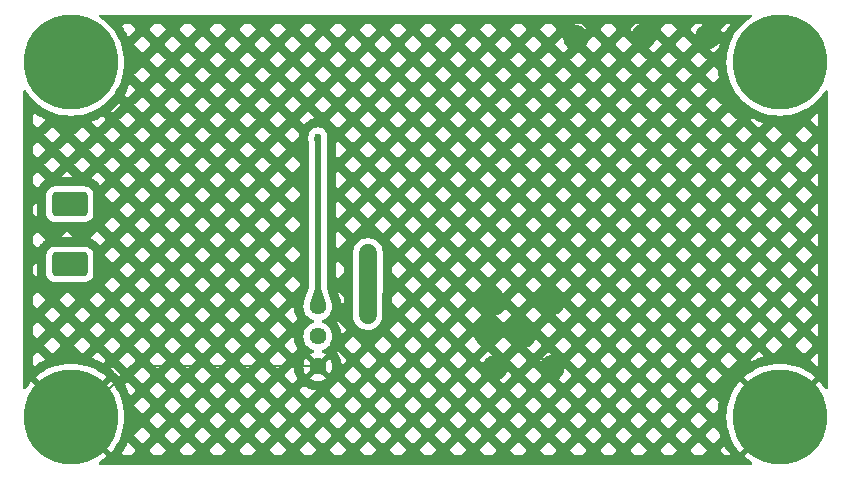
<source format=gbr>
%TF.GenerationSoftware,KiCad,Pcbnew,8.0.5*%
%TF.CreationDate,2024-10-21T04:05:45+03:00*%
%TF.ProjectId,DC36_DC5,44433336-5f44-4433-952e-6b696361645f,rev?*%
%TF.SameCoordinates,Original*%
%TF.FileFunction,Copper,L2,Bot*%
%TF.FilePolarity,Positive*%
%FSLAX46Y46*%
G04 Gerber Fmt 4.6, Leading zero omitted, Abs format (unit mm)*
G04 Created by KiCad (PCBNEW 8.0.5) date 2024-10-21 04:05:45*
%MOMM*%
%LPD*%
G01*
G04 APERTURE LIST*
G04 Aperture macros list*
%AMRoundRect*
0 Rectangle with rounded corners*
0 $1 Rounding radius*
0 $2 $3 $4 $5 $6 $7 $8 $9 X,Y pos of 4 corners*
0 Add a 4 corners polygon primitive as box body*
4,1,4,$2,$3,$4,$5,$6,$7,$8,$9,$2,$3,0*
0 Add four circle primitives for the rounded corners*
1,1,$1+$1,$2,$3*
1,1,$1+$1,$4,$5*
1,1,$1+$1,$6,$7*
1,1,$1+$1,$8,$9*
0 Add four rect primitives between the rounded corners*
20,1,$1+$1,$2,$3,$4,$5,0*
20,1,$1+$1,$4,$5,$6,$7,0*
20,1,$1+$1,$6,$7,$8,$9,0*
20,1,$1+$1,$8,$9,$2,$3,0*%
G04 Aperture macros list end*
%TA.AperFunction,ComponentPad*%
%ADD10C,0.800000*%
%TD*%
%TA.AperFunction,ComponentPad*%
%ADD11C,8.000000*%
%TD*%
%TA.AperFunction,ComponentPad*%
%ADD12RoundRect,0.250000X-1.250000X0.755000X-1.250000X-0.755000X1.250000X-0.755000X1.250000X0.755000X0*%
%TD*%
%TA.AperFunction,ComponentPad*%
%ADD13C,1.440000*%
%TD*%
%TA.AperFunction,ViaPad*%
%ADD14C,0.600000*%
%TD*%
%TA.AperFunction,ViaPad*%
%ADD15C,0.900000*%
%TD*%
%TA.AperFunction,Conductor*%
%ADD16C,0.200000*%
%TD*%
%TA.AperFunction,Conductor*%
%ADD17C,1.500000*%
%TD*%
%TA.AperFunction,Conductor*%
%ADD18C,0.500000*%
%TD*%
G04 APERTURE END LIST*
D10*
%TO.P,H1,1,1*%
%TO.N,Net-(F1-Pad1)*%
X90498000Y-80954000D03*
X91310779Y-78991779D03*
X91310779Y-82916221D03*
X93273000Y-78179000D03*
D11*
X93273000Y-80954000D03*
D10*
X93273000Y-83729000D03*
X95235221Y-78991779D03*
X95235221Y-82916221D03*
X96048000Y-80954000D03*
%TD*%
D12*
%TO.P,F1,1*%
%TO.N,Net-(F1-Pad1)*%
X93173000Y-92954000D03*
%TO.P,F1,2*%
%TO.N,Net-(D1-A)*%
X93173000Y-98054000D03*
%TD*%
D11*
%TO.P,H3,1,1*%
%TO.N,Net-(C3-Pad1)*%
X153273000Y-80954000D03*
%TD*%
D10*
%TO.P,H2,1,1*%
%TO.N,P\u002CGND*%
X90498000Y-110954000D03*
X91310779Y-108991779D03*
X91310779Y-112916221D03*
X93273000Y-108179000D03*
D11*
X93273000Y-110954000D03*
D10*
X93273000Y-113729000D03*
X95235221Y-108991779D03*
X95235221Y-112916221D03*
X96048000Y-110954000D03*
%TD*%
D11*
%TO.P,H4,1,1*%
%TO.N,P\u002CGND*%
X153273000Y-110954000D03*
%TD*%
D13*
%TO.P,RV1,1,1*%
%TO.N,P\u002CGND*%
X114173000Y-106680000D03*
%TO.P,RV1,2,2*%
%TO.N,Net-(U1-FB)*%
X114173000Y-104140000D03*
%TO.P,RV1,3,3*%
%TO.N,Net-(C3-Pad1)*%
X114173000Y-101600000D03*
%TD*%
D14*
%TO.N,P\u002CGND*%
X131578000Y-104042000D03*
X128524000Y-104042000D03*
X141732000Y-78740000D03*
X134003000Y-101267000D03*
X133989000Y-106803000D03*
X129153000Y-101267000D03*
X136017000Y-78867000D03*
X147193000Y-78740000D03*
X129153000Y-106817000D03*
D15*
%TO.N,Net-(D2-K)*%
X118384000Y-102342000D03*
X118415045Y-97079045D03*
D14*
%TO.N,Net-(C3-Pad1)*%
X114173000Y-87249000D03*
%TD*%
D16*
%TO.N,P\u002CGND*%
X98359800Y-106680000D02*
X96048000Y-108991800D01*
X114173000Y-106680000D02*
X98359800Y-106680000D01*
D17*
%TO.N,Net-(D2-K)*%
X118415045Y-97079045D02*
X118384000Y-102342000D01*
D18*
%TO.N,Net-(C3-Pad1)*%
X114173000Y-87249000D02*
X114173000Y-101600000D01*
%TD*%
%TA.AperFunction,Conductor*%
%TO.N,P\u002CGND*%
G36*
X150887583Y-76924185D02*
G01*
X150933338Y-76976989D01*
X150943282Y-77046147D01*
X150914257Y-77109703D01*
X150890623Y-77130798D01*
X150642696Y-77300632D01*
X150557943Y-77358689D01*
X150557933Y-77358696D01*
X150237805Y-77624528D01*
X150237785Y-77624546D01*
X149943546Y-77918785D01*
X149943528Y-77918805D01*
X149677696Y-78238933D01*
X149677689Y-78238943D01*
X149442510Y-78582262D01*
X149442506Y-78582268D01*
X149240020Y-78945801D01*
X149240010Y-78945822D01*
X149071929Y-79326485D01*
X148939679Y-79721066D01*
X148844405Y-80126146D01*
X148844403Y-80126154D01*
X148786913Y-80538292D01*
X148786912Y-80538297D01*
X148786912Y-80538303D01*
X148767693Y-80954000D01*
X148786912Y-81369697D01*
X148786912Y-81369702D01*
X148786913Y-81369707D01*
X148844403Y-81781845D01*
X148844405Y-81781853D01*
X148939679Y-82186933D01*
X149071929Y-82581514D01*
X149240010Y-82962177D01*
X149240020Y-82962198D01*
X149442506Y-83325731D01*
X149442509Y-83325735D01*
X149442511Y-83325739D01*
X149677687Y-83669054D01*
X149677689Y-83669056D01*
X149677696Y-83669066D01*
X149872534Y-83903699D01*
X149943538Y-83989206D01*
X150237794Y-84283462D01*
X150237805Y-84283471D01*
X150557933Y-84549303D01*
X150557939Y-84549307D01*
X150557946Y-84549313D01*
X150901261Y-84784489D01*
X150901267Y-84784492D01*
X150901268Y-84784493D01*
X151075070Y-84881300D01*
X151264812Y-84986985D01*
X151424764Y-85057611D01*
X151645485Y-85155070D01*
X151645488Y-85155071D01*
X151645495Y-85155074D01*
X152040064Y-85287320D01*
X152445152Y-85382596D01*
X152857303Y-85440088D01*
X153273000Y-85459307D01*
X153688697Y-85440088D01*
X154100848Y-85382596D01*
X154505936Y-85287320D01*
X154900505Y-85155074D01*
X155281188Y-84986985D01*
X155644739Y-84784489D01*
X155988054Y-84549313D01*
X156308206Y-84283462D01*
X156602462Y-83989206D01*
X156868313Y-83669054D01*
X157096200Y-83336378D01*
X157150326Y-83292196D01*
X157219747Y-83284290D01*
X157282422Y-83315170D01*
X157318453Y-83375034D01*
X157322500Y-83406456D01*
X157322500Y-108502428D01*
X157302815Y-108569467D01*
X157250011Y-108615222D01*
X157180853Y-108625166D01*
X157117297Y-108596141D01*
X157096200Y-108572505D01*
X156867911Y-108239243D01*
X156867904Y-108239234D01*
X156629010Y-107951544D01*
X156629008Y-107951544D01*
X154745938Y-109834613D01*
X154666888Y-109731593D01*
X154495407Y-109560112D01*
X154392384Y-109481059D01*
X156275454Y-107597990D01*
X156275454Y-107597988D01*
X155987765Y-107359095D01*
X155987756Y-107359088D01*
X155644474Y-107123935D01*
X155644467Y-107123931D01*
X155280974Y-106921467D01*
X155280946Y-106921453D01*
X154900337Y-106753398D01*
X154900330Y-106753395D01*
X154505796Y-106621160D01*
X154100761Y-106525897D01*
X154100753Y-106525895D01*
X153688660Y-106468411D01*
X153273000Y-106449193D01*
X152857339Y-106468411D01*
X152445246Y-106525895D01*
X152445238Y-106525897D01*
X152040203Y-106621160D01*
X151645669Y-106753395D01*
X151645662Y-106753398D01*
X151265053Y-106921453D01*
X151265025Y-106921467D01*
X150901532Y-107123931D01*
X150901525Y-107123935D01*
X150558246Y-107359086D01*
X150270544Y-107597990D01*
X152153614Y-109481060D01*
X152050593Y-109560112D01*
X151879112Y-109731593D01*
X151800061Y-109834614D01*
X149916990Y-107951544D01*
X149678086Y-108239246D01*
X149442935Y-108582525D01*
X149442931Y-108582532D01*
X149240467Y-108946025D01*
X149240453Y-108946053D01*
X149072398Y-109326662D01*
X149072395Y-109326669D01*
X148940160Y-109721203D01*
X148844897Y-110126238D01*
X148844895Y-110126246D01*
X148787411Y-110538339D01*
X148768193Y-110954000D01*
X148787411Y-111369660D01*
X148844895Y-111781753D01*
X148844897Y-111781761D01*
X148940160Y-112186796D01*
X149072395Y-112581330D01*
X149072398Y-112581337D01*
X149240453Y-112961946D01*
X149240467Y-112961974D01*
X149442931Y-113325467D01*
X149442935Y-113325474D01*
X149678088Y-113668756D01*
X149678095Y-113668765D01*
X149916988Y-113956454D01*
X149916990Y-113956454D01*
X151800060Y-112073384D01*
X151879112Y-112176407D01*
X152050593Y-112347888D01*
X152153613Y-112426938D01*
X150270544Y-114310008D01*
X150270544Y-114310010D01*
X150558234Y-114548904D01*
X150558243Y-114548911D01*
X150891505Y-114777200D01*
X150935688Y-114831326D01*
X150943594Y-114900747D01*
X150912714Y-114963422D01*
X150852851Y-114999453D01*
X150821428Y-115003500D01*
X95724572Y-115003500D01*
X95657533Y-114983815D01*
X95611778Y-114931011D01*
X95601834Y-114861853D01*
X95630859Y-114798297D01*
X95654495Y-114777200D01*
X95987756Y-114548911D01*
X95987765Y-114548904D01*
X96275454Y-114310010D01*
X96275454Y-114310008D01*
X95990526Y-114025080D01*
X97591099Y-114025080D01*
X97771519Y-114205500D01*
X98324628Y-114205500D01*
X98703090Y-113827037D01*
X98725252Y-113773532D01*
X99916478Y-113773532D01*
X99938640Y-113827037D01*
X100317103Y-114205500D01*
X100870212Y-114205500D01*
X101248674Y-113827037D01*
X101270836Y-113773532D01*
X102462062Y-113773532D01*
X102484224Y-113827036D01*
X102862687Y-114205500D01*
X103415797Y-114205500D01*
X103794259Y-113827037D01*
X103816421Y-113773532D01*
X105007647Y-113773532D01*
X105029809Y-113827037D01*
X105408272Y-114205500D01*
X105961381Y-114205500D01*
X106339843Y-113827037D01*
X106362005Y-113773532D01*
X107553231Y-113773532D01*
X107575393Y-113827037D01*
X107953856Y-114205500D01*
X108506966Y-114205500D01*
X108885428Y-113827036D01*
X108907590Y-113773532D01*
X110098816Y-113773532D01*
X110120978Y-113827037D01*
X110499441Y-114205500D01*
X111052550Y-114205500D01*
X111431012Y-113827037D01*
X111453174Y-113773532D01*
X112644400Y-113773532D01*
X112666562Y-113827037D01*
X113045025Y-114205500D01*
X113598134Y-114205500D01*
X113976597Y-113827036D01*
X113998759Y-113773532D01*
X115189984Y-113773532D01*
X115212146Y-113827036D01*
X115590609Y-114205500D01*
X116143719Y-114205500D01*
X116522181Y-113827037D01*
X116544343Y-113773532D01*
X117735569Y-113773532D01*
X117757731Y-113827037D01*
X118136194Y-114205500D01*
X118689303Y-114205500D01*
X119067765Y-113827037D01*
X119089927Y-113773532D01*
X120281153Y-113773532D01*
X120303315Y-113827037D01*
X120681778Y-114205500D01*
X121234888Y-114205500D01*
X121613350Y-113827037D01*
X121635512Y-113773532D01*
X122826738Y-113773532D01*
X122848900Y-113827037D01*
X123227363Y-114205500D01*
X123780472Y-114205500D01*
X124158934Y-113827037D01*
X124181096Y-113773532D01*
X125372322Y-113773532D01*
X125394484Y-113827037D01*
X125772947Y-114205500D01*
X126326057Y-114205500D01*
X126704519Y-113827036D01*
X126726681Y-113773532D01*
X127917906Y-113773532D01*
X127940068Y-113827036D01*
X128318532Y-114205500D01*
X128871641Y-114205500D01*
X129250103Y-113827037D01*
X129272265Y-113773532D01*
X130463491Y-113773532D01*
X130485653Y-113827037D01*
X130864116Y-114205500D01*
X131417225Y-114205500D01*
X131795687Y-113827037D01*
X131817849Y-113773532D01*
X133009075Y-113773532D01*
X133031237Y-113827036D01*
X133409700Y-114205500D01*
X133962810Y-114205500D01*
X134341272Y-113827037D01*
X134363434Y-113773532D01*
X135554660Y-113773532D01*
X135576822Y-113827037D01*
X135955285Y-114205500D01*
X136508394Y-114205500D01*
X136886856Y-113827037D01*
X136909018Y-113773532D01*
X138100244Y-113773532D01*
X138122406Y-113827037D01*
X138500869Y-114205500D01*
X139053979Y-114205500D01*
X139432441Y-113827036D01*
X139454603Y-113773532D01*
X140645829Y-113773532D01*
X140667991Y-113827037D01*
X141046454Y-114205500D01*
X141599563Y-114205500D01*
X141978025Y-113827037D01*
X142000187Y-113773532D01*
X143191413Y-113773532D01*
X143213575Y-113827037D01*
X143592038Y-114205500D01*
X144145147Y-114205500D01*
X144523609Y-113827037D01*
X144545771Y-113773532D01*
X145736997Y-113773532D01*
X145759159Y-113827036D01*
X146137622Y-114205500D01*
X146690732Y-114205500D01*
X147069194Y-113827037D01*
X147091356Y-113773532D01*
X148282582Y-113773532D01*
X148304744Y-113827037D01*
X148683207Y-114205500D01*
X149086534Y-114205500D01*
X149058264Y-114171456D01*
X149056455Y-114169226D01*
X149048558Y-114159255D01*
X149046807Y-114156992D01*
X149035697Y-114142279D01*
X149033999Y-114139974D01*
X149026587Y-114129672D01*
X149024942Y-114127330D01*
X148779378Y-113768848D01*
X148777789Y-113766469D01*
X148770853Y-113755825D01*
X148769317Y-113753408D01*
X148759612Y-113737735D01*
X148758127Y-113735273D01*
X148751690Y-113724318D01*
X148750271Y-113721838D01*
X148590241Y-113434530D01*
X148304744Y-113720028D01*
X148282582Y-113773532D01*
X147091356Y-113773532D01*
X147069194Y-113720028D01*
X146467681Y-113118515D01*
X146414177Y-113096352D01*
X146360672Y-113118515D01*
X145759158Y-113720029D01*
X145736997Y-113773532D01*
X144545771Y-113773532D01*
X144523609Y-113720028D01*
X143922096Y-113118515D01*
X143868592Y-113096353D01*
X143815088Y-113118515D01*
X143213575Y-113720028D01*
X143191413Y-113773532D01*
X142000187Y-113773532D01*
X141978025Y-113720028D01*
X141376512Y-113118515D01*
X141323008Y-113096353D01*
X141269504Y-113118515D01*
X140667991Y-113720028D01*
X140645829Y-113773532D01*
X139454603Y-113773532D01*
X139432442Y-113720029D01*
X138830928Y-113118515D01*
X138777424Y-113096352D01*
X138723919Y-113118515D01*
X138122406Y-113720028D01*
X138100244Y-113773532D01*
X136909018Y-113773532D01*
X136886856Y-113720028D01*
X136285343Y-113118515D01*
X136231839Y-113096353D01*
X136178335Y-113118515D01*
X135576822Y-113720028D01*
X135554660Y-113773532D01*
X134363434Y-113773532D01*
X134341272Y-113720028D01*
X133739759Y-113118515D01*
X133686255Y-113096352D01*
X133632750Y-113118515D01*
X133031236Y-113720029D01*
X133009075Y-113773532D01*
X131817849Y-113773532D01*
X131795687Y-113720028D01*
X131194174Y-113118515D01*
X131140670Y-113096353D01*
X131087166Y-113118515D01*
X130485653Y-113720028D01*
X130463491Y-113773532D01*
X129272265Y-113773532D01*
X129250103Y-113720028D01*
X128648590Y-113118515D01*
X128595086Y-113096353D01*
X128541582Y-113118515D01*
X127940067Y-113720029D01*
X127917906Y-113773532D01*
X126726681Y-113773532D01*
X126704520Y-113720029D01*
X126103006Y-113118515D01*
X126049502Y-113096352D01*
X125995997Y-113118515D01*
X125394484Y-113720028D01*
X125372322Y-113773532D01*
X124181096Y-113773532D01*
X124158934Y-113720028D01*
X123557421Y-113118515D01*
X123503917Y-113096353D01*
X123450413Y-113118515D01*
X122848900Y-113720028D01*
X122826738Y-113773532D01*
X121635512Y-113773532D01*
X121613350Y-113720028D01*
X121011837Y-113118515D01*
X120958333Y-113096352D01*
X120904828Y-113118515D01*
X120303315Y-113720028D01*
X120281153Y-113773532D01*
X119089927Y-113773532D01*
X119067765Y-113720028D01*
X118466252Y-113118515D01*
X118412748Y-113096353D01*
X118359244Y-113118515D01*
X117757731Y-113720028D01*
X117735569Y-113773532D01*
X116544343Y-113773532D01*
X116522181Y-113720028D01*
X115920668Y-113118515D01*
X115867164Y-113096352D01*
X115813659Y-113118515D01*
X115212145Y-113720029D01*
X115189984Y-113773532D01*
X113998759Y-113773532D01*
X113976598Y-113720029D01*
X113375083Y-113118515D01*
X113321579Y-113096353D01*
X113268075Y-113118515D01*
X112666562Y-113720028D01*
X112644400Y-113773532D01*
X111453174Y-113773532D01*
X111431012Y-113720028D01*
X110829499Y-113118515D01*
X110775995Y-113096353D01*
X110722491Y-113118515D01*
X110120978Y-113720028D01*
X110098816Y-113773532D01*
X108907590Y-113773532D01*
X108885429Y-113720029D01*
X108283915Y-113118515D01*
X108230411Y-113096352D01*
X108176906Y-113118515D01*
X107575393Y-113720028D01*
X107553231Y-113773532D01*
X106362005Y-113773532D01*
X106339843Y-113720028D01*
X105738330Y-113118515D01*
X105684826Y-113096353D01*
X105631322Y-113118515D01*
X105029809Y-113720028D01*
X105007647Y-113773532D01*
X103816421Y-113773532D01*
X103794259Y-113720028D01*
X103192746Y-113118515D01*
X103139242Y-113096352D01*
X103085737Y-113118515D01*
X102484223Y-113720029D01*
X102462062Y-113773532D01*
X101270836Y-113773532D01*
X101248674Y-113720028D01*
X100647161Y-113118515D01*
X100593657Y-113096353D01*
X100540153Y-113118515D01*
X99938640Y-113720028D01*
X99916478Y-113773532D01*
X98725252Y-113773532D01*
X98703090Y-113720028D01*
X98106547Y-113123485D01*
X98031820Y-113292727D01*
X98030634Y-113295331D01*
X98025234Y-113306835D01*
X98023983Y-113309422D01*
X98015765Y-113325924D01*
X98014464Y-113328463D01*
X98008541Y-113339701D01*
X98007173Y-113342224D01*
X97795729Y-113721838D01*
X97794310Y-113724318D01*
X97787873Y-113735273D01*
X97786388Y-113737735D01*
X97776683Y-113753408D01*
X97775147Y-113755825D01*
X97768211Y-113766469D01*
X97766622Y-113768848D01*
X97591099Y-114025080D01*
X95990526Y-114025080D01*
X94392385Y-112426938D01*
X94495407Y-112347888D01*
X94666888Y-112176407D01*
X94745938Y-112073385D01*
X96629008Y-113956454D01*
X96629010Y-113956454D01*
X96867904Y-113668765D01*
X96867911Y-113668756D01*
X97103064Y-113325474D01*
X97103068Y-113325467D01*
X97305532Y-112961974D01*
X97305546Y-112961946D01*
X97473601Y-112581337D01*
X97473604Y-112581330D01*
X97500615Y-112500740D01*
X98643686Y-112500740D01*
X98665848Y-112554244D01*
X99267361Y-113155757D01*
X99320865Y-113177919D01*
X99374369Y-113155757D01*
X99975882Y-112554244D01*
X99998044Y-112500740D01*
X101189270Y-112500740D01*
X101211432Y-112554244D01*
X101812945Y-113155757D01*
X101866450Y-113177920D01*
X101919954Y-113155757D01*
X102521467Y-112554244D01*
X102543629Y-112500740D01*
X103734855Y-112500740D01*
X103757017Y-112554244D01*
X104358530Y-113155757D01*
X104412034Y-113177919D01*
X104465538Y-113155757D01*
X105067051Y-112554244D01*
X105089213Y-112500740D01*
X106280439Y-112500740D01*
X106302601Y-112554244D01*
X106904114Y-113155757D01*
X106957618Y-113177919D01*
X107011122Y-113155757D01*
X107612636Y-112554244D01*
X107634798Y-112500740D01*
X108826023Y-112500740D01*
X108848185Y-112554244D01*
X109449698Y-113155757D01*
X109503203Y-113177920D01*
X109556707Y-113155757D01*
X110158220Y-112554244D01*
X110180382Y-112500740D01*
X111371608Y-112500740D01*
X111393770Y-112554244D01*
X111995283Y-113155757D01*
X112048787Y-113177919D01*
X112102291Y-113155757D01*
X112703804Y-112554244D01*
X112725966Y-112500740D01*
X113917192Y-112500740D01*
X113939354Y-112554244D01*
X114540867Y-113155757D01*
X114594372Y-113177920D01*
X114647876Y-113155757D01*
X115249389Y-112554244D01*
X115271551Y-112500740D01*
X116462777Y-112500740D01*
X116484939Y-112554244D01*
X117086452Y-113155757D01*
X117139956Y-113177919D01*
X117193460Y-113155757D01*
X117794973Y-112554244D01*
X117817135Y-112500740D01*
X119008361Y-112500740D01*
X119030523Y-112554244D01*
X119632036Y-113155757D01*
X119685540Y-113177919D01*
X119739044Y-113155757D01*
X120340558Y-112554244D01*
X120362720Y-112500740D01*
X121553945Y-112500740D01*
X121576107Y-112554244D01*
X122177621Y-113155757D01*
X122231125Y-113177919D01*
X122284629Y-113155757D01*
X122886142Y-112554244D01*
X122908304Y-112500740D01*
X124099530Y-112500740D01*
X124121692Y-112554244D01*
X124723205Y-113155757D01*
X124776709Y-113177919D01*
X124830213Y-113155757D01*
X125431726Y-112554244D01*
X125453888Y-112500740D01*
X126645114Y-112500740D01*
X126667276Y-112554244D01*
X127268789Y-113155757D01*
X127322294Y-113177920D01*
X127375798Y-113155757D01*
X127977311Y-112554244D01*
X127999473Y-112500740D01*
X129190699Y-112500740D01*
X129212861Y-112554244D01*
X129814374Y-113155757D01*
X129867878Y-113177919D01*
X129921382Y-113155757D01*
X130522895Y-112554244D01*
X130545057Y-112500740D01*
X131736283Y-112500740D01*
X131758445Y-112554244D01*
X132359958Y-113155757D01*
X132413463Y-113177920D01*
X132466967Y-113155757D01*
X133068480Y-112554244D01*
X133090642Y-112500740D01*
X134281867Y-112500740D01*
X134304029Y-112554244D01*
X134905543Y-113155757D01*
X134959047Y-113177919D01*
X135012551Y-113155757D01*
X135614064Y-112554244D01*
X135636226Y-112500740D01*
X136827452Y-112500740D01*
X136849614Y-112554244D01*
X137451127Y-113155757D01*
X137504631Y-113177919D01*
X137558135Y-113155757D01*
X138159648Y-112554244D01*
X138181810Y-112500740D01*
X139373036Y-112500740D01*
X139395198Y-112554244D01*
X139996711Y-113155757D01*
X140050216Y-113177920D01*
X140103720Y-113155757D01*
X140705233Y-112554244D01*
X140727395Y-112500740D01*
X141918621Y-112500740D01*
X141940783Y-112554244D01*
X142542296Y-113155757D01*
X142595800Y-113177919D01*
X142649304Y-113155757D01*
X143250817Y-112554244D01*
X143272979Y-112500740D01*
X144464205Y-112500740D01*
X144486367Y-112554244D01*
X145087880Y-113155757D01*
X145141385Y-113177920D01*
X145194889Y-113155757D01*
X145796402Y-112554244D01*
X145818564Y-112500740D01*
X147009790Y-112500740D01*
X147031952Y-112554244D01*
X147633465Y-113155757D01*
X147686969Y-113177919D01*
X147740473Y-113155757D01*
X148251885Y-112644344D01*
X148180600Y-112431657D01*
X148179722Y-112428934D01*
X148175963Y-112416796D01*
X148175146Y-112414046D01*
X148170101Y-112396314D01*
X148169350Y-112393554D01*
X148166156Y-112381257D01*
X148165468Y-112378474D01*
X148132330Y-112237580D01*
X147740473Y-111845723D01*
X147686969Y-111823561D01*
X147633465Y-111845723D01*
X147031952Y-112447236D01*
X147009790Y-112500740D01*
X145818564Y-112500740D01*
X145796403Y-112447237D01*
X145194889Y-111845723D01*
X145141385Y-111823560D01*
X145087880Y-111845723D01*
X144486367Y-112447236D01*
X144464205Y-112500740D01*
X143272979Y-112500740D01*
X143250817Y-112447236D01*
X142649304Y-111845723D01*
X142595800Y-111823561D01*
X142542296Y-111845723D01*
X141940783Y-112447236D01*
X141918621Y-112500740D01*
X140727395Y-112500740D01*
X140705233Y-112447236D01*
X140103720Y-111845723D01*
X140050216Y-111823560D01*
X139996711Y-111845723D01*
X139395197Y-112447237D01*
X139373036Y-112500740D01*
X138181810Y-112500740D01*
X138159648Y-112447236D01*
X137558135Y-111845723D01*
X137504631Y-111823561D01*
X137451127Y-111845723D01*
X136849614Y-112447236D01*
X136827452Y-112500740D01*
X135636226Y-112500740D01*
X135614064Y-112447236D01*
X135012551Y-111845723D01*
X134959047Y-111823561D01*
X134905543Y-111845723D01*
X134304028Y-112447237D01*
X134281867Y-112500740D01*
X133090642Y-112500740D01*
X133068481Y-112447237D01*
X132466967Y-111845723D01*
X132413463Y-111823560D01*
X132359958Y-111845723D01*
X131758445Y-112447236D01*
X131736283Y-112500740D01*
X130545057Y-112500740D01*
X130522895Y-112447236D01*
X129921382Y-111845723D01*
X129867878Y-111823561D01*
X129814374Y-111845723D01*
X129212861Y-112447236D01*
X129190699Y-112500740D01*
X127999473Y-112500740D01*
X127977311Y-112447236D01*
X127375798Y-111845723D01*
X127322294Y-111823560D01*
X127268789Y-111845723D01*
X126667276Y-112447236D01*
X126645114Y-112500740D01*
X125453888Y-112500740D01*
X125431726Y-112447236D01*
X124830213Y-111845723D01*
X124776709Y-111823561D01*
X124723205Y-111845723D01*
X124121692Y-112447236D01*
X124099530Y-112500740D01*
X122908304Y-112500740D01*
X122886142Y-112447236D01*
X122284629Y-111845723D01*
X122231125Y-111823561D01*
X122177621Y-111845723D01*
X121576106Y-112447237D01*
X121553945Y-112500740D01*
X120362720Y-112500740D01*
X120340559Y-112447237D01*
X119739044Y-111845723D01*
X119685540Y-111823561D01*
X119632036Y-111845723D01*
X119030523Y-112447236D01*
X119008361Y-112500740D01*
X117817135Y-112500740D01*
X117794973Y-112447236D01*
X117193460Y-111845723D01*
X117139956Y-111823561D01*
X117086452Y-111845723D01*
X116484939Y-112447236D01*
X116462777Y-112500740D01*
X115271551Y-112500740D01*
X115249389Y-112447236D01*
X114647876Y-111845723D01*
X114594372Y-111823560D01*
X114540867Y-111845723D01*
X113939354Y-112447236D01*
X113917192Y-112500740D01*
X112725966Y-112500740D01*
X112703804Y-112447236D01*
X112102291Y-111845723D01*
X112048787Y-111823561D01*
X111995283Y-111845723D01*
X111393770Y-112447236D01*
X111371608Y-112500740D01*
X110180382Y-112500740D01*
X110158220Y-112447236D01*
X109556707Y-111845723D01*
X109503203Y-111823560D01*
X109449698Y-111845723D01*
X108848184Y-112447237D01*
X108826023Y-112500740D01*
X107634798Y-112500740D01*
X107612637Y-112447237D01*
X107011122Y-111845723D01*
X106957618Y-111823561D01*
X106904114Y-111845723D01*
X106302601Y-112447236D01*
X106280439Y-112500740D01*
X105089213Y-112500740D01*
X105067051Y-112447236D01*
X104465538Y-111845723D01*
X104412034Y-111823561D01*
X104358530Y-111845723D01*
X103757017Y-112447236D01*
X103734855Y-112500740D01*
X102543629Y-112500740D01*
X102521468Y-112447237D01*
X101919954Y-111845723D01*
X101866450Y-111823560D01*
X101812945Y-111845723D01*
X101211432Y-112447236D01*
X101189270Y-112500740D01*
X99998044Y-112500740D01*
X99975882Y-112447236D01*
X99374369Y-111845723D01*
X99320865Y-111823561D01*
X99267361Y-111845723D01*
X98665848Y-112447236D01*
X98643686Y-112500740D01*
X97500615Y-112500740D01*
X97605839Y-112186796D01*
X97701102Y-111781761D01*
X97701104Y-111781753D01*
X97758588Y-111369660D01*
X97765140Y-111227948D01*
X99916478Y-111227948D01*
X99938640Y-111281452D01*
X100540153Y-111882965D01*
X100593657Y-111905127D01*
X100647161Y-111882965D01*
X101248674Y-111281452D01*
X101270836Y-111227948D01*
X102462062Y-111227948D01*
X102484223Y-111281451D01*
X103085737Y-111882965D01*
X103139242Y-111905128D01*
X103192746Y-111882965D01*
X103794259Y-111281452D01*
X103816421Y-111227948D01*
X105007647Y-111227948D01*
X105029809Y-111281452D01*
X105631322Y-111882965D01*
X105684826Y-111905127D01*
X105738330Y-111882965D01*
X106339843Y-111281452D01*
X106362005Y-111227948D01*
X107553231Y-111227948D01*
X107575393Y-111281452D01*
X108176906Y-111882965D01*
X108230411Y-111905128D01*
X108283915Y-111882965D01*
X108885429Y-111281451D01*
X108907590Y-111227948D01*
X110098816Y-111227948D01*
X110120978Y-111281452D01*
X110722491Y-111882965D01*
X110775995Y-111905127D01*
X110829499Y-111882965D01*
X111431012Y-111281452D01*
X111453174Y-111227948D01*
X112644400Y-111227948D01*
X112666562Y-111281452D01*
X113268075Y-111882965D01*
X113321579Y-111905127D01*
X113375083Y-111882965D01*
X113976598Y-111281451D01*
X113998759Y-111227948D01*
X115189984Y-111227948D01*
X115212145Y-111281451D01*
X115813659Y-111882965D01*
X115867164Y-111905128D01*
X115920668Y-111882965D01*
X116522181Y-111281452D01*
X116544343Y-111227948D01*
X117735569Y-111227948D01*
X117757731Y-111281452D01*
X118359244Y-111882965D01*
X118412748Y-111905127D01*
X118466252Y-111882965D01*
X119067765Y-111281452D01*
X119089927Y-111227948D01*
X120281153Y-111227948D01*
X120303315Y-111281452D01*
X120904828Y-111882965D01*
X120958333Y-111905128D01*
X121011837Y-111882965D01*
X121613350Y-111281452D01*
X121635512Y-111227948D01*
X122826738Y-111227948D01*
X122848900Y-111281452D01*
X123450413Y-111882965D01*
X123503917Y-111905127D01*
X123557421Y-111882965D01*
X124158934Y-111281452D01*
X124181096Y-111227948D01*
X125372322Y-111227948D01*
X125394484Y-111281452D01*
X125995997Y-111882965D01*
X126049502Y-111905128D01*
X126103006Y-111882965D01*
X126704520Y-111281451D01*
X126726681Y-111227948D01*
X127917906Y-111227948D01*
X127940067Y-111281451D01*
X128541582Y-111882965D01*
X128595086Y-111905127D01*
X128648590Y-111882965D01*
X129250103Y-111281452D01*
X129272265Y-111227948D01*
X130463491Y-111227948D01*
X130485653Y-111281452D01*
X131087166Y-111882965D01*
X131140670Y-111905127D01*
X131194174Y-111882965D01*
X131795687Y-111281452D01*
X131817849Y-111227948D01*
X133009075Y-111227948D01*
X133031236Y-111281451D01*
X133632750Y-111882965D01*
X133686255Y-111905128D01*
X133739759Y-111882965D01*
X134341272Y-111281452D01*
X134363434Y-111227948D01*
X135554660Y-111227948D01*
X135576822Y-111281452D01*
X136178335Y-111882965D01*
X136231839Y-111905127D01*
X136285343Y-111882965D01*
X136886856Y-111281452D01*
X136909018Y-111227948D01*
X138100244Y-111227948D01*
X138122406Y-111281452D01*
X138723919Y-111882965D01*
X138777424Y-111905128D01*
X138830928Y-111882965D01*
X139432442Y-111281451D01*
X139454603Y-111227948D01*
X140645829Y-111227948D01*
X140667991Y-111281452D01*
X141269504Y-111882965D01*
X141323008Y-111905127D01*
X141376512Y-111882965D01*
X141978025Y-111281452D01*
X142000187Y-111227948D01*
X143191413Y-111227948D01*
X143213575Y-111281452D01*
X143815088Y-111882965D01*
X143868592Y-111905127D01*
X143922096Y-111882965D01*
X144523609Y-111281452D01*
X144545771Y-111227948D01*
X145736997Y-111227948D01*
X145759158Y-111281451D01*
X146360672Y-111882965D01*
X146414177Y-111905128D01*
X146467681Y-111882965D01*
X147069194Y-111281452D01*
X147091356Y-111227948D01*
X147069194Y-111174444D01*
X146467681Y-110572931D01*
X146414177Y-110550768D01*
X146360672Y-110572931D01*
X145759159Y-111174444D01*
X145736997Y-111227948D01*
X144545771Y-111227948D01*
X144523609Y-111174444D01*
X143922096Y-110572931D01*
X143868592Y-110550769D01*
X143815088Y-110572931D01*
X143213575Y-111174444D01*
X143191413Y-111227948D01*
X142000187Y-111227948D01*
X141978025Y-111174444D01*
X141376512Y-110572931D01*
X141323008Y-110550769D01*
X141269504Y-110572931D01*
X140667991Y-111174444D01*
X140645829Y-111227948D01*
X139454603Y-111227948D01*
X139432441Y-111174444D01*
X138830928Y-110572931D01*
X138777424Y-110550768D01*
X138723919Y-110572931D01*
X138122406Y-111174444D01*
X138100244Y-111227948D01*
X136909018Y-111227948D01*
X136886856Y-111174444D01*
X136285343Y-110572931D01*
X136231839Y-110550769D01*
X136178335Y-110572931D01*
X135576822Y-111174444D01*
X135554660Y-111227948D01*
X134363434Y-111227948D01*
X134341272Y-111174444D01*
X133739759Y-110572931D01*
X133686255Y-110550768D01*
X133632750Y-110572931D01*
X133031237Y-111174444D01*
X133009075Y-111227948D01*
X131817849Y-111227948D01*
X131795687Y-111174444D01*
X131194174Y-110572931D01*
X131140670Y-110550769D01*
X131087166Y-110572931D01*
X130485653Y-111174444D01*
X130463491Y-111227948D01*
X129272265Y-111227948D01*
X129250103Y-111174444D01*
X128648590Y-110572931D01*
X128595086Y-110550769D01*
X128541582Y-110572931D01*
X127940068Y-111174444D01*
X127917906Y-111227948D01*
X126726681Y-111227948D01*
X126704519Y-111174444D01*
X126103006Y-110572931D01*
X126049502Y-110550768D01*
X125995997Y-110572931D01*
X125394484Y-111174444D01*
X125372322Y-111227948D01*
X124181096Y-111227948D01*
X124158934Y-111174444D01*
X123557421Y-110572931D01*
X123503917Y-110550769D01*
X123450413Y-110572931D01*
X122848900Y-111174444D01*
X122826738Y-111227948D01*
X121635512Y-111227948D01*
X121613350Y-111174444D01*
X121011837Y-110572931D01*
X120958333Y-110550768D01*
X120904828Y-110572931D01*
X120303315Y-111174444D01*
X120281153Y-111227948D01*
X119089927Y-111227948D01*
X119067765Y-111174444D01*
X118466252Y-110572931D01*
X118412748Y-110550769D01*
X118359244Y-110572931D01*
X117757731Y-111174444D01*
X117735569Y-111227948D01*
X116544343Y-111227948D01*
X116522181Y-111174444D01*
X115920668Y-110572931D01*
X115867164Y-110550768D01*
X115813659Y-110572931D01*
X115212146Y-111174444D01*
X115189984Y-111227948D01*
X113998759Y-111227948D01*
X113976597Y-111174444D01*
X113375083Y-110572931D01*
X113321579Y-110550769D01*
X113268075Y-110572931D01*
X112666562Y-111174444D01*
X112644400Y-111227948D01*
X111453174Y-111227948D01*
X111431012Y-111174444D01*
X110829499Y-110572931D01*
X110775995Y-110550769D01*
X110722491Y-110572931D01*
X110120978Y-111174444D01*
X110098816Y-111227948D01*
X108907590Y-111227948D01*
X108885428Y-111174444D01*
X108283915Y-110572931D01*
X108230411Y-110550768D01*
X108176906Y-110572931D01*
X107575393Y-111174444D01*
X107553231Y-111227948D01*
X106362005Y-111227948D01*
X106339843Y-111174444D01*
X105738330Y-110572931D01*
X105684826Y-110550769D01*
X105631322Y-110572931D01*
X105029809Y-111174444D01*
X105007647Y-111227948D01*
X103816421Y-111227948D01*
X103794259Y-111174444D01*
X103192746Y-110572931D01*
X103139242Y-110550768D01*
X103085737Y-110572931D01*
X102484224Y-111174444D01*
X102462062Y-111227948D01*
X101270836Y-111227948D01*
X101248674Y-111174444D01*
X100647161Y-110572931D01*
X100593657Y-110550769D01*
X100540153Y-110572931D01*
X99938640Y-111174444D01*
X99916478Y-111227948D01*
X97765140Y-111227948D01*
X97777806Y-110954000D01*
X97758588Y-110538339D01*
X97701104Y-110126246D01*
X97701102Y-110126238D01*
X97660864Y-109955156D01*
X98643685Y-109955156D01*
X98665848Y-110008660D01*
X99267361Y-110610173D01*
X99320865Y-110632335D01*
X99374369Y-110610173D01*
X99975882Y-110008660D01*
X99998045Y-109955156D01*
X101189269Y-109955156D01*
X101211432Y-110008660D01*
X101812945Y-110610173D01*
X101866450Y-110632336D01*
X101919954Y-110610173D01*
X102521468Y-110008659D01*
X102543629Y-109955156D01*
X103734854Y-109955156D01*
X103757017Y-110008660D01*
X104358530Y-110610173D01*
X104412034Y-110632335D01*
X104465538Y-110610173D01*
X105067051Y-110008660D01*
X105089214Y-109955156D01*
X106280438Y-109955156D01*
X106302601Y-110008660D01*
X106904114Y-110610173D01*
X106957618Y-110632335D01*
X107011122Y-110610173D01*
X107612637Y-110008659D01*
X107634798Y-109955156D01*
X108826023Y-109955156D01*
X108848184Y-110008659D01*
X109449698Y-110610173D01*
X109503203Y-110632336D01*
X109556707Y-110610173D01*
X110158220Y-110008660D01*
X110180383Y-109955156D01*
X111371607Y-109955156D01*
X111393770Y-110008660D01*
X111995283Y-110610173D01*
X112048787Y-110632335D01*
X112102291Y-110610173D01*
X112703804Y-110008660D01*
X112725967Y-109955156D01*
X113917191Y-109955156D01*
X113939354Y-110008660D01*
X114540867Y-110610173D01*
X114594372Y-110632336D01*
X114647876Y-110610173D01*
X115249389Y-110008660D01*
X115271552Y-109955156D01*
X116462776Y-109955156D01*
X116484939Y-110008660D01*
X117086452Y-110610173D01*
X117139956Y-110632335D01*
X117193460Y-110610173D01*
X117794973Y-110008660D01*
X117817136Y-109955156D01*
X119008360Y-109955156D01*
X119030523Y-110008660D01*
X119632036Y-110610173D01*
X119685540Y-110632335D01*
X119739044Y-110610173D01*
X120340559Y-110008659D01*
X120362720Y-109955156D01*
X121553945Y-109955156D01*
X121576106Y-110008659D01*
X122177621Y-110610173D01*
X122231125Y-110632335D01*
X122284629Y-110610173D01*
X122886142Y-110008660D01*
X122908305Y-109955156D01*
X124099529Y-109955156D01*
X124121692Y-110008660D01*
X124723205Y-110610173D01*
X124776709Y-110632335D01*
X124830213Y-110610173D01*
X125431726Y-110008660D01*
X125453889Y-109955156D01*
X126645113Y-109955156D01*
X126667276Y-110008660D01*
X127268789Y-110610173D01*
X127322294Y-110632336D01*
X127375798Y-110610173D01*
X127977311Y-110008660D01*
X127999474Y-109955156D01*
X129190698Y-109955156D01*
X129212861Y-110008660D01*
X129814374Y-110610173D01*
X129867878Y-110632335D01*
X129921382Y-110610173D01*
X130522895Y-110008660D01*
X130545058Y-109955156D01*
X131736282Y-109955156D01*
X131758445Y-110008660D01*
X132359958Y-110610173D01*
X132413463Y-110632336D01*
X132466967Y-110610173D01*
X133068481Y-110008659D01*
X133090642Y-109955156D01*
X134281867Y-109955156D01*
X134304028Y-110008659D01*
X134905543Y-110610173D01*
X134959047Y-110632335D01*
X135012551Y-110610173D01*
X135614064Y-110008660D01*
X135636227Y-109955156D01*
X136827451Y-109955156D01*
X136849614Y-110008660D01*
X137451127Y-110610173D01*
X137504631Y-110632335D01*
X137558135Y-110610173D01*
X138159648Y-110008660D01*
X138181811Y-109955156D01*
X139373036Y-109955156D01*
X139395197Y-110008659D01*
X139996711Y-110610173D01*
X140050216Y-110632336D01*
X140103720Y-110610173D01*
X140705233Y-110008660D01*
X140727396Y-109955156D01*
X141918620Y-109955156D01*
X141940783Y-110008660D01*
X142542296Y-110610173D01*
X142595800Y-110632335D01*
X142649304Y-110610173D01*
X143250817Y-110008660D01*
X143272980Y-109955156D01*
X144464204Y-109955156D01*
X144486367Y-110008660D01*
X145087880Y-110610173D01*
X145141385Y-110632336D01*
X145194889Y-110610173D01*
X145796403Y-110008659D01*
X145818564Y-109955156D01*
X147009789Y-109955156D01*
X147031952Y-110008660D01*
X147633465Y-110610173D01*
X147686969Y-110632335D01*
X147740473Y-110610173D01*
X148009140Y-110341505D01*
X148055823Y-110006860D01*
X148056252Y-110004027D01*
X148058299Y-109991479D01*
X148058793Y-109988655D01*
X148062181Y-109970534D01*
X148062740Y-109967725D01*
X148065361Y-109955302D01*
X148065984Y-109952510D01*
X148128222Y-109687887D01*
X147740472Y-109300137D01*
X147686969Y-109277976D01*
X147633465Y-109300138D01*
X147031952Y-109901651D01*
X147009789Y-109955156D01*
X145818564Y-109955156D01*
X145796403Y-109901652D01*
X145194888Y-109300137D01*
X145141385Y-109277976D01*
X145087881Y-109300137D01*
X144486367Y-109901651D01*
X144464204Y-109955156D01*
X143272980Y-109955156D01*
X143250817Y-109901651D01*
X142649303Y-109300137D01*
X142595800Y-109277976D01*
X142542296Y-109300138D01*
X141940783Y-109901651D01*
X141918620Y-109955156D01*
X140727396Y-109955156D01*
X140705233Y-109901651D01*
X140103719Y-109300137D01*
X140050216Y-109277976D01*
X139996712Y-109300137D01*
X139395197Y-109901652D01*
X139373036Y-109955156D01*
X138181811Y-109955156D01*
X138159648Y-109901651D01*
X137558135Y-109300138D01*
X137504631Y-109277976D01*
X137451128Y-109300137D01*
X136849614Y-109901651D01*
X136827451Y-109955156D01*
X135636227Y-109955156D01*
X135614064Y-109901651D01*
X135012550Y-109300137D01*
X134959047Y-109277976D01*
X134905543Y-109300138D01*
X134304028Y-109901652D01*
X134281867Y-109955156D01*
X133090642Y-109955156D01*
X133068481Y-109901652D01*
X132466966Y-109300137D01*
X132413463Y-109277976D01*
X132359959Y-109300137D01*
X131758445Y-109901651D01*
X131736282Y-109955156D01*
X130545058Y-109955156D01*
X130522895Y-109901651D01*
X129921381Y-109300137D01*
X129867878Y-109277976D01*
X129814374Y-109300138D01*
X129212861Y-109901651D01*
X129190698Y-109955156D01*
X127999474Y-109955156D01*
X127977311Y-109901651D01*
X127375797Y-109300137D01*
X127322294Y-109277976D01*
X127268790Y-109300137D01*
X126667276Y-109901651D01*
X126645113Y-109955156D01*
X125453889Y-109955156D01*
X125431726Y-109901651D01*
X124830213Y-109300138D01*
X124776709Y-109277976D01*
X124723206Y-109300137D01*
X124121692Y-109901651D01*
X124099529Y-109955156D01*
X122908305Y-109955156D01*
X122886142Y-109901651D01*
X122284628Y-109300137D01*
X122231125Y-109277976D01*
X122177621Y-109300138D01*
X121576106Y-109901652D01*
X121553945Y-109955156D01*
X120362720Y-109955156D01*
X120340559Y-109901652D01*
X119739044Y-109300138D01*
X119685540Y-109277976D01*
X119632037Y-109300137D01*
X119030523Y-109901651D01*
X119008360Y-109955156D01*
X117817136Y-109955156D01*
X117794973Y-109901651D01*
X117193459Y-109300137D01*
X117139956Y-109277976D01*
X117086452Y-109300138D01*
X116484939Y-109901651D01*
X116462776Y-109955156D01*
X115271552Y-109955156D01*
X115249389Y-109901651D01*
X114647875Y-109300137D01*
X114594372Y-109277976D01*
X114540868Y-109300137D01*
X113939354Y-109901651D01*
X113917191Y-109955156D01*
X112725967Y-109955156D01*
X112703804Y-109901651D01*
X112102291Y-109300138D01*
X112048787Y-109277976D01*
X111995284Y-109300137D01*
X111393770Y-109901651D01*
X111371607Y-109955156D01*
X110180383Y-109955156D01*
X110158220Y-109901651D01*
X109556706Y-109300137D01*
X109503203Y-109277976D01*
X109449699Y-109300137D01*
X108848184Y-109901652D01*
X108826023Y-109955156D01*
X107634798Y-109955156D01*
X107612637Y-109901652D01*
X107011122Y-109300138D01*
X106957618Y-109277976D01*
X106904115Y-109300137D01*
X106302601Y-109901651D01*
X106280438Y-109955156D01*
X105089214Y-109955156D01*
X105067051Y-109901651D01*
X104465537Y-109300137D01*
X104412034Y-109277976D01*
X104358530Y-109300138D01*
X103757017Y-109901651D01*
X103734854Y-109955156D01*
X102543629Y-109955156D01*
X102521468Y-109901652D01*
X101919953Y-109300137D01*
X101866450Y-109277976D01*
X101812946Y-109300137D01*
X101211432Y-109901651D01*
X101189269Y-109955156D01*
X99998045Y-109955156D01*
X99975882Y-109901651D01*
X99374368Y-109300137D01*
X99320865Y-109277976D01*
X99267361Y-109300138D01*
X98665848Y-109901651D01*
X98643685Y-109955156D01*
X97660864Y-109955156D01*
X97605839Y-109721203D01*
X97473604Y-109326669D01*
X97473601Y-109326662D01*
X97305546Y-108946053D01*
X97305532Y-108946025D01*
X97103068Y-108582532D01*
X97103064Y-108582525D01*
X96867911Y-108239243D01*
X96867904Y-108239234D01*
X96845180Y-108211868D01*
X97810047Y-108211868D01*
X98007173Y-108565776D01*
X98008541Y-108568299D01*
X98014464Y-108579537D01*
X98015765Y-108582076D01*
X98023983Y-108598578D01*
X98025234Y-108601165D01*
X98030634Y-108612669D01*
X98031819Y-108615273D01*
X98207340Y-109012790D01*
X98208471Y-109015433D01*
X98213341Y-109027193D01*
X98214405Y-109029848D01*
X98221063Y-109047037D01*
X98222065Y-109049715D01*
X98226372Y-109061644D01*
X98227313Y-109064348D01*
X98264288Y-109174669D01*
X98703090Y-108735868D01*
X98725253Y-108682364D01*
X99916477Y-108682364D01*
X99938640Y-108735868D01*
X100540154Y-109337382D01*
X100593657Y-109359543D01*
X100647161Y-109337381D01*
X101248674Y-108735868D01*
X101270837Y-108682364D01*
X102462062Y-108682364D01*
X102484223Y-108735867D01*
X103085738Y-109337382D01*
X103139242Y-109359543D01*
X103192745Y-109337382D01*
X103794259Y-108735868D01*
X103816422Y-108682364D01*
X105007646Y-108682364D01*
X105029809Y-108735868D01*
X105631323Y-109337382D01*
X105684826Y-109359543D01*
X105738330Y-109337381D01*
X106339843Y-108735868D01*
X106362006Y-108682364D01*
X107553230Y-108682364D01*
X107575393Y-108735868D01*
X108176907Y-109337382D01*
X108230411Y-109359543D01*
X108283914Y-109337382D01*
X108885429Y-108735867D01*
X108907590Y-108682364D01*
X110098815Y-108682364D01*
X110120978Y-108735868D01*
X110722491Y-109337381D01*
X110775995Y-109359543D01*
X110829498Y-109337382D01*
X111431012Y-108735868D01*
X111453175Y-108682364D01*
X112644399Y-108682364D01*
X112666562Y-108735868D01*
X113268076Y-109337382D01*
X113321579Y-109359543D01*
X113375083Y-109337381D01*
X113976598Y-108735867D01*
X113995522Y-108690180D01*
X113906180Y-108682364D01*
X115189984Y-108682364D01*
X115212145Y-108735867D01*
X115813660Y-109337382D01*
X115867164Y-109359543D01*
X115920667Y-109337382D01*
X116522181Y-108735868D01*
X116544344Y-108682364D01*
X117735568Y-108682364D01*
X117757731Y-108735868D01*
X118359245Y-109337382D01*
X118412748Y-109359543D01*
X118466252Y-109337381D01*
X119067765Y-108735868D01*
X119089928Y-108682364D01*
X120281152Y-108682364D01*
X120303315Y-108735868D01*
X120904829Y-109337382D01*
X120958333Y-109359543D01*
X121011836Y-109337382D01*
X121613350Y-108735868D01*
X121635513Y-108682364D01*
X122826737Y-108682364D01*
X122848900Y-108735868D01*
X123450413Y-109337381D01*
X123503917Y-109359543D01*
X123557420Y-109337382D01*
X124158934Y-108735868D01*
X124181097Y-108682364D01*
X125372321Y-108682364D01*
X125394484Y-108735868D01*
X125995998Y-109337382D01*
X126049502Y-109359543D01*
X126103005Y-109337382D01*
X126704520Y-108735867D01*
X126726681Y-108682364D01*
X127917906Y-108682364D01*
X127940067Y-108735867D01*
X128541582Y-109337381D01*
X128595086Y-109359543D01*
X128648589Y-109337382D01*
X129250103Y-108735868D01*
X129272266Y-108682364D01*
X130463490Y-108682364D01*
X130485653Y-108735868D01*
X131087167Y-109337382D01*
X131140670Y-109359543D01*
X131194174Y-109337381D01*
X131795687Y-108735868D01*
X131817850Y-108682364D01*
X133009075Y-108682364D01*
X133031236Y-108735867D01*
X133632751Y-109337382D01*
X133686255Y-109359543D01*
X133739758Y-109337382D01*
X134341272Y-108735868D01*
X134363435Y-108682364D01*
X135554659Y-108682364D01*
X135576822Y-108735868D01*
X136178335Y-109337381D01*
X136231839Y-109359543D01*
X136285342Y-109337382D01*
X136886856Y-108735868D01*
X136909019Y-108682364D01*
X138100243Y-108682364D01*
X138122406Y-108735868D01*
X138723920Y-109337382D01*
X138777424Y-109359543D01*
X138830927Y-109337382D01*
X139432442Y-108735867D01*
X139454603Y-108682364D01*
X140645828Y-108682364D01*
X140667991Y-108735868D01*
X141269504Y-109337381D01*
X141323008Y-109359543D01*
X141376511Y-109337382D01*
X141978025Y-108735868D01*
X142000188Y-108682364D01*
X143191412Y-108682364D01*
X143213575Y-108735868D01*
X143815089Y-109337382D01*
X143868592Y-109359543D01*
X143922096Y-109337381D01*
X144523609Y-108735868D01*
X144545772Y-108682364D01*
X145736997Y-108682364D01*
X145759158Y-108735867D01*
X146360673Y-109337382D01*
X146414177Y-109359543D01*
X146467680Y-109337382D01*
X147069194Y-108735868D01*
X147091357Y-108682364D01*
X147069194Y-108628859D01*
X146467681Y-108027346D01*
X146414177Y-108005183D01*
X146360672Y-108027346D01*
X145759158Y-108628860D01*
X145736997Y-108682364D01*
X144545772Y-108682364D01*
X144523609Y-108628859D01*
X143922096Y-108027346D01*
X143868592Y-108005184D01*
X143815088Y-108027346D01*
X143213575Y-108628859D01*
X143191412Y-108682364D01*
X142000188Y-108682364D01*
X141978025Y-108628859D01*
X141376512Y-108027346D01*
X141323008Y-108005184D01*
X141269504Y-108027346D01*
X140667991Y-108628859D01*
X140645828Y-108682364D01*
X139454603Y-108682364D01*
X139432442Y-108628860D01*
X138830928Y-108027346D01*
X138777424Y-108005183D01*
X138723919Y-108027346D01*
X138122406Y-108628859D01*
X138100243Y-108682364D01*
X136909019Y-108682364D01*
X136886856Y-108628859D01*
X136285343Y-108027346D01*
X136231839Y-108005184D01*
X136178335Y-108027346D01*
X135576822Y-108628859D01*
X135554659Y-108682364D01*
X134363435Y-108682364D01*
X134341272Y-108628859D01*
X133739759Y-108027346D01*
X133686255Y-108005183D01*
X133632750Y-108027346D01*
X133031236Y-108628860D01*
X133009075Y-108682364D01*
X131817850Y-108682364D01*
X131795687Y-108628859D01*
X131194174Y-108027346D01*
X131140670Y-108005184D01*
X131087166Y-108027346D01*
X130485653Y-108628859D01*
X130463490Y-108682364D01*
X129272266Y-108682364D01*
X129250103Y-108628859D01*
X128648590Y-108027346D01*
X128595086Y-108005184D01*
X128541582Y-108027346D01*
X127940067Y-108628860D01*
X127917906Y-108682364D01*
X126726681Y-108682364D01*
X126704520Y-108628860D01*
X126103006Y-108027346D01*
X126049502Y-108005183D01*
X125995997Y-108027346D01*
X125394484Y-108628859D01*
X125372321Y-108682364D01*
X124181097Y-108682364D01*
X124158934Y-108628859D01*
X123557421Y-108027346D01*
X123503917Y-108005184D01*
X123450413Y-108027346D01*
X122848900Y-108628859D01*
X122826737Y-108682364D01*
X121635513Y-108682364D01*
X121613350Y-108628859D01*
X121011837Y-108027346D01*
X120958333Y-108005183D01*
X120904828Y-108027346D01*
X120303315Y-108628859D01*
X120281152Y-108682364D01*
X119089928Y-108682364D01*
X119067765Y-108628859D01*
X118466252Y-108027346D01*
X118412748Y-108005184D01*
X118359244Y-108027346D01*
X117757731Y-108628859D01*
X117735568Y-108682364D01*
X116544344Y-108682364D01*
X116522181Y-108628859D01*
X115920668Y-108027346D01*
X115867164Y-108005183D01*
X115813659Y-108027346D01*
X115212145Y-108628860D01*
X115189984Y-108682364D01*
X113906180Y-108682364D01*
X113873443Y-108679500D01*
X113868066Y-108678911D01*
X113844274Y-108675779D01*
X113838930Y-108674957D01*
X113804629Y-108668910D01*
X113799318Y-108667854D01*
X113775881Y-108662658D01*
X113770626Y-108661372D01*
X113530776Y-108597104D01*
X113525582Y-108595590D01*
X113502677Y-108588368D01*
X113497546Y-108586626D01*
X113464817Y-108574711D01*
X113459781Y-108572752D01*
X113437620Y-108563572D01*
X113432671Y-108561394D01*
X113207643Y-108456463D01*
X113202791Y-108454071D01*
X113181508Y-108442992D01*
X113176768Y-108440391D01*
X113146602Y-108422976D01*
X113141973Y-108420167D01*
X113121721Y-108407265D01*
X113117222Y-108404259D01*
X112984262Y-108311158D01*
X112666562Y-108628859D01*
X112644399Y-108682364D01*
X111453175Y-108682364D01*
X111431012Y-108628859D01*
X110829499Y-108027346D01*
X110775995Y-108005184D01*
X110722491Y-108027346D01*
X110120978Y-108628859D01*
X110098815Y-108682364D01*
X108907590Y-108682364D01*
X108885429Y-108628860D01*
X108283915Y-108027346D01*
X108230411Y-108005183D01*
X108176906Y-108027346D01*
X107575393Y-108628859D01*
X107553230Y-108682364D01*
X106362006Y-108682364D01*
X106339843Y-108628859D01*
X105738330Y-108027346D01*
X105684826Y-108005184D01*
X105631322Y-108027346D01*
X105029809Y-108628859D01*
X105007646Y-108682364D01*
X103816422Y-108682364D01*
X103794259Y-108628859D01*
X103192746Y-108027346D01*
X103139242Y-108005183D01*
X103085737Y-108027346D01*
X102484223Y-108628860D01*
X102462062Y-108682364D01*
X101270837Y-108682364D01*
X101248674Y-108628859D01*
X100647161Y-108027346D01*
X100593657Y-108005184D01*
X100540153Y-108027346D01*
X99938640Y-108628859D01*
X99916477Y-108682364D01*
X98725253Y-108682364D01*
X98703090Y-108628859D01*
X98101577Y-108027346D01*
X98048073Y-108005184D01*
X97994570Y-108027346D01*
X97810047Y-108211868D01*
X96845180Y-108211868D01*
X96629010Y-107951544D01*
X96629008Y-107951544D01*
X94745938Y-109834614D01*
X94666888Y-109731593D01*
X94495407Y-109560112D01*
X94392384Y-109481059D01*
X96275454Y-107597990D01*
X96275454Y-107597988D01*
X95987765Y-107359095D01*
X95987756Y-107359088D01*
X95644474Y-107123935D01*
X95644467Y-107123931D01*
X95280974Y-106921467D01*
X95280946Y-106921453D01*
X95121709Y-106851143D01*
X96625187Y-106851143D01*
X96916636Y-107093158D01*
X96948419Y-107133285D01*
X96996716Y-107230281D01*
X97093714Y-107278580D01*
X97133840Y-107310363D01*
X97337614Y-107555758D01*
X97430298Y-107463075D01*
X97452460Y-107409571D01*
X98643686Y-107409571D01*
X98665848Y-107463075D01*
X99267361Y-108064588D01*
X99320865Y-108086750D01*
X99374369Y-108064588D01*
X99975882Y-107463075D01*
X99998044Y-107409571D01*
X101189270Y-107409571D01*
X101211432Y-107463075D01*
X101812945Y-108064588D01*
X101866450Y-108086751D01*
X101919954Y-108064588D01*
X102521467Y-107463075D01*
X102543629Y-107409571D01*
X103734855Y-107409571D01*
X103757017Y-107463075D01*
X104358530Y-108064588D01*
X104412034Y-108086750D01*
X104465538Y-108064588D01*
X105067051Y-107463075D01*
X105089213Y-107409571D01*
X106280439Y-107409571D01*
X106302601Y-107463075D01*
X106904114Y-108064588D01*
X106957618Y-108086750D01*
X107011122Y-108064588D01*
X107612636Y-107463075D01*
X107634798Y-107409571D01*
X108826023Y-107409571D01*
X108848185Y-107463075D01*
X109449698Y-108064588D01*
X109503203Y-108086751D01*
X109556707Y-108064588D01*
X110158220Y-107463075D01*
X110180382Y-107409571D01*
X111371608Y-107409571D01*
X111393770Y-107463075D01*
X111995283Y-108064588D01*
X112048787Y-108086750D01*
X112102291Y-108064588D01*
X112441790Y-107725088D01*
X112432832Y-107711026D01*
X112430024Y-107706398D01*
X112412609Y-107676232D01*
X112410008Y-107671492D01*
X112398929Y-107650209D01*
X112396537Y-107645357D01*
X112291606Y-107420329D01*
X112289428Y-107415380D01*
X112280248Y-107393219D01*
X112278289Y-107388183D01*
X112266374Y-107355454D01*
X112264632Y-107350323D01*
X112257410Y-107327418D01*
X112255896Y-107322224D01*
X112191628Y-107082374D01*
X112190342Y-107077119D01*
X112185146Y-107053682D01*
X112184090Y-107048371D01*
X112178043Y-107014070D01*
X112177221Y-107008726D01*
X112174089Y-106984934D01*
X112173500Y-106979557D01*
X112158754Y-106811017D01*
X112102291Y-106754554D01*
X112048787Y-106732392D01*
X111995283Y-106754554D01*
X111393770Y-107356067D01*
X111371608Y-107409571D01*
X110180382Y-107409571D01*
X110158220Y-107356067D01*
X109556707Y-106754554D01*
X109503203Y-106732391D01*
X109449698Y-106754554D01*
X108848184Y-107356068D01*
X108826023Y-107409571D01*
X107634798Y-107409571D01*
X107612637Y-107356068D01*
X107011122Y-106754554D01*
X106957618Y-106732392D01*
X106904114Y-106754554D01*
X106302601Y-107356067D01*
X106280439Y-107409571D01*
X105089213Y-107409571D01*
X105067051Y-107356067D01*
X104465538Y-106754554D01*
X104412034Y-106732392D01*
X104358530Y-106754554D01*
X103757017Y-107356067D01*
X103734855Y-107409571D01*
X102543629Y-107409571D01*
X102521468Y-107356068D01*
X101919954Y-106754554D01*
X101866450Y-106732391D01*
X101812945Y-106754554D01*
X101211432Y-107356067D01*
X101189270Y-107409571D01*
X99998044Y-107409571D01*
X99975882Y-107356067D01*
X99374369Y-106754554D01*
X99320865Y-106732392D01*
X99267361Y-106754554D01*
X98665848Y-107356067D01*
X98643686Y-107409571D01*
X97452460Y-107409571D01*
X97430298Y-107356067D01*
X96828785Y-106754554D01*
X96775281Y-106732391D01*
X96721776Y-106754554D01*
X96625187Y-106851143D01*
X95121709Y-106851143D01*
X94900337Y-106753398D01*
X94900330Y-106753395D01*
X94505796Y-106621160D01*
X94100761Y-106525897D01*
X94100753Y-106525895D01*
X93688660Y-106468411D01*
X93273000Y-106449193D01*
X92857339Y-106468411D01*
X92445246Y-106525895D01*
X92445238Y-106525897D01*
X92040203Y-106621160D01*
X91645669Y-106753395D01*
X91645662Y-106753398D01*
X91265053Y-106921453D01*
X91265025Y-106921467D01*
X90901532Y-107123931D01*
X90901525Y-107123935D01*
X90558246Y-107359086D01*
X90270544Y-107597990D01*
X92153614Y-109481060D01*
X92050593Y-109560112D01*
X91879112Y-109731593D01*
X91800061Y-109834614D01*
X89916990Y-107951544D01*
X89678086Y-108239246D01*
X89449800Y-108572505D01*
X89395674Y-108616688D01*
X89326253Y-108624594D01*
X89263578Y-108593714D01*
X89227547Y-108533851D01*
X89223500Y-108502428D01*
X89223500Y-105818078D01*
X90021500Y-105818078D01*
X90021500Y-106455481D01*
X90201919Y-106635900D01*
X90458153Y-106460378D01*
X90460531Y-106458789D01*
X90471175Y-106451853D01*
X90473592Y-106450317D01*
X90489265Y-106440612D01*
X90491727Y-106439127D01*
X90502682Y-106432690D01*
X90505162Y-106431271D01*
X90884776Y-106219827D01*
X90887299Y-106218459D01*
X90898537Y-106212536D01*
X90901076Y-106211235D01*
X90917578Y-106203017D01*
X90920165Y-106201766D01*
X90931669Y-106196366D01*
X90934272Y-106195181D01*
X91085103Y-106128581D01*
X91066337Y-106083275D01*
X90924612Y-105941550D01*
X94989195Y-105941550D01*
X95162652Y-105999687D01*
X95165356Y-106000628D01*
X95177285Y-106004935D01*
X95179963Y-106005937D01*
X95197152Y-106012595D01*
X95199807Y-106013659D01*
X95211567Y-106018529D01*
X95214210Y-106019660D01*
X95611727Y-106195181D01*
X95614331Y-106196366D01*
X95625835Y-106201766D01*
X95628422Y-106203017D01*
X95644924Y-106211235D01*
X95647463Y-106212536D01*
X95658701Y-106218459D01*
X95661224Y-106219827D01*
X95960992Y-106386797D01*
X96157507Y-106190282D01*
X96179668Y-106136779D01*
X97370893Y-106136779D01*
X97393054Y-106190282D01*
X97994569Y-106791796D01*
X98048073Y-106813958D01*
X98101577Y-106791796D01*
X98703090Y-106190283D01*
X98725252Y-106136779D01*
X99916478Y-106136779D01*
X99938640Y-106190283D01*
X100540153Y-106791796D01*
X100593657Y-106813958D01*
X100647161Y-106791796D01*
X101248674Y-106190283D01*
X101270836Y-106136779D01*
X102462062Y-106136779D01*
X102484223Y-106190282D01*
X103085737Y-106791796D01*
X103139242Y-106813959D01*
X103192746Y-106791796D01*
X103794259Y-106190283D01*
X103816421Y-106136779D01*
X105007647Y-106136779D01*
X105029809Y-106190283D01*
X105631322Y-106791796D01*
X105684826Y-106813958D01*
X105738330Y-106791796D01*
X106339843Y-106190283D01*
X106362005Y-106136779D01*
X107553231Y-106136779D01*
X107575393Y-106190283D01*
X108176906Y-106791796D01*
X108230411Y-106813959D01*
X108283915Y-106791796D01*
X108885429Y-106190282D01*
X108907590Y-106136779D01*
X110098816Y-106136779D01*
X110120978Y-106190283D01*
X110722491Y-106791796D01*
X110775995Y-106813958D01*
X110829499Y-106791796D01*
X111431012Y-106190283D01*
X111453174Y-106136779D01*
X111431012Y-106083275D01*
X110829499Y-105481762D01*
X110775995Y-105459600D01*
X110722491Y-105481762D01*
X110120978Y-106083275D01*
X110098816Y-106136779D01*
X108907590Y-106136779D01*
X108885428Y-106083275D01*
X108283915Y-105481762D01*
X108230411Y-105459599D01*
X108176906Y-105481762D01*
X107575393Y-106083275D01*
X107553231Y-106136779D01*
X106362005Y-106136779D01*
X106339843Y-106083275D01*
X105738330Y-105481762D01*
X105684826Y-105459600D01*
X105631322Y-105481762D01*
X105029809Y-106083275D01*
X105007647Y-106136779D01*
X103816421Y-106136779D01*
X103794259Y-106083275D01*
X103192746Y-105481762D01*
X103139242Y-105459599D01*
X103085737Y-105481762D01*
X102484224Y-106083275D01*
X102462062Y-106136779D01*
X101270836Y-106136779D01*
X101248674Y-106083275D01*
X100647161Y-105481762D01*
X100593657Y-105459600D01*
X100540153Y-105481762D01*
X99938640Y-106083275D01*
X99916478Y-106136779D01*
X98725252Y-106136779D01*
X98703090Y-106083275D01*
X98101577Y-105481762D01*
X98048073Y-105459600D01*
X97994569Y-105481762D01*
X97393055Y-106083275D01*
X97370893Y-106136779D01*
X96179668Y-106136779D01*
X96157506Y-106083275D01*
X95555993Y-105481762D01*
X95502489Y-105459599D01*
X95448984Y-105481762D01*
X94989195Y-105941550D01*
X90924612Y-105941550D01*
X90464824Y-105481762D01*
X90411320Y-105459599D01*
X90357815Y-105481762D01*
X90021500Y-105818078D01*
X89223500Y-105818078D01*
X89223500Y-104863987D01*
X91006932Y-104863987D01*
X91029093Y-104917490D01*
X91630608Y-105519004D01*
X91684112Y-105541166D01*
X91737616Y-105519004D01*
X92339129Y-104917491D01*
X92361291Y-104863987D01*
X93552517Y-104863987D01*
X93574679Y-104917491D01*
X94176192Y-105519004D01*
X94229696Y-105541166D01*
X94283200Y-105519004D01*
X94884713Y-104917491D01*
X94906875Y-104863987D01*
X96098101Y-104863987D01*
X96120262Y-104917490D01*
X96721776Y-105519004D01*
X96775281Y-105541167D01*
X96828785Y-105519004D01*
X97430298Y-104917491D01*
X97452460Y-104863987D01*
X98643686Y-104863987D01*
X98665848Y-104917491D01*
X99267361Y-105519004D01*
X99320865Y-105541166D01*
X99374369Y-105519004D01*
X99975882Y-104917491D01*
X99998044Y-104863987D01*
X101189270Y-104863987D01*
X101211432Y-104917491D01*
X101812945Y-105519004D01*
X101866450Y-105541167D01*
X101919954Y-105519004D01*
X102521468Y-104917490D01*
X102543629Y-104863987D01*
X103734855Y-104863987D01*
X103757017Y-104917491D01*
X104358530Y-105519004D01*
X104412034Y-105541166D01*
X104465538Y-105519004D01*
X105067051Y-104917491D01*
X105089213Y-104863987D01*
X106280439Y-104863987D01*
X106302601Y-104917491D01*
X106904114Y-105519004D01*
X106957618Y-105541166D01*
X107011122Y-105519004D01*
X107612637Y-104917490D01*
X107634798Y-104863987D01*
X108826023Y-104863987D01*
X108848184Y-104917490D01*
X109449698Y-105519004D01*
X109503203Y-105541167D01*
X109556707Y-105519004D01*
X110158220Y-104917491D01*
X110180382Y-104863987D01*
X111371608Y-104863987D01*
X111393770Y-104917491D01*
X111995283Y-105519004D01*
X112048787Y-105541166D01*
X112102291Y-105519004D01*
X112439255Y-105182040D01*
X112432420Y-105171312D01*
X112429613Y-105166687D01*
X112412198Y-105136526D01*
X112409598Y-105131786D01*
X112398506Y-105110482D01*
X112396109Y-105105623D01*
X112291134Y-104880503D01*
X112288956Y-104875553D01*
X112279776Y-104853392D01*
X112277817Y-104848355D01*
X112265902Y-104815625D01*
X112264161Y-104810498D01*
X112256938Y-104787592D01*
X112255423Y-104782394D01*
X112191134Y-104542459D01*
X112189848Y-104537205D01*
X112184652Y-104513768D01*
X112183596Y-104508458D01*
X112177549Y-104474158D01*
X112176727Y-104468813D01*
X112173595Y-104445021D01*
X112173006Y-104439645D01*
X112157668Y-104264346D01*
X112102291Y-104208969D01*
X112048787Y-104186807D01*
X111995284Y-104208968D01*
X111393770Y-104810483D01*
X111371608Y-104863987D01*
X110180382Y-104863987D01*
X110158220Y-104810483D01*
X109556706Y-104208968D01*
X109503203Y-104186807D01*
X109449699Y-104208968D01*
X108848185Y-104810483D01*
X108826023Y-104863987D01*
X107634798Y-104863987D01*
X107612636Y-104810483D01*
X107011122Y-104208969D01*
X106957618Y-104186807D01*
X106904115Y-104208968D01*
X106302601Y-104810483D01*
X106280439Y-104863987D01*
X105089213Y-104863987D01*
X105067051Y-104810483D01*
X104465537Y-104208968D01*
X104412034Y-104186807D01*
X104358530Y-104208969D01*
X103757017Y-104810483D01*
X103734855Y-104863987D01*
X102543629Y-104863987D01*
X102521467Y-104810483D01*
X101919953Y-104208968D01*
X101866450Y-104186807D01*
X101812946Y-104208968D01*
X101211432Y-104810483D01*
X101189270Y-104863987D01*
X99998044Y-104863987D01*
X99975882Y-104810483D01*
X99374368Y-104208968D01*
X99320865Y-104186807D01*
X99267361Y-104208969D01*
X98665848Y-104810483D01*
X98643686Y-104863987D01*
X97452460Y-104863987D01*
X97430298Y-104810483D01*
X96828784Y-104208968D01*
X96775281Y-104186807D01*
X96721777Y-104208968D01*
X96120263Y-104810483D01*
X96098101Y-104863987D01*
X94906875Y-104863987D01*
X94884713Y-104810483D01*
X94283200Y-104208969D01*
X94229696Y-104186807D01*
X94176193Y-104208968D01*
X93574679Y-104810483D01*
X93552517Y-104863987D01*
X92361291Y-104863987D01*
X92339129Y-104810483D01*
X91737615Y-104208968D01*
X91684112Y-104186807D01*
X91630608Y-104208969D01*
X91029094Y-104810483D01*
X91006932Y-104863987D01*
X89223500Y-104863987D01*
X89223500Y-103272493D01*
X90021500Y-103272493D01*
X90021500Y-103909897D01*
X90357815Y-104246212D01*
X90411320Y-104268375D01*
X90464824Y-104246212D01*
X91066337Y-103644699D01*
X91088500Y-103591195D01*
X92279724Y-103591195D01*
X92301887Y-103644699D01*
X92903400Y-104246212D01*
X92956904Y-104268374D01*
X93010408Y-104246212D01*
X93611921Y-103644699D01*
X93634084Y-103591195D01*
X94825308Y-103591195D01*
X94847471Y-103644699D01*
X95448984Y-104246212D01*
X95502489Y-104268375D01*
X95555993Y-104246212D01*
X96157507Y-103644698D01*
X96179668Y-103591195D01*
X97370893Y-103591195D01*
X97393054Y-103644698D01*
X97994569Y-104246212D01*
X98048073Y-104268374D01*
X98101577Y-104246212D01*
X98703090Y-103644699D01*
X98725253Y-103591195D01*
X99916477Y-103591195D01*
X99938640Y-103644699D01*
X100540153Y-104246212D01*
X100593657Y-104268374D01*
X100647161Y-104246212D01*
X101248674Y-103644699D01*
X101270837Y-103591195D01*
X102462062Y-103591195D01*
X102484223Y-103644698D01*
X103085737Y-104246212D01*
X103139242Y-104268375D01*
X103192746Y-104246212D01*
X103794259Y-103644699D01*
X103816422Y-103591195D01*
X105007646Y-103591195D01*
X105029809Y-103644699D01*
X105631322Y-104246212D01*
X105684826Y-104268374D01*
X105738330Y-104246212D01*
X106339843Y-103644699D01*
X106362006Y-103591195D01*
X107553230Y-103591195D01*
X107575393Y-103644699D01*
X108176906Y-104246212D01*
X108230411Y-104268375D01*
X108283915Y-104246212D01*
X108885429Y-103644698D01*
X108907590Y-103591195D01*
X110098815Y-103591195D01*
X110120978Y-103644699D01*
X110722491Y-104246212D01*
X110775995Y-104268374D01*
X110829499Y-104246212D01*
X111431012Y-103644699D01*
X111453175Y-103591195D01*
X111431012Y-103537690D01*
X110829498Y-102936176D01*
X110775995Y-102914015D01*
X110722491Y-102936177D01*
X110120978Y-103537690D01*
X110098815Y-103591195D01*
X108907590Y-103591195D01*
X108885429Y-103537691D01*
X108283914Y-102936176D01*
X108230411Y-102914015D01*
X108176907Y-102936176D01*
X107575393Y-103537690D01*
X107553230Y-103591195D01*
X106362006Y-103591195D01*
X106339843Y-103537690D01*
X105738330Y-102936177D01*
X105684826Y-102914015D01*
X105631323Y-102936176D01*
X105029809Y-103537690D01*
X105007646Y-103591195D01*
X103816422Y-103591195D01*
X103794259Y-103537690D01*
X103192745Y-102936176D01*
X103139242Y-102914015D01*
X103085738Y-102936176D01*
X102484223Y-103537691D01*
X102462062Y-103591195D01*
X101270837Y-103591195D01*
X101248674Y-103537690D01*
X100647161Y-102936177D01*
X100593657Y-102914015D01*
X100540154Y-102936176D01*
X99938640Y-103537690D01*
X99916477Y-103591195D01*
X98725253Y-103591195D01*
X98703090Y-103537690D01*
X98101576Y-102936176D01*
X98048073Y-102914015D01*
X97994569Y-102936177D01*
X97393054Y-103537691D01*
X97370893Y-103591195D01*
X96179668Y-103591195D01*
X96157507Y-103537691D01*
X95555992Y-102936176D01*
X95502489Y-102914015D01*
X95448985Y-102936176D01*
X94847471Y-103537690D01*
X94825308Y-103591195D01*
X93634084Y-103591195D01*
X93611921Y-103537690D01*
X93010407Y-102936176D01*
X92956904Y-102914015D01*
X92903400Y-102936177D01*
X92301887Y-103537690D01*
X92279724Y-103591195D01*
X91088500Y-103591195D01*
X91066337Y-103537690D01*
X90464823Y-102936176D01*
X90411320Y-102914015D01*
X90357816Y-102936176D01*
X90021500Y-103272493D01*
X89223500Y-103272493D01*
X89223500Y-102318403D01*
X91006932Y-102318403D01*
X91029093Y-102371906D01*
X91630608Y-102973420D01*
X91684112Y-102995582D01*
X91737615Y-102973421D01*
X92339129Y-102371907D01*
X92361292Y-102318403D01*
X93552516Y-102318403D01*
X93574679Y-102371907D01*
X94176193Y-102973421D01*
X94229696Y-102995582D01*
X94283200Y-102973420D01*
X94884713Y-102371907D01*
X94906876Y-102318403D01*
X96098101Y-102318403D01*
X96120262Y-102371906D01*
X96721777Y-102973421D01*
X96775281Y-102995582D01*
X96828784Y-102973421D01*
X97430298Y-102371907D01*
X97452461Y-102318403D01*
X98643685Y-102318403D01*
X98665848Y-102371907D01*
X99267361Y-102973420D01*
X99320865Y-102995582D01*
X99374368Y-102973421D01*
X99975882Y-102371907D01*
X99998045Y-102318403D01*
X101189269Y-102318403D01*
X101211432Y-102371907D01*
X101812946Y-102973421D01*
X101866450Y-102995582D01*
X101919953Y-102973421D01*
X102521468Y-102371906D01*
X102543629Y-102318403D01*
X103734854Y-102318403D01*
X103757017Y-102371907D01*
X104358530Y-102973420D01*
X104412034Y-102995582D01*
X104465537Y-102973421D01*
X105067051Y-102371907D01*
X105089214Y-102318403D01*
X106280438Y-102318403D01*
X106302601Y-102371907D01*
X106904115Y-102973421D01*
X106957618Y-102995582D01*
X107011122Y-102973420D01*
X107612637Y-102371906D01*
X107634798Y-102318403D01*
X108826023Y-102318403D01*
X108848184Y-102371906D01*
X109449699Y-102973421D01*
X109503203Y-102995582D01*
X109556706Y-102973421D01*
X110158220Y-102371907D01*
X110180383Y-102318403D01*
X111371607Y-102318403D01*
X111393770Y-102371907D01*
X111995284Y-102973421D01*
X112048787Y-102995582D01*
X112102291Y-102973420D01*
X112437081Y-102638629D01*
X112432420Y-102631312D01*
X112429613Y-102626687D01*
X112412198Y-102596526D01*
X112409598Y-102591786D01*
X112398506Y-102570482D01*
X112396109Y-102565623D01*
X112291134Y-102340503D01*
X112288956Y-102335553D01*
X112279776Y-102313392D01*
X112277817Y-102308355D01*
X112265902Y-102275625D01*
X112264161Y-102270498D01*
X112256938Y-102247592D01*
X112255423Y-102242394D01*
X112191134Y-102002459D01*
X112189848Y-101997205D01*
X112184652Y-101973768D01*
X112183596Y-101968458D01*
X112177549Y-101934158D01*
X112176727Y-101928813D01*
X112173595Y-101905021D01*
X112173006Y-101899645D01*
X112157133Y-101718227D01*
X112102291Y-101663385D01*
X112048787Y-101641223D01*
X111995283Y-101663385D01*
X111393770Y-102264898D01*
X111371607Y-102318403D01*
X110180383Y-102318403D01*
X110158220Y-102264898D01*
X109556707Y-101663385D01*
X109503203Y-101641222D01*
X109449698Y-101663385D01*
X108848184Y-102264899D01*
X108826023Y-102318403D01*
X107634798Y-102318403D01*
X107612637Y-102264899D01*
X107011122Y-101663385D01*
X106957618Y-101641223D01*
X106904114Y-101663385D01*
X106302601Y-102264898D01*
X106280438Y-102318403D01*
X105089214Y-102318403D01*
X105067051Y-102264898D01*
X104465538Y-101663385D01*
X104412034Y-101641223D01*
X104358530Y-101663385D01*
X103757017Y-102264898D01*
X103734854Y-102318403D01*
X102543629Y-102318403D01*
X102521468Y-102264899D01*
X101919954Y-101663385D01*
X101866450Y-101641222D01*
X101812945Y-101663385D01*
X101211432Y-102264898D01*
X101189269Y-102318403D01*
X99998045Y-102318403D01*
X99975882Y-102264898D01*
X99374369Y-101663385D01*
X99320865Y-101641223D01*
X99267361Y-101663385D01*
X98665848Y-102264898D01*
X98643685Y-102318403D01*
X97452461Y-102318403D01*
X97430298Y-102264898D01*
X96828785Y-101663385D01*
X96775281Y-101641222D01*
X96721776Y-101663385D01*
X96120262Y-102264899D01*
X96098101Y-102318403D01*
X94906876Y-102318403D01*
X94884713Y-102264898D01*
X94283200Y-101663385D01*
X94229696Y-101641223D01*
X94176192Y-101663385D01*
X93574679Y-102264898D01*
X93552516Y-102318403D01*
X92361292Y-102318403D01*
X92339129Y-102264898D01*
X91737616Y-101663385D01*
X91684112Y-101641223D01*
X91630608Y-101663385D01*
X91029093Y-102264899D01*
X91006932Y-102318403D01*
X89223500Y-102318403D01*
X89223500Y-100726909D01*
X90021500Y-100726909D01*
X90021500Y-101364312D01*
X90357815Y-101700627D01*
X90411320Y-101722790D01*
X90464824Y-101700627D01*
X91066337Y-101099114D01*
X91088499Y-101045610D01*
X92279725Y-101045610D01*
X92301887Y-101099114D01*
X92903400Y-101700627D01*
X92956904Y-101722789D01*
X93010408Y-101700627D01*
X93611921Y-101099114D01*
X93634083Y-101045610D01*
X94825309Y-101045610D01*
X94847471Y-101099114D01*
X95448984Y-101700627D01*
X95502489Y-101722790D01*
X95555993Y-101700627D01*
X96157506Y-101099114D01*
X96179668Y-101045610D01*
X97370893Y-101045610D01*
X97393055Y-101099114D01*
X97994569Y-101700627D01*
X98048073Y-101722789D01*
X98101577Y-101700627D01*
X98703090Y-101099114D01*
X98725252Y-101045610D01*
X99916478Y-101045610D01*
X99938640Y-101099114D01*
X100540153Y-101700627D01*
X100593657Y-101722789D01*
X100647161Y-101700627D01*
X101248674Y-101099114D01*
X101270836Y-101045610D01*
X102462062Y-101045610D01*
X102484224Y-101099114D01*
X103085737Y-101700627D01*
X103139242Y-101722790D01*
X103192746Y-101700627D01*
X103794259Y-101099114D01*
X103816421Y-101045610D01*
X105007647Y-101045610D01*
X105029809Y-101099114D01*
X105631322Y-101700627D01*
X105684826Y-101722789D01*
X105738330Y-101700627D01*
X106339843Y-101099114D01*
X106362005Y-101045610D01*
X107553231Y-101045610D01*
X107575393Y-101099114D01*
X108176906Y-101700627D01*
X108230411Y-101722790D01*
X108283915Y-101700627D01*
X108885428Y-101099114D01*
X108907590Y-101045610D01*
X110098816Y-101045610D01*
X110120978Y-101099114D01*
X110722491Y-101700627D01*
X110775995Y-101722789D01*
X110829499Y-101700627D01*
X110930128Y-101599998D01*
X112947838Y-101599998D01*
X112947838Y-101600001D01*
X112966450Y-101812741D01*
X112966452Y-101812752D01*
X113021721Y-102019022D01*
X113021723Y-102019026D01*
X113021724Y-102019030D01*
X113057924Y-102096660D01*
X113111977Y-102212578D01*
X113234472Y-102387521D01*
X113385478Y-102538527D01*
X113385481Y-102538529D01*
X113560419Y-102661021D01*
X113560421Y-102661022D01*
X113560420Y-102661022D01*
X113624936Y-102691106D01*
X113753970Y-102751276D01*
X113753983Y-102751279D01*
X113759064Y-102753130D01*
X113758292Y-102755250D01*
X113809710Y-102786594D01*
X113840237Y-102849442D01*
X113831939Y-102918817D01*
X113787452Y-102972693D01*
X113758685Y-102985830D01*
X113759064Y-102986870D01*
X113753972Y-102988723D01*
X113753970Y-102988724D01*
X113742475Y-102994083D01*
X113560421Y-103078977D01*
X113385478Y-103201472D01*
X113234472Y-103352478D01*
X113111977Y-103527421D01*
X113021725Y-103720968D01*
X113021721Y-103720977D01*
X112966452Y-103927247D01*
X112966450Y-103927258D01*
X112947838Y-104139998D01*
X112947838Y-104140001D01*
X112966450Y-104352741D01*
X112966452Y-104352752D01*
X113021721Y-104559022D01*
X113021723Y-104559026D01*
X113021724Y-104559030D01*
X113046612Y-104612402D01*
X113111977Y-104752578D01*
X113234472Y-104927521D01*
X113385478Y-105078527D01*
X113385481Y-105078529D01*
X113560419Y-105201021D01*
X113560421Y-105201022D01*
X113560420Y-105201022D01*
X113624936Y-105231106D01*
X113753970Y-105291276D01*
X113753983Y-105291279D01*
X113759064Y-105293130D01*
X113758390Y-105294978D01*
X113810680Y-105326857D01*
X113841204Y-105389707D01*
X113832903Y-105459082D01*
X113788413Y-105512956D01*
X113758904Y-105526432D01*
X113759236Y-105527342D01*
X113754140Y-105529197D01*
X113560671Y-105619412D01*
X113560669Y-105619413D01*
X113504969Y-105658415D01*
X113504968Y-105658415D01*
X114126554Y-106280000D01*
X114120339Y-106280000D01*
X114018606Y-106307259D01*
X113927394Y-106359920D01*
X113852920Y-106434394D01*
X113800259Y-106525606D01*
X113773000Y-106627339D01*
X113773000Y-106633553D01*
X113151415Y-106011968D01*
X113151415Y-106011969D01*
X113112413Y-106067669D01*
X113112412Y-106067671D01*
X113022197Y-106261140D01*
X113022194Y-106261146D01*
X112966945Y-106467337D01*
X112966944Y-106467345D01*
X112948340Y-106679997D01*
X112948340Y-106680002D01*
X112966944Y-106892654D01*
X112966945Y-106892662D01*
X113022194Y-107098853D01*
X113022197Y-107098859D01*
X113112413Y-107292329D01*
X113151415Y-107348030D01*
X113773000Y-106726445D01*
X113773000Y-106732661D01*
X113800259Y-106834394D01*
X113852920Y-106925606D01*
X113927394Y-107000080D01*
X114018606Y-107052741D01*
X114120339Y-107080000D01*
X114126553Y-107080000D01*
X113504968Y-107701584D01*
X113560663Y-107740582D01*
X113560669Y-107740586D01*
X113754140Y-107830802D01*
X113754146Y-107830805D01*
X113960337Y-107886054D01*
X113960345Y-107886055D01*
X114172998Y-107904660D01*
X114173002Y-107904660D01*
X114385654Y-107886055D01*
X114385662Y-107886054D01*
X114591853Y-107830805D01*
X114591864Y-107830801D01*
X114785325Y-107740589D01*
X114841030Y-107701583D01*
X114549018Y-107409571D01*
X116462777Y-107409571D01*
X116484939Y-107463075D01*
X117086452Y-108064588D01*
X117139956Y-108086750D01*
X117193460Y-108064588D01*
X117794973Y-107463075D01*
X117817135Y-107409571D01*
X119008361Y-107409571D01*
X119030523Y-107463075D01*
X119632036Y-108064588D01*
X119685540Y-108086750D01*
X119739044Y-108064588D01*
X120340558Y-107463075D01*
X120362720Y-107409571D01*
X121553945Y-107409571D01*
X121576107Y-107463075D01*
X122177621Y-108064588D01*
X122231125Y-108086750D01*
X122284629Y-108064588D01*
X122886142Y-107463075D01*
X122908304Y-107409571D01*
X124099530Y-107409571D01*
X124121692Y-107463075D01*
X124723205Y-108064588D01*
X124776709Y-108086750D01*
X124830213Y-108064588D01*
X125431726Y-107463075D01*
X125453888Y-107409571D01*
X126645114Y-107409571D01*
X126667276Y-107463075D01*
X127268789Y-108064588D01*
X127322294Y-108086751D01*
X127375798Y-108064588D01*
X127625054Y-107815332D01*
X129565118Y-107815332D01*
X129814374Y-108064588D01*
X129867878Y-108086750D01*
X129921382Y-108064588D01*
X130522895Y-107463075D01*
X130545057Y-107409571D01*
X131736283Y-107409571D01*
X131758445Y-107463075D01*
X132359958Y-108064588D01*
X132413463Y-108086751D01*
X132466967Y-108064588D01*
X132816369Y-107715186D01*
X134556140Y-107715186D01*
X134905542Y-108064588D01*
X134959047Y-108086750D01*
X135012551Y-108064588D01*
X135614064Y-107463075D01*
X135636226Y-107409571D01*
X136827452Y-107409571D01*
X136849614Y-107463075D01*
X137451127Y-108064588D01*
X137504631Y-108086750D01*
X137558135Y-108064588D01*
X138159648Y-107463075D01*
X138181810Y-107409571D01*
X139373036Y-107409571D01*
X139395198Y-107463075D01*
X139996711Y-108064588D01*
X140050216Y-108086751D01*
X140103720Y-108064588D01*
X140705233Y-107463075D01*
X140727395Y-107409571D01*
X141918621Y-107409571D01*
X141940783Y-107463075D01*
X142542296Y-108064588D01*
X142595800Y-108086750D01*
X142649304Y-108064588D01*
X143250817Y-107463075D01*
X143272979Y-107409571D01*
X144464205Y-107409571D01*
X144486367Y-107463075D01*
X145087880Y-108064588D01*
X145141385Y-108086751D01*
X145194889Y-108064588D01*
X145796402Y-107463075D01*
X145818564Y-107409571D01*
X147009790Y-107409571D01*
X147031952Y-107463075D01*
X147633465Y-108064588D01*
X147686969Y-108086750D01*
X147740473Y-108064588D01*
X148341986Y-107463075D01*
X148364148Y-107409571D01*
X148341986Y-107356067D01*
X147740473Y-106754554D01*
X147686969Y-106732392D01*
X147633465Y-106754554D01*
X147031952Y-107356067D01*
X147009790Y-107409571D01*
X145818564Y-107409571D01*
X145796403Y-107356068D01*
X145194889Y-106754554D01*
X145141385Y-106732391D01*
X145087880Y-106754554D01*
X144486367Y-107356067D01*
X144464205Y-107409571D01*
X143272979Y-107409571D01*
X143250817Y-107356067D01*
X142649304Y-106754554D01*
X142595800Y-106732392D01*
X142542296Y-106754554D01*
X141940783Y-107356067D01*
X141918621Y-107409571D01*
X140727395Y-107409571D01*
X140705233Y-107356067D01*
X140103720Y-106754554D01*
X140050216Y-106732391D01*
X139996711Y-106754554D01*
X139395197Y-107356068D01*
X139373036Y-107409571D01*
X138181810Y-107409571D01*
X138159648Y-107356067D01*
X137558135Y-106754554D01*
X137504631Y-106732392D01*
X137451127Y-106754554D01*
X136849614Y-107356067D01*
X136827452Y-107409571D01*
X135636226Y-107409571D01*
X135614064Y-107356067D01*
X135071507Y-106813510D01*
X135071507Y-106820647D01*
X135032630Y-107091045D01*
X135022686Y-107124910D01*
X134909203Y-107373402D01*
X134890122Y-107403093D01*
X134711228Y-107609548D01*
X134684555Y-107632660D01*
X134556140Y-107715186D01*
X132816369Y-107715186D01*
X133068480Y-107463075D01*
X133090642Y-107409571D01*
X133088032Y-107403271D01*
X133087878Y-107403093D01*
X133068797Y-107373402D01*
X133054492Y-107342079D01*
X132466967Y-106754554D01*
X132413463Y-106732391D01*
X132359958Y-106754554D01*
X131758445Y-107356067D01*
X131736283Y-107409571D01*
X130545057Y-107409571D01*
X130522895Y-107356067D01*
X130206088Y-107039260D01*
X130196630Y-107105045D01*
X130186686Y-107138910D01*
X130073203Y-107387402D01*
X130054122Y-107417093D01*
X129875228Y-107623548D01*
X129848555Y-107646660D01*
X129618742Y-107794352D01*
X129586636Y-107809014D01*
X129565118Y-107815332D01*
X127625054Y-107815332D01*
X127977311Y-107463075D01*
X127999473Y-107409571D01*
X127977311Y-107356067D01*
X127375798Y-106754554D01*
X127322294Y-106732391D01*
X127268789Y-106754554D01*
X126667276Y-107356067D01*
X126645114Y-107409571D01*
X125453888Y-107409571D01*
X125431726Y-107356067D01*
X124830213Y-106754554D01*
X124776709Y-106732392D01*
X124723205Y-106754554D01*
X124121692Y-107356067D01*
X124099530Y-107409571D01*
X122908304Y-107409571D01*
X122886142Y-107356067D01*
X122284629Y-106754554D01*
X122231125Y-106732392D01*
X122177621Y-106754554D01*
X121576106Y-107356068D01*
X121553945Y-107409571D01*
X120362720Y-107409571D01*
X120340559Y-107356068D01*
X119739044Y-106754554D01*
X119685540Y-106732392D01*
X119632036Y-106754554D01*
X119030523Y-107356067D01*
X119008361Y-107409571D01*
X117817135Y-107409571D01*
X117794973Y-107356067D01*
X117193460Y-106754554D01*
X117139956Y-106732392D01*
X117086452Y-106754554D01*
X116484939Y-107356067D01*
X116462777Y-107409571D01*
X114549018Y-107409571D01*
X114219448Y-107080000D01*
X114225661Y-107080000D01*
X114327394Y-107052741D01*
X114418606Y-107000080D01*
X114493080Y-106925606D01*
X114545741Y-106834394D01*
X114573000Y-106732661D01*
X114573000Y-106726446D01*
X115194583Y-107348029D01*
X115233589Y-107292325D01*
X115323801Y-107098864D01*
X115323805Y-107098853D01*
X115379054Y-106892662D01*
X115379055Y-106892654D01*
X115397660Y-106680002D01*
X115397660Y-106679997D01*
X115379055Y-106467345D01*
X115379054Y-106467337D01*
X115323805Y-106261146D01*
X115323802Y-106261140D01*
X115233586Y-106067669D01*
X115233582Y-106067663D01*
X115194584Y-106011968D01*
X114573000Y-106633552D01*
X114573000Y-106627339D01*
X114545741Y-106525606D01*
X114493080Y-106434394D01*
X114418606Y-106359920D01*
X114327394Y-106307259D01*
X114225661Y-106280000D01*
X114219447Y-106280000D01*
X114841030Y-105658415D01*
X114785329Y-105619413D01*
X114591859Y-105529197D01*
X114586764Y-105527342D01*
X114587455Y-105525443D01*
X114535325Y-105493667D01*
X114534157Y-105491263D01*
X115804159Y-105491263D01*
X115897259Y-105624222D01*
X115900265Y-105628721D01*
X115913167Y-105648973D01*
X115915976Y-105653602D01*
X115933391Y-105683768D01*
X115935992Y-105688508D01*
X115947071Y-105709791D01*
X115949463Y-105714643D01*
X116054394Y-105939671D01*
X116056572Y-105944620D01*
X116065752Y-105966781D01*
X116067711Y-105971817D01*
X116079626Y-106004546D01*
X116081368Y-106009677D01*
X116088590Y-106032582D01*
X116090104Y-106037776D01*
X116154372Y-106277626D01*
X116155658Y-106282881D01*
X116160854Y-106306318D01*
X116161910Y-106311629D01*
X116167957Y-106345930D01*
X116168779Y-106351274D01*
X116171911Y-106375066D01*
X116172500Y-106380443D01*
X116185333Y-106527130D01*
X116522181Y-106190283D01*
X116544343Y-106136779D01*
X117735569Y-106136779D01*
X117757731Y-106190283D01*
X118359244Y-106791796D01*
X118412748Y-106813958D01*
X118466252Y-106791796D01*
X119067765Y-106190283D01*
X119089927Y-106136779D01*
X120281153Y-106136779D01*
X120303315Y-106190283D01*
X120904828Y-106791796D01*
X120958333Y-106813959D01*
X121011837Y-106791796D01*
X121613350Y-106190283D01*
X121635512Y-106136779D01*
X122826738Y-106136779D01*
X122848900Y-106190283D01*
X123450413Y-106791796D01*
X123503917Y-106813958D01*
X123557421Y-106791796D01*
X124158934Y-106190283D01*
X124181096Y-106136779D01*
X125372322Y-106136779D01*
X125394484Y-106190283D01*
X125995997Y-106791796D01*
X126049502Y-106813959D01*
X126103006Y-106791796D01*
X126704520Y-106190282D01*
X126726681Y-106136779D01*
X127917906Y-106136779D01*
X127940067Y-106190282D01*
X128158678Y-106408893D01*
X128232797Y-106246598D01*
X128251878Y-106216907D01*
X128321309Y-106136779D01*
X130463491Y-106136779D01*
X130485653Y-106190283D01*
X131087166Y-106791796D01*
X131140670Y-106813958D01*
X131194174Y-106791796D01*
X131795687Y-106190283D01*
X131817849Y-106136779D01*
X133009075Y-106136779D01*
X133031236Y-106190282D01*
X133070657Y-106229703D01*
X133087878Y-106202907D01*
X133145178Y-106136779D01*
X135554660Y-106136779D01*
X135576822Y-106190283D01*
X136178335Y-106791796D01*
X136231839Y-106813958D01*
X136285343Y-106791796D01*
X136886856Y-106190283D01*
X136909018Y-106136779D01*
X138100244Y-106136779D01*
X138122406Y-106190283D01*
X138723919Y-106791796D01*
X138777424Y-106813959D01*
X138830928Y-106791796D01*
X139432442Y-106190282D01*
X139454603Y-106136779D01*
X140645829Y-106136779D01*
X140667991Y-106190283D01*
X141269504Y-106791796D01*
X141323008Y-106813958D01*
X141376512Y-106791796D01*
X141978025Y-106190283D01*
X142000187Y-106136779D01*
X143191413Y-106136779D01*
X143213575Y-106190283D01*
X143815088Y-106791796D01*
X143868592Y-106813958D01*
X143922096Y-106791796D01*
X144523609Y-106190283D01*
X144545771Y-106136779D01*
X145736997Y-106136779D01*
X145759158Y-106190282D01*
X146360672Y-106791796D01*
X146414177Y-106813959D01*
X146467681Y-106791796D01*
X147069194Y-106190283D01*
X147091356Y-106136779D01*
X148282582Y-106136779D01*
X148304744Y-106190283D01*
X148906257Y-106791796D01*
X148959761Y-106813958D01*
X149013265Y-106791796D01*
X149614778Y-106190283D01*
X149636940Y-106136779D01*
X150828166Y-106136779D01*
X150850328Y-106190283D01*
X150881626Y-106221581D01*
X150884776Y-106219827D01*
X150887299Y-106218459D01*
X150898537Y-106212536D01*
X150901076Y-106211235D01*
X150917578Y-106203017D01*
X150920165Y-106201766D01*
X150931669Y-106196366D01*
X150934273Y-106195181D01*
X151066541Y-106136779D01*
X155919335Y-106136779D01*
X155941497Y-106190283D01*
X156490579Y-106739365D01*
X156524500Y-106767532D01*
X156524500Y-105500273D01*
X155941497Y-106083275D01*
X155919335Y-106136779D01*
X151066541Y-106136779D01*
X151331790Y-106019660D01*
X151334433Y-106018529D01*
X151346193Y-106013659D01*
X151348848Y-106012595D01*
X151366037Y-106005937D01*
X151368715Y-106004935D01*
X151380644Y-106000628D01*
X151383348Y-105999687D01*
X151795343Y-105861600D01*
X151798066Y-105860722D01*
X151810204Y-105856963D01*
X151812954Y-105856146D01*
X151830686Y-105851101D01*
X151833446Y-105850350D01*
X151845743Y-105847156D01*
X151848526Y-105846468D01*
X151909269Y-105832181D01*
X151558850Y-105481762D01*
X151505346Y-105459599D01*
X151451841Y-105481762D01*
X150850328Y-106083275D01*
X150828166Y-106136779D01*
X149636940Y-106136779D01*
X149614778Y-106083275D01*
X149013265Y-105481762D01*
X148959761Y-105459600D01*
X148906257Y-105481762D01*
X148304744Y-106083275D01*
X148282582Y-106136779D01*
X147091356Y-106136779D01*
X147069194Y-106083275D01*
X146467681Y-105481762D01*
X146414177Y-105459599D01*
X146360672Y-105481762D01*
X145759159Y-106083275D01*
X145736997Y-106136779D01*
X144545771Y-106136779D01*
X144523609Y-106083275D01*
X143922096Y-105481762D01*
X143868592Y-105459600D01*
X143815088Y-105481762D01*
X143213575Y-106083275D01*
X143191413Y-106136779D01*
X142000187Y-106136779D01*
X141978025Y-106083275D01*
X141376512Y-105481762D01*
X141323008Y-105459600D01*
X141269504Y-105481762D01*
X140667991Y-106083275D01*
X140645829Y-106136779D01*
X139454603Y-106136779D01*
X139432441Y-106083275D01*
X138830928Y-105481762D01*
X138777424Y-105459599D01*
X138723919Y-105481762D01*
X138122406Y-106083275D01*
X138100244Y-106136779D01*
X136909018Y-106136779D01*
X136886856Y-106083275D01*
X136285343Y-105481762D01*
X136231839Y-105459600D01*
X136178335Y-105481762D01*
X135576822Y-106083275D01*
X135554660Y-106136779D01*
X133145178Y-106136779D01*
X133266772Y-105996452D01*
X133293445Y-105973340D01*
X133523258Y-105825648D01*
X133555363Y-105810986D01*
X133817476Y-105734023D01*
X133852411Y-105729000D01*
X133986997Y-105729000D01*
X133739759Y-105481762D01*
X133686255Y-105459599D01*
X133632750Y-105481762D01*
X133031237Y-106083275D01*
X133009075Y-106136779D01*
X131817849Y-106136779D01*
X131795687Y-106083275D01*
X131194174Y-105481762D01*
X131140670Y-105459600D01*
X131087166Y-105481762D01*
X130485653Y-106083275D01*
X130463491Y-106136779D01*
X128321309Y-106136779D01*
X128430772Y-106010452D01*
X128457445Y-105987340D01*
X128687258Y-105839648D01*
X128719363Y-105824986D01*
X128929973Y-105763145D01*
X128648590Y-105481762D01*
X128595086Y-105459600D01*
X128541582Y-105481762D01*
X127940068Y-106083275D01*
X127917906Y-106136779D01*
X126726681Y-106136779D01*
X126704519Y-106083275D01*
X126103006Y-105481762D01*
X126049502Y-105459599D01*
X125995997Y-105481762D01*
X125394484Y-106083275D01*
X125372322Y-106136779D01*
X124181096Y-106136779D01*
X124158934Y-106083275D01*
X123557421Y-105481762D01*
X123503917Y-105459600D01*
X123450413Y-105481762D01*
X122848900Y-106083275D01*
X122826738Y-106136779D01*
X121635512Y-106136779D01*
X121613350Y-106083275D01*
X121011837Y-105481762D01*
X120958333Y-105459599D01*
X120904828Y-105481762D01*
X120303315Y-106083275D01*
X120281153Y-106136779D01*
X119089927Y-106136779D01*
X119067765Y-106083275D01*
X118466252Y-105481762D01*
X118412748Y-105459600D01*
X118359244Y-105481762D01*
X117757731Y-106083275D01*
X117735569Y-106136779D01*
X116544343Y-106136779D01*
X116522181Y-106083275D01*
X115920668Y-105481762D01*
X115867164Y-105459599D01*
X115813661Y-105481761D01*
X115804159Y-105491263D01*
X114534157Y-105491263D01*
X114504797Y-105430820D01*
X114513093Y-105361444D01*
X114557579Y-105307567D01*
X114587257Y-105294014D01*
X114586936Y-105293130D01*
X114592013Y-105291280D01*
X114592030Y-105291276D01*
X114785581Y-105201021D01*
X114960519Y-105078529D01*
X115111529Y-104927519D01*
X115156014Y-104863987D01*
X116462777Y-104863987D01*
X116484939Y-104917491D01*
X117086452Y-105519004D01*
X117139956Y-105541166D01*
X117193460Y-105519004D01*
X117794973Y-104917491D01*
X117817135Y-104863987D01*
X119008361Y-104863987D01*
X119030523Y-104917491D01*
X119632036Y-105519004D01*
X119685540Y-105541166D01*
X119739044Y-105519004D01*
X120340559Y-104917490D01*
X120362720Y-104863987D01*
X121553945Y-104863987D01*
X121576106Y-104917490D01*
X122177621Y-105519004D01*
X122231125Y-105541166D01*
X122284629Y-105519004D01*
X122886142Y-104917491D01*
X122908304Y-104863987D01*
X124099530Y-104863987D01*
X124121692Y-104917491D01*
X124723205Y-105519004D01*
X124776709Y-105541166D01*
X124830213Y-105519004D01*
X125431726Y-104917491D01*
X125453888Y-104863987D01*
X126645114Y-104863987D01*
X126667276Y-104917491D01*
X127268789Y-105519004D01*
X127322294Y-105541167D01*
X127375798Y-105519004D01*
X127946971Y-104947831D01*
X127848724Y-104884692D01*
X129199275Y-104884692D01*
X129212861Y-104917491D01*
X129814374Y-105519004D01*
X129867878Y-105541166D01*
X129921382Y-105519004D01*
X130375352Y-105065034D01*
X131905988Y-105065034D01*
X132359958Y-105519004D01*
X132413463Y-105541167D01*
X132466967Y-105519004D01*
X133068481Y-104917490D01*
X133090642Y-104863987D01*
X134281867Y-104863987D01*
X134304028Y-104917490D01*
X134905543Y-105519004D01*
X134959047Y-105541166D01*
X135012551Y-105519004D01*
X135614064Y-104917491D01*
X135636226Y-104863987D01*
X136827452Y-104863987D01*
X136849614Y-104917491D01*
X137451127Y-105519004D01*
X137504631Y-105541166D01*
X137558135Y-105519004D01*
X138159648Y-104917491D01*
X138181810Y-104863987D01*
X139373036Y-104863987D01*
X139395197Y-104917490D01*
X139996711Y-105519004D01*
X140050216Y-105541167D01*
X140103720Y-105519004D01*
X140705233Y-104917491D01*
X140727395Y-104863987D01*
X141918621Y-104863987D01*
X141940783Y-104917491D01*
X142542296Y-105519004D01*
X142595800Y-105541166D01*
X142649304Y-105519004D01*
X143250817Y-104917491D01*
X143272979Y-104863987D01*
X144464205Y-104863987D01*
X144486367Y-104917491D01*
X145087880Y-105519004D01*
X145141385Y-105541167D01*
X145194889Y-105519004D01*
X145796403Y-104917490D01*
X145818564Y-104863987D01*
X147009790Y-104863987D01*
X147031952Y-104917491D01*
X147633465Y-105519004D01*
X147686969Y-105541166D01*
X147740473Y-105519004D01*
X148341986Y-104917491D01*
X148364148Y-104863987D01*
X149555374Y-104863987D01*
X149577536Y-104917491D01*
X150179049Y-105519004D01*
X150232553Y-105541166D01*
X150286057Y-105519004D01*
X150887572Y-104917490D01*
X150909733Y-104863987D01*
X152100958Y-104863987D01*
X152123119Y-104917490D01*
X152724633Y-105519004D01*
X152778138Y-105541167D01*
X152831642Y-105519004D01*
X153433155Y-104917491D01*
X153455317Y-104863987D01*
X154646543Y-104863987D01*
X154668705Y-104917491D01*
X155270218Y-105519004D01*
X155323722Y-105541166D01*
X155377226Y-105519004D01*
X155978739Y-104917491D01*
X156000901Y-104863987D01*
X155978739Y-104810483D01*
X155377226Y-104208969D01*
X155323722Y-104186807D01*
X155270219Y-104208968D01*
X154668705Y-104810483D01*
X154646543Y-104863987D01*
X153455317Y-104863987D01*
X153433155Y-104810483D01*
X152831641Y-104208968D01*
X152778138Y-104186807D01*
X152724634Y-104208968D01*
X152123120Y-104810483D01*
X152100958Y-104863987D01*
X150909733Y-104863987D01*
X150887571Y-104810483D01*
X150286057Y-104208969D01*
X150232553Y-104186807D01*
X150179050Y-104208968D01*
X149577536Y-104810483D01*
X149555374Y-104863987D01*
X148364148Y-104863987D01*
X148341986Y-104810483D01*
X147740472Y-104208968D01*
X147686969Y-104186807D01*
X147633465Y-104208969D01*
X147031952Y-104810483D01*
X147009790Y-104863987D01*
X145818564Y-104863987D01*
X145796402Y-104810483D01*
X145194888Y-104208968D01*
X145141385Y-104186807D01*
X145087881Y-104208968D01*
X144486367Y-104810483D01*
X144464205Y-104863987D01*
X143272979Y-104863987D01*
X143250817Y-104810483D01*
X142649303Y-104208968D01*
X142595800Y-104186807D01*
X142542296Y-104208969D01*
X141940783Y-104810483D01*
X141918621Y-104863987D01*
X140727395Y-104863987D01*
X140705233Y-104810483D01*
X140103719Y-104208968D01*
X140050216Y-104186807D01*
X139996712Y-104208968D01*
X139395198Y-104810483D01*
X139373036Y-104863987D01*
X138181810Y-104863987D01*
X138159648Y-104810483D01*
X137558135Y-104208969D01*
X137504631Y-104186807D01*
X137451128Y-104208968D01*
X136849614Y-104810483D01*
X136827452Y-104863987D01*
X135636226Y-104863987D01*
X135614064Y-104810483D01*
X135012550Y-104208968D01*
X134959047Y-104186807D01*
X134905543Y-104208969D01*
X134304029Y-104810483D01*
X134281867Y-104863987D01*
X133090642Y-104863987D01*
X133068480Y-104810483D01*
X132614006Y-104356008D01*
X132611686Y-104363910D01*
X132498203Y-104612402D01*
X132479122Y-104642093D01*
X132300228Y-104848548D01*
X132273555Y-104871660D01*
X132043742Y-105019352D01*
X132011637Y-105034014D01*
X131905988Y-105065034D01*
X130375352Y-105065034D01*
X130522895Y-104917491D01*
X130545057Y-104863987D01*
X130522895Y-104810483D01*
X129921381Y-104208968D01*
X129867878Y-104186807D01*
X129814374Y-104208969D01*
X129472161Y-104551182D01*
X129444204Y-104612401D01*
X129425122Y-104642093D01*
X129246228Y-104848548D01*
X129219554Y-104871661D01*
X129199275Y-104884692D01*
X127848724Y-104884692D01*
X127828446Y-104871660D01*
X127801772Y-104848548D01*
X127622878Y-104642093D01*
X127603797Y-104612402D01*
X127490314Y-104363910D01*
X127480370Y-104330045D01*
X127477598Y-104310769D01*
X127375797Y-104208968D01*
X127322294Y-104186807D01*
X127268790Y-104208968D01*
X126667276Y-104810483D01*
X126645114Y-104863987D01*
X125453888Y-104863987D01*
X125431726Y-104810483D01*
X124830213Y-104208969D01*
X124776709Y-104186807D01*
X124723206Y-104208968D01*
X124121692Y-104810483D01*
X124099530Y-104863987D01*
X122908304Y-104863987D01*
X122886142Y-104810483D01*
X122284628Y-104208968D01*
X122231125Y-104186807D01*
X122177621Y-104208969D01*
X121576107Y-104810483D01*
X121553945Y-104863987D01*
X120362720Y-104863987D01*
X120340558Y-104810483D01*
X119739044Y-104208969D01*
X119685540Y-104186807D01*
X119632037Y-104208968D01*
X119030523Y-104810483D01*
X119008361Y-104863987D01*
X117817135Y-104863987D01*
X117794973Y-104810483D01*
X117193459Y-104208968D01*
X117139956Y-104186807D01*
X117086452Y-104208969D01*
X116484939Y-104810483D01*
X116462777Y-104863987D01*
X115156014Y-104863987D01*
X115234021Y-104752581D01*
X115324276Y-104559030D01*
X115379549Y-104352747D01*
X115398162Y-104140000D01*
X115379549Y-103927253D01*
X115324276Y-103720970D01*
X115234021Y-103527419D01*
X115111529Y-103352481D01*
X115111527Y-103352478D01*
X114960521Y-103201472D01*
X114785578Y-103078977D01*
X114785579Y-103078977D01*
X114624150Y-103003702D01*
X114592030Y-102988724D01*
X114592023Y-102988722D01*
X114586936Y-102986870D01*
X114587709Y-102984746D01*
X114536305Y-102953424D01*
X114533484Y-102947618D01*
X115802219Y-102947618D01*
X115897690Y-103083967D01*
X115900693Y-103088461D01*
X115913580Y-103108688D01*
X115916387Y-103113313D01*
X115933802Y-103143474D01*
X115936402Y-103148214D01*
X115947494Y-103169518D01*
X115949891Y-103174377D01*
X116054866Y-103399497D01*
X116057044Y-103404447D01*
X116066224Y-103426608D01*
X116068183Y-103431645D01*
X116080098Y-103464375D01*
X116081839Y-103469502D01*
X116089062Y-103492408D01*
X116090577Y-103497606D01*
X116154866Y-103737541D01*
X116156152Y-103742795D01*
X116161348Y-103766232D01*
X116162404Y-103771542D01*
X116168451Y-103805842D01*
X116169273Y-103811187D01*
X116172405Y-103834979D01*
X116172994Y-103840355D01*
X116185345Y-103981534D01*
X116522181Y-103644699D01*
X116544344Y-103591195D01*
X116522181Y-103537690D01*
X115920667Y-102936176D01*
X115867164Y-102914015D01*
X115813661Y-102936176D01*
X115802219Y-102947618D01*
X114533484Y-102947618D01*
X114505766Y-102890581D01*
X114514050Y-102821204D01*
X114558528Y-102767320D01*
X114587315Y-102754172D01*
X114586936Y-102753130D01*
X114592013Y-102751280D01*
X114592030Y-102751276D01*
X114785581Y-102661021D01*
X114960519Y-102538529D01*
X115066015Y-102433033D01*
X117132940Y-102433033D01*
X117162585Y-102627626D01*
X117222304Y-102815179D01*
X117310630Y-102991088D01*
X117425375Y-103150997D01*
X117425376Y-103150998D01*
X117425380Y-103151002D01*
X117425383Y-103151006D01*
X117563742Y-103291006D01*
X117722298Y-103407639D01*
X117897147Y-103498032D01*
X118083984Y-103559960D01*
X118278208Y-103591898D01*
X118468343Y-103593019D01*
X118475033Y-103593059D01*
X118475033Y-103593058D01*
X118475039Y-103593059D01*
X118487275Y-103591195D01*
X120281152Y-103591195D01*
X120303315Y-103644699D01*
X120904828Y-104246212D01*
X120958333Y-104268375D01*
X121011837Y-104246212D01*
X121613350Y-103644699D01*
X121635513Y-103591195D01*
X122826737Y-103591195D01*
X122848900Y-103644699D01*
X123450413Y-104246212D01*
X123503917Y-104268374D01*
X123557421Y-104246212D01*
X124158934Y-103644699D01*
X124181097Y-103591195D01*
X125372321Y-103591195D01*
X125394484Y-103644699D01*
X125995997Y-104246212D01*
X126049502Y-104268375D01*
X126103006Y-104246212D01*
X126704520Y-103644698D01*
X126726681Y-103591195D01*
X133009075Y-103591195D01*
X133031236Y-103644698D01*
X133632750Y-104246212D01*
X133686255Y-104268375D01*
X133739759Y-104246212D01*
X134341272Y-103644699D01*
X134363435Y-103591195D01*
X135554659Y-103591195D01*
X135576822Y-103644699D01*
X136178335Y-104246212D01*
X136231839Y-104268374D01*
X136285343Y-104246212D01*
X136886856Y-103644699D01*
X136909019Y-103591195D01*
X138100243Y-103591195D01*
X138122406Y-103644699D01*
X138723919Y-104246212D01*
X138777424Y-104268375D01*
X138830928Y-104246212D01*
X139432442Y-103644698D01*
X139454603Y-103591195D01*
X140645828Y-103591195D01*
X140667991Y-103644699D01*
X141269504Y-104246212D01*
X141323008Y-104268374D01*
X141376512Y-104246212D01*
X141978025Y-103644699D01*
X142000188Y-103591195D01*
X143191412Y-103591195D01*
X143213575Y-103644699D01*
X143815088Y-104246212D01*
X143868592Y-104268374D01*
X143922096Y-104246212D01*
X144523609Y-103644699D01*
X144545772Y-103591195D01*
X145736997Y-103591195D01*
X145759158Y-103644698D01*
X146360672Y-104246212D01*
X146414177Y-104268375D01*
X146467681Y-104246212D01*
X147069194Y-103644699D01*
X147091357Y-103591195D01*
X148282581Y-103591195D01*
X148304744Y-103644699D01*
X148906257Y-104246212D01*
X148959761Y-104268374D01*
X149013265Y-104246212D01*
X149614778Y-103644699D01*
X149636941Y-103591195D01*
X150828165Y-103591195D01*
X150850328Y-103644699D01*
X151451841Y-104246212D01*
X151505346Y-104268375D01*
X151558850Y-104246212D01*
X152160364Y-103644698D01*
X152182525Y-103591195D01*
X153373750Y-103591195D01*
X153395913Y-103644699D01*
X153997426Y-104246212D01*
X154050930Y-104268374D01*
X154104434Y-104246212D01*
X154705947Y-103644699D01*
X154728110Y-103591195D01*
X155919334Y-103591195D01*
X155941497Y-103644699D01*
X156524500Y-104227702D01*
X156524500Y-102954688D01*
X155941497Y-103537690D01*
X155919334Y-103591195D01*
X154728110Y-103591195D01*
X154705947Y-103537690D01*
X154104433Y-102936176D01*
X154050930Y-102914015D01*
X153997426Y-102936177D01*
X153395913Y-103537690D01*
X153373750Y-103591195D01*
X152182525Y-103591195D01*
X152160364Y-103537691D01*
X151558849Y-102936176D01*
X151505346Y-102914015D01*
X151451842Y-102936176D01*
X150850328Y-103537690D01*
X150828165Y-103591195D01*
X149636941Y-103591195D01*
X149614778Y-103537690D01*
X149013265Y-102936177D01*
X148959761Y-102914015D01*
X148906258Y-102936176D01*
X148304744Y-103537690D01*
X148282581Y-103591195D01*
X147091357Y-103591195D01*
X147069194Y-103537690D01*
X146467680Y-102936176D01*
X146414177Y-102914015D01*
X146360673Y-102936176D01*
X145759158Y-103537691D01*
X145736997Y-103591195D01*
X144545772Y-103591195D01*
X144523609Y-103537690D01*
X143922096Y-102936177D01*
X143868592Y-102914015D01*
X143815089Y-102936176D01*
X143213575Y-103537690D01*
X143191412Y-103591195D01*
X142000188Y-103591195D01*
X141978025Y-103537690D01*
X141376511Y-102936176D01*
X141323008Y-102914015D01*
X141269504Y-102936177D01*
X140667991Y-103537690D01*
X140645828Y-103591195D01*
X139454603Y-103591195D01*
X139432442Y-103537691D01*
X138830927Y-102936176D01*
X138777424Y-102914015D01*
X138723920Y-102936176D01*
X138122406Y-103537690D01*
X138100243Y-103591195D01*
X136909019Y-103591195D01*
X136886856Y-103537690D01*
X136285342Y-102936176D01*
X136231839Y-102914015D01*
X136178335Y-102936177D01*
X135576822Y-103537690D01*
X135554659Y-103591195D01*
X134363435Y-103591195D01*
X134341272Y-103537690D01*
X133739758Y-102936176D01*
X133686255Y-102914015D01*
X133632751Y-102936176D01*
X133031236Y-103537691D01*
X133009075Y-103591195D01*
X126726681Y-103591195D01*
X126704520Y-103537691D01*
X126103005Y-102936176D01*
X126049502Y-102914015D01*
X125995998Y-102936176D01*
X125394484Y-103537690D01*
X125372321Y-103591195D01*
X124181097Y-103591195D01*
X124158934Y-103537690D01*
X123557420Y-102936176D01*
X123503917Y-102914015D01*
X123450413Y-102936177D01*
X122848900Y-103537690D01*
X122826737Y-103591195D01*
X121635513Y-103591195D01*
X121613350Y-103537690D01*
X121011836Y-102936176D01*
X120958333Y-102914015D01*
X120904829Y-102936176D01*
X120303315Y-103537690D01*
X120281152Y-103591195D01*
X118487275Y-103591195D01*
X118669626Y-103563415D01*
X118857181Y-103503695D01*
X119033085Y-103415371D01*
X119033088Y-103415369D01*
X119192997Y-103300624D01*
X119192998Y-103300623D01*
X119192998Y-103300622D01*
X119193006Y-103300617D01*
X119333006Y-103162258D01*
X119449639Y-103003702D01*
X119540032Y-102828853D01*
X119601960Y-102642016D01*
X119633898Y-102447792D01*
X119634661Y-102318403D01*
X121553945Y-102318403D01*
X121576106Y-102371906D01*
X122177621Y-102973420D01*
X122231125Y-102995582D01*
X122284628Y-102973421D01*
X122886142Y-102371907D01*
X122908305Y-102318403D01*
X124099529Y-102318403D01*
X124121692Y-102371907D01*
X124723206Y-102973421D01*
X124776709Y-102995582D01*
X124830213Y-102973420D01*
X125431726Y-102371907D01*
X125453889Y-102318403D01*
X126645113Y-102318403D01*
X126667276Y-102371907D01*
X127268790Y-102973421D01*
X127322294Y-102995582D01*
X127375797Y-102973421D01*
X127977311Y-102371907D01*
X127990114Y-102341000D01*
X129200059Y-102341000D01*
X129212861Y-102371907D01*
X129814374Y-102973420D01*
X129867878Y-102995582D01*
X129921381Y-102973421D01*
X130522895Y-102371907D01*
X130545058Y-102318403D01*
X131736282Y-102318403D01*
X131758445Y-102371907D01*
X132359959Y-102973421D01*
X132413463Y-102995582D01*
X132466966Y-102973421D01*
X133068481Y-102371906D01*
X133090642Y-102318403D01*
X133090642Y-102318402D01*
X134281867Y-102318402D01*
X134304028Y-102371906D01*
X134905543Y-102973420D01*
X134959047Y-102995582D01*
X135012550Y-102973421D01*
X135614064Y-102371907D01*
X135636227Y-102318403D01*
X136827451Y-102318403D01*
X136849614Y-102371907D01*
X137451128Y-102973421D01*
X137504631Y-102995582D01*
X137558135Y-102973420D01*
X138159648Y-102371907D01*
X138181811Y-102318403D01*
X139373036Y-102318403D01*
X139395197Y-102371906D01*
X139996712Y-102973421D01*
X140050216Y-102995582D01*
X140103719Y-102973421D01*
X140705233Y-102371907D01*
X140727396Y-102318403D01*
X141918620Y-102318403D01*
X141940783Y-102371907D01*
X142542296Y-102973420D01*
X142595800Y-102995582D01*
X142649303Y-102973421D01*
X143250817Y-102371907D01*
X143272980Y-102318403D01*
X144464204Y-102318403D01*
X144486367Y-102371907D01*
X145087881Y-102973421D01*
X145141385Y-102995582D01*
X145194888Y-102973421D01*
X145796403Y-102371906D01*
X145818564Y-102318403D01*
X147009789Y-102318403D01*
X147031952Y-102371907D01*
X147633465Y-102973420D01*
X147686969Y-102995582D01*
X147740472Y-102973421D01*
X148341986Y-102371907D01*
X148364149Y-102318403D01*
X149555373Y-102318403D01*
X149577536Y-102371907D01*
X150179050Y-102973421D01*
X150232553Y-102995582D01*
X150286057Y-102973420D01*
X150887572Y-102371906D01*
X150909733Y-102318403D01*
X152100958Y-102318403D01*
X152123119Y-102371906D01*
X152724634Y-102973421D01*
X152778138Y-102995582D01*
X152831641Y-102973421D01*
X153433155Y-102371907D01*
X153455318Y-102318403D01*
X154646542Y-102318403D01*
X154668705Y-102371907D01*
X155270219Y-102973421D01*
X155323722Y-102995582D01*
X155377226Y-102973420D01*
X155978739Y-102371907D01*
X156000902Y-102318403D01*
X155978739Y-102264898D01*
X155377226Y-101663385D01*
X155323722Y-101641223D01*
X155270218Y-101663385D01*
X154668705Y-102264898D01*
X154646542Y-102318403D01*
X153455318Y-102318403D01*
X153433155Y-102264898D01*
X152831642Y-101663385D01*
X152778138Y-101641222D01*
X152724633Y-101663385D01*
X152123119Y-102264899D01*
X152100958Y-102318403D01*
X150909733Y-102318403D01*
X150887572Y-102264899D01*
X150286057Y-101663385D01*
X150232553Y-101641223D01*
X150179049Y-101663385D01*
X149577536Y-102264898D01*
X149555373Y-102318403D01*
X148364149Y-102318403D01*
X148341986Y-102264898D01*
X147740473Y-101663385D01*
X147686969Y-101641223D01*
X147633465Y-101663385D01*
X147031952Y-102264898D01*
X147009789Y-102318403D01*
X145818564Y-102318403D01*
X145796403Y-102264899D01*
X145194889Y-101663385D01*
X145141385Y-101641222D01*
X145087880Y-101663385D01*
X144486367Y-102264898D01*
X144464204Y-102318403D01*
X143272980Y-102318403D01*
X143250817Y-102264898D01*
X142649304Y-101663385D01*
X142595800Y-101641223D01*
X142542296Y-101663385D01*
X141940783Y-102264898D01*
X141918620Y-102318403D01*
X140727396Y-102318403D01*
X140705233Y-102264898D01*
X140103720Y-101663385D01*
X140050216Y-101641222D01*
X139996711Y-101663385D01*
X139395197Y-102264899D01*
X139373036Y-102318403D01*
X138181811Y-102318403D01*
X138159648Y-102264898D01*
X137558135Y-101663385D01*
X137504631Y-101641223D01*
X137451127Y-101663385D01*
X136849614Y-102264898D01*
X136827451Y-102318403D01*
X135636227Y-102318403D01*
X135614064Y-102264898D01*
X135012551Y-101663385D01*
X135004245Y-101659944D01*
X134923203Y-101837402D01*
X134904122Y-101867093D01*
X134725228Y-102073548D01*
X134698555Y-102096660D01*
X134468742Y-102244352D01*
X134436636Y-102259014D01*
X134288442Y-102302526D01*
X134281867Y-102318402D01*
X133090642Y-102318402D01*
X133068481Y-102264899D01*
X132466967Y-101663385D01*
X132413463Y-101641222D01*
X132359958Y-101663385D01*
X131758445Y-102264898D01*
X131736282Y-102318403D01*
X130545058Y-102318403D01*
X130522895Y-102264898D01*
X130080161Y-101822164D01*
X130073203Y-101837402D01*
X130054122Y-101867093D01*
X129875228Y-102073548D01*
X129848555Y-102096660D01*
X129618742Y-102244352D01*
X129586637Y-102259014D01*
X129324524Y-102335977D01*
X129289589Y-102341000D01*
X129200059Y-102341000D01*
X127990114Y-102341000D01*
X127999474Y-102318403D01*
X127977311Y-102264898D01*
X127375798Y-101663385D01*
X127322294Y-101641222D01*
X127268789Y-101663385D01*
X126667276Y-102264898D01*
X126645113Y-102318403D01*
X125453889Y-102318403D01*
X125431726Y-102264898D01*
X124830213Y-101663385D01*
X124776709Y-101641223D01*
X124723205Y-101663385D01*
X124121692Y-102264898D01*
X124099529Y-102318403D01*
X122908305Y-102318403D01*
X122886142Y-102264898D01*
X122284629Y-101663385D01*
X122231125Y-101641223D01*
X122177621Y-101663385D01*
X121576106Y-102264899D01*
X121553945Y-102318403D01*
X119634661Y-102318403D01*
X119641053Y-101234865D01*
X120439066Y-101234865D01*
X120904828Y-101700627D01*
X120958333Y-101722790D01*
X121011837Y-101700627D01*
X121613350Y-101099114D01*
X121635512Y-101045610D01*
X122826738Y-101045610D01*
X122848900Y-101099114D01*
X123450413Y-101700627D01*
X123503917Y-101722789D01*
X123557421Y-101700627D01*
X124158934Y-101099114D01*
X124181096Y-101045610D01*
X125372322Y-101045610D01*
X125394484Y-101099114D01*
X125995997Y-101700627D01*
X126049502Y-101722790D01*
X126103006Y-101700627D01*
X126704519Y-101099114D01*
X126726681Y-101045610D01*
X130463491Y-101045610D01*
X130485653Y-101099114D01*
X131087166Y-101700627D01*
X131140670Y-101722789D01*
X131194174Y-101700627D01*
X131795687Y-101099114D01*
X131817849Y-101045610D01*
X135554660Y-101045610D01*
X135576822Y-101099114D01*
X136178335Y-101700627D01*
X136231839Y-101722789D01*
X136285343Y-101700627D01*
X136886856Y-101099114D01*
X136909018Y-101045610D01*
X138100244Y-101045610D01*
X138122406Y-101099114D01*
X138723919Y-101700627D01*
X138777424Y-101722790D01*
X138830928Y-101700627D01*
X139432441Y-101099114D01*
X139454603Y-101045610D01*
X140645829Y-101045610D01*
X140667991Y-101099114D01*
X141269504Y-101700627D01*
X141323008Y-101722789D01*
X141376512Y-101700627D01*
X141978025Y-101099114D01*
X142000187Y-101045610D01*
X143191413Y-101045610D01*
X143213575Y-101099114D01*
X143815088Y-101700627D01*
X143868592Y-101722789D01*
X143922096Y-101700627D01*
X144523609Y-101099114D01*
X144545771Y-101045610D01*
X145736997Y-101045610D01*
X145759159Y-101099114D01*
X146360672Y-101700627D01*
X146414177Y-101722790D01*
X146467681Y-101700627D01*
X147069194Y-101099114D01*
X147091356Y-101045610D01*
X148282582Y-101045610D01*
X148304744Y-101099114D01*
X148906257Y-101700627D01*
X148959761Y-101722789D01*
X149013265Y-101700627D01*
X149614778Y-101099114D01*
X149636940Y-101045610D01*
X150828166Y-101045610D01*
X150850328Y-101099114D01*
X151451841Y-101700627D01*
X151505346Y-101722790D01*
X151558850Y-101700627D01*
X152160363Y-101099114D01*
X152182525Y-101045610D01*
X153373751Y-101045610D01*
X153395913Y-101099114D01*
X153997426Y-101700627D01*
X154050930Y-101722789D01*
X154104434Y-101700627D01*
X154705947Y-101099114D01*
X154728109Y-101045610D01*
X155919335Y-101045610D01*
X155941497Y-101099114D01*
X156524500Y-101682117D01*
X156524500Y-100409104D01*
X155941497Y-100992106D01*
X155919335Y-101045610D01*
X154728109Y-101045610D01*
X154705947Y-100992106D01*
X154104434Y-100390593D01*
X154050930Y-100368431D01*
X153997426Y-100390593D01*
X153395913Y-100992106D01*
X153373751Y-101045610D01*
X152182525Y-101045610D01*
X152160364Y-100992107D01*
X151558850Y-100390593D01*
X151505346Y-100368430D01*
X151451841Y-100390593D01*
X150850328Y-100992106D01*
X150828166Y-101045610D01*
X149636940Y-101045610D01*
X149614778Y-100992106D01*
X149013265Y-100390593D01*
X148959761Y-100368431D01*
X148906257Y-100390593D01*
X148304744Y-100992106D01*
X148282582Y-101045610D01*
X147091356Y-101045610D01*
X147069194Y-100992106D01*
X146467681Y-100390593D01*
X146414177Y-100368430D01*
X146360672Y-100390593D01*
X145759158Y-100992107D01*
X145736997Y-101045610D01*
X144545771Y-101045610D01*
X144523609Y-100992106D01*
X143922096Y-100390593D01*
X143868592Y-100368431D01*
X143815088Y-100390593D01*
X143213575Y-100992106D01*
X143191413Y-101045610D01*
X142000187Y-101045610D01*
X141978025Y-100992106D01*
X141376512Y-100390593D01*
X141323008Y-100368431D01*
X141269504Y-100390593D01*
X140667991Y-100992106D01*
X140645829Y-101045610D01*
X139454603Y-101045610D01*
X139432442Y-100992107D01*
X138830928Y-100390593D01*
X138777424Y-100368430D01*
X138723919Y-100390593D01*
X138122406Y-100992106D01*
X138100244Y-101045610D01*
X136909018Y-101045610D01*
X136886856Y-100992106D01*
X136285343Y-100390593D01*
X136231839Y-100368431D01*
X136178335Y-100390593D01*
X135576822Y-100992106D01*
X135554660Y-101045610D01*
X131817849Y-101045610D01*
X131795687Y-100992106D01*
X131194174Y-100390593D01*
X131140670Y-100368431D01*
X131087166Y-100390593D01*
X130485653Y-100992106D01*
X130463491Y-101045610D01*
X126726681Y-101045610D01*
X126704520Y-100992107D01*
X126103006Y-100390593D01*
X126049502Y-100368430D01*
X125995997Y-100390593D01*
X125394484Y-100992106D01*
X125372322Y-101045610D01*
X124181096Y-101045610D01*
X124158934Y-100992106D01*
X123557421Y-100390593D01*
X123503917Y-100368431D01*
X123450413Y-100390593D01*
X122848900Y-100992106D01*
X122826738Y-101045610D01*
X121635512Y-101045610D01*
X121613350Y-100992106D01*
X121011837Y-100390593D01*
X120958333Y-100368430D01*
X120904828Y-100390593D01*
X120441312Y-100854108D01*
X120439066Y-101234865D01*
X119641053Y-101234865D01*
X119649677Y-99772818D01*
X121553945Y-99772818D01*
X121576106Y-99826321D01*
X122177621Y-100427835D01*
X122231125Y-100449997D01*
X122284629Y-100427835D01*
X122886142Y-99826322D01*
X122908304Y-99772818D01*
X124099530Y-99772818D01*
X124121692Y-99826322D01*
X124723205Y-100427835D01*
X124776709Y-100449997D01*
X124830213Y-100427835D01*
X125431726Y-99826322D01*
X125453888Y-99772818D01*
X126645114Y-99772818D01*
X126667276Y-99826322D01*
X127268789Y-100427835D01*
X127322294Y-100449998D01*
X127375798Y-100427835D01*
X127977311Y-99826322D01*
X127999473Y-99772818D01*
X129190699Y-99772818D01*
X129212861Y-99826322D01*
X129779499Y-100392960D01*
X129848555Y-100437340D01*
X129858843Y-100446255D01*
X129867878Y-100449997D01*
X129921382Y-100427835D01*
X130522895Y-99826322D01*
X130545057Y-99772818D01*
X131736283Y-99772818D01*
X131758445Y-99826322D01*
X132359958Y-100427835D01*
X132413463Y-100449998D01*
X132466967Y-100427835D01*
X133068481Y-99826321D01*
X133090642Y-99772818D01*
X134281867Y-99772818D01*
X134304028Y-99826321D01*
X134905543Y-100427835D01*
X134959047Y-100449997D01*
X135012551Y-100427835D01*
X135614064Y-99826322D01*
X135636226Y-99772818D01*
X136827452Y-99772818D01*
X136849614Y-99826322D01*
X137451127Y-100427835D01*
X137504631Y-100449997D01*
X137558135Y-100427835D01*
X138159648Y-99826322D01*
X138181810Y-99772818D01*
X139373036Y-99772818D01*
X139395197Y-99826321D01*
X139996711Y-100427835D01*
X140050216Y-100449998D01*
X140103720Y-100427835D01*
X140705233Y-99826322D01*
X140727395Y-99772818D01*
X141918621Y-99772818D01*
X141940783Y-99826322D01*
X142542296Y-100427835D01*
X142595800Y-100449997D01*
X142649304Y-100427835D01*
X143250817Y-99826322D01*
X143272979Y-99772818D01*
X144464205Y-99772818D01*
X144486367Y-99826322D01*
X145087880Y-100427835D01*
X145141385Y-100449998D01*
X145194889Y-100427835D01*
X145796403Y-99826321D01*
X145818564Y-99772818D01*
X147009790Y-99772818D01*
X147031952Y-99826322D01*
X147633465Y-100427835D01*
X147686969Y-100449997D01*
X147740473Y-100427835D01*
X148341986Y-99826322D01*
X148364148Y-99772818D01*
X149555374Y-99772818D01*
X149577536Y-99826322D01*
X150179049Y-100427835D01*
X150232553Y-100449997D01*
X150286057Y-100427835D01*
X150887572Y-99826321D01*
X150909733Y-99772818D01*
X152100958Y-99772818D01*
X152123119Y-99826321D01*
X152724633Y-100427835D01*
X152778138Y-100449998D01*
X152831642Y-100427835D01*
X153433155Y-99826322D01*
X153455317Y-99772818D01*
X154646543Y-99772818D01*
X154668705Y-99826322D01*
X155270218Y-100427835D01*
X155323722Y-100449997D01*
X155377226Y-100427835D01*
X155978739Y-99826322D01*
X156000901Y-99772818D01*
X155978739Y-99719314D01*
X155377226Y-99117801D01*
X155323722Y-99095639D01*
X155270218Y-99117801D01*
X154668705Y-99719314D01*
X154646543Y-99772818D01*
X153455317Y-99772818D01*
X153433155Y-99719314D01*
X152831642Y-99117801D01*
X152778138Y-99095638D01*
X152724633Y-99117801D01*
X152123120Y-99719314D01*
X152100958Y-99772818D01*
X150909733Y-99772818D01*
X150887571Y-99719314D01*
X150286057Y-99117801D01*
X150232553Y-99095639D01*
X150179049Y-99117801D01*
X149577536Y-99719314D01*
X149555374Y-99772818D01*
X148364148Y-99772818D01*
X148341986Y-99719314D01*
X147740473Y-99117801D01*
X147686969Y-99095639D01*
X147633465Y-99117801D01*
X147031952Y-99719314D01*
X147009790Y-99772818D01*
X145818564Y-99772818D01*
X145796402Y-99719314D01*
X145194889Y-99117801D01*
X145141385Y-99095638D01*
X145087880Y-99117801D01*
X144486367Y-99719314D01*
X144464205Y-99772818D01*
X143272979Y-99772818D01*
X143250817Y-99719314D01*
X142649304Y-99117801D01*
X142595800Y-99095639D01*
X142542296Y-99117801D01*
X141940783Y-99719314D01*
X141918621Y-99772818D01*
X140727395Y-99772818D01*
X140705233Y-99719314D01*
X140103720Y-99117801D01*
X140050216Y-99095638D01*
X139996711Y-99117801D01*
X139395198Y-99719314D01*
X139373036Y-99772818D01*
X138181810Y-99772818D01*
X138159648Y-99719314D01*
X137558135Y-99117801D01*
X137504631Y-99095639D01*
X137451127Y-99117801D01*
X136849614Y-99719314D01*
X136827452Y-99772818D01*
X135636226Y-99772818D01*
X135614064Y-99719314D01*
X135012551Y-99117801D01*
X134959047Y-99095639D01*
X134905543Y-99117801D01*
X134304029Y-99719314D01*
X134281867Y-99772818D01*
X133090642Y-99772818D01*
X133068480Y-99719314D01*
X132466967Y-99117801D01*
X132413463Y-99095638D01*
X132359958Y-99117801D01*
X131758445Y-99719314D01*
X131736283Y-99772818D01*
X130545057Y-99772818D01*
X130522895Y-99719314D01*
X129921382Y-99117801D01*
X129867878Y-99095639D01*
X129814374Y-99117801D01*
X129212861Y-99719314D01*
X129190699Y-99772818D01*
X127999473Y-99772818D01*
X127977311Y-99719314D01*
X127375798Y-99117801D01*
X127322294Y-99095638D01*
X127268789Y-99117801D01*
X126667276Y-99719314D01*
X126645114Y-99772818D01*
X125453888Y-99772818D01*
X125431726Y-99719314D01*
X124830213Y-99117801D01*
X124776709Y-99095639D01*
X124723205Y-99117801D01*
X124121692Y-99719314D01*
X124099530Y-99772818D01*
X122908304Y-99772818D01*
X122886142Y-99719314D01*
X122284629Y-99117801D01*
X122231125Y-99095639D01*
X122177621Y-99117801D01*
X121576107Y-99719314D01*
X121553945Y-99772818D01*
X119649677Y-99772818D01*
X119655981Y-98704209D01*
X120453994Y-98704209D01*
X120904828Y-99155043D01*
X120958333Y-99177206D01*
X121011837Y-99155043D01*
X121613350Y-98553530D01*
X121635512Y-98500026D01*
X122826738Y-98500026D01*
X122848900Y-98553530D01*
X123450413Y-99155043D01*
X123503917Y-99177205D01*
X123557421Y-99155043D01*
X124158934Y-98553530D01*
X124181096Y-98500026D01*
X125372322Y-98500026D01*
X125394484Y-98553530D01*
X125995997Y-99155043D01*
X126049502Y-99177206D01*
X126103006Y-99155043D01*
X126704520Y-98553529D01*
X126726681Y-98500026D01*
X127917906Y-98500026D01*
X127940067Y-98553529D01*
X128541582Y-99155043D01*
X128595086Y-99177205D01*
X128648590Y-99155043D01*
X129250103Y-98553530D01*
X129272265Y-98500026D01*
X130463491Y-98500026D01*
X130485653Y-98553530D01*
X131087166Y-99155043D01*
X131140670Y-99177205D01*
X131194174Y-99155043D01*
X131795687Y-98553530D01*
X131817849Y-98500026D01*
X133009075Y-98500026D01*
X133031236Y-98553529D01*
X133632750Y-99155043D01*
X133686255Y-99177206D01*
X133739759Y-99155043D01*
X134341272Y-98553530D01*
X134363434Y-98500026D01*
X135554660Y-98500026D01*
X135576822Y-98553530D01*
X136178335Y-99155043D01*
X136231839Y-99177205D01*
X136285343Y-99155043D01*
X136886856Y-98553530D01*
X136909018Y-98500026D01*
X138100244Y-98500026D01*
X138122406Y-98553530D01*
X138723919Y-99155043D01*
X138777424Y-99177206D01*
X138830928Y-99155043D01*
X139432442Y-98553529D01*
X139454603Y-98500026D01*
X140645829Y-98500026D01*
X140667991Y-98553530D01*
X141269504Y-99155043D01*
X141323008Y-99177205D01*
X141376512Y-99155043D01*
X141978025Y-98553530D01*
X142000187Y-98500026D01*
X143191413Y-98500026D01*
X143213575Y-98553530D01*
X143815088Y-99155043D01*
X143868592Y-99177205D01*
X143922096Y-99155043D01*
X144523609Y-98553530D01*
X144545771Y-98500026D01*
X145736997Y-98500026D01*
X145759158Y-98553529D01*
X146360672Y-99155043D01*
X146414177Y-99177206D01*
X146467681Y-99155043D01*
X147069194Y-98553530D01*
X147091356Y-98500026D01*
X148282582Y-98500026D01*
X148304744Y-98553530D01*
X148906257Y-99155043D01*
X148959761Y-99177205D01*
X149013265Y-99155043D01*
X149614778Y-98553530D01*
X149636940Y-98500026D01*
X150828166Y-98500026D01*
X150850328Y-98553530D01*
X151451841Y-99155043D01*
X151505346Y-99177206D01*
X151558850Y-99155043D01*
X152160364Y-98553529D01*
X152182525Y-98500026D01*
X153373751Y-98500026D01*
X153395913Y-98553530D01*
X153997426Y-99155043D01*
X154050930Y-99177205D01*
X154104434Y-99155043D01*
X154705947Y-98553530D01*
X154728109Y-98500026D01*
X155919335Y-98500026D01*
X155941497Y-98553530D01*
X156524500Y-99136533D01*
X156524500Y-97863519D01*
X155941497Y-98446522D01*
X155919335Y-98500026D01*
X154728109Y-98500026D01*
X154705947Y-98446522D01*
X154104433Y-97845007D01*
X154050930Y-97822846D01*
X153997426Y-97845008D01*
X153395913Y-98446522D01*
X153373751Y-98500026D01*
X152182525Y-98500026D01*
X152160363Y-98446522D01*
X151558849Y-97845007D01*
X151505346Y-97822846D01*
X151451842Y-97845007D01*
X150850328Y-98446522D01*
X150828166Y-98500026D01*
X149636940Y-98500026D01*
X149614778Y-98446522D01*
X149013265Y-97845008D01*
X148959761Y-97822846D01*
X148906258Y-97845007D01*
X148304744Y-98446522D01*
X148282582Y-98500026D01*
X147091356Y-98500026D01*
X147069194Y-98446522D01*
X146467680Y-97845007D01*
X146414177Y-97822846D01*
X146360673Y-97845007D01*
X145759159Y-98446522D01*
X145736997Y-98500026D01*
X144545771Y-98500026D01*
X144523609Y-98446522D01*
X143922096Y-97845008D01*
X143868592Y-97822846D01*
X143815089Y-97845007D01*
X143213575Y-98446522D01*
X143191413Y-98500026D01*
X142000187Y-98500026D01*
X141978025Y-98446522D01*
X141376511Y-97845007D01*
X141323008Y-97822846D01*
X141269504Y-97845008D01*
X140667991Y-98446522D01*
X140645829Y-98500026D01*
X139454603Y-98500026D01*
X139432441Y-98446522D01*
X138830927Y-97845007D01*
X138777424Y-97822846D01*
X138723920Y-97845007D01*
X138122406Y-98446522D01*
X138100244Y-98500026D01*
X136909018Y-98500026D01*
X136886856Y-98446522D01*
X136285342Y-97845007D01*
X136231839Y-97822846D01*
X136178335Y-97845008D01*
X135576822Y-98446522D01*
X135554660Y-98500026D01*
X134363434Y-98500026D01*
X134341272Y-98446522D01*
X133739758Y-97845007D01*
X133686255Y-97822846D01*
X133632751Y-97845007D01*
X133031237Y-98446522D01*
X133009075Y-98500026D01*
X131817849Y-98500026D01*
X131795687Y-98446522D01*
X131194174Y-97845008D01*
X131140670Y-97822846D01*
X131087167Y-97845007D01*
X130485653Y-98446522D01*
X130463491Y-98500026D01*
X129272265Y-98500026D01*
X129250103Y-98446522D01*
X128648589Y-97845007D01*
X128595086Y-97822846D01*
X128541582Y-97845008D01*
X127940068Y-98446522D01*
X127917906Y-98500026D01*
X126726681Y-98500026D01*
X126704519Y-98446522D01*
X126103005Y-97845007D01*
X126049502Y-97822846D01*
X125995998Y-97845007D01*
X125394484Y-98446522D01*
X125372322Y-98500026D01*
X124181096Y-98500026D01*
X124158934Y-98446522D01*
X123557420Y-97845007D01*
X123503917Y-97822846D01*
X123450413Y-97845008D01*
X122848900Y-98446522D01*
X122826738Y-98500026D01*
X121635512Y-98500026D01*
X121613350Y-98446522D01*
X121011836Y-97845007D01*
X120958333Y-97822846D01*
X120904829Y-97845007D01*
X120456417Y-98293419D01*
X120453994Y-98704209D01*
X119655981Y-98704209D01*
X119664693Y-97227234D01*
X121553945Y-97227234D01*
X121576106Y-97280737D01*
X122177621Y-97882251D01*
X122231125Y-97904413D01*
X122284629Y-97882251D01*
X122886142Y-97280738D01*
X122908305Y-97227234D01*
X124099529Y-97227234D01*
X124121692Y-97280738D01*
X124723205Y-97882251D01*
X124776709Y-97904413D01*
X124830213Y-97882251D01*
X125431726Y-97280738D01*
X125453889Y-97227234D01*
X126645113Y-97227234D01*
X126667276Y-97280738D01*
X127268789Y-97882251D01*
X127322294Y-97904414D01*
X127375798Y-97882251D01*
X127977311Y-97280738D01*
X127999474Y-97227234D01*
X129190698Y-97227234D01*
X129212861Y-97280738D01*
X129814374Y-97882251D01*
X129867878Y-97904413D01*
X129921382Y-97882251D01*
X130522895Y-97280738D01*
X130545058Y-97227234D01*
X131736282Y-97227234D01*
X131758445Y-97280738D01*
X132359958Y-97882251D01*
X132413463Y-97904414D01*
X132466967Y-97882251D01*
X133068481Y-97280737D01*
X133090642Y-97227234D01*
X134281867Y-97227234D01*
X134304028Y-97280737D01*
X134905543Y-97882251D01*
X134959047Y-97904413D01*
X135012551Y-97882251D01*
X135614064Y-97280738D01*
X135636227Y-97227234D01*
X136827451Y-97227234D01*
X136849614Y-97280738D01*
X137451127Y-97882251D01*
X137504631Y-97904413D01*
X137558135Y-97882251D01*
X138159648Y-97280738D01*
X138181811Y-97227234D01*
X139373036Y-97227234D01*
X139395197Y-97280737D01*
X139996711Y-97882251D01*
X140050216Y-97904414D01*
X140103720Y-97882251D01*
X140705233Y-97280738D01*
X140727396Y-97227234D01*
X141918620Y-97227234D01*
X141940783Y-97280738D01*
X142542296Y-97882251D01*
X142595800Y-97904413D01*
X142649304Y-97882251D01*
X143250817Y-97280738D01*
X143272980Y-97227234D01*
X144464204Y-97227234D01*
X144486367Y-97280738D01*
X145087880Y-97882251D01*
X145141385Y-97904414D01*
X145194889Y-97882251D01*
X145796403Y-97280737D01*
X145818564Y-97227234D01*
X147009789Y-97227234D01*
X147031952Y-97280738D01*
X147633465Y-97882251D01*
X147686969Y-97904413D01*
X147740473Y-97882251D01*
X148341986Y-97280738D01*
X148364149Y-97227234D01*
X149555373Y-97227234D01*
X149577536Y-97280738D01*
X150179049Y-97882251D01*
X150232553Y-97904413D01*
X150286057Y-97882251D01*
X150887572Y-97280737D01*
X150909733Y-97227234D01*
X152100958Y-97227234D01*
X152123119Y-97280737D01*
X152724633Y-97882251D01*
X152778138Y-97904414D01*
X152831642Y-97882251D01*
X153433155Y-97280738D01*
X153455318Y-97227234D01*
X154646542Y-97227234D01*
X154668705Y-97280738D01*
X155270218Y-97882251D01*
X155323722Y-97904413D01*
X155377226Y-97882251D01*
X155978739Y-97280738D01*
X156000902Y-97227234D01*
X155978739Y-97173729D01*
X155377226Y-96572216D01*
X155323722Y-96550054D01*
X155270218Y-96572216D01*
X154668705Y-97173729D01*
X154646542Y-97227234D01*
X153455318Y-97227234D01*
X153433155Y-97173729D01*
X152831642Y-96572216D01*
X152778138Y-96550053D01*
X152724633Y-96572216D01*
X152123119Y-97173730D01*
X152100958Y-97227234D01*
X150909733Y-97227234D01*
X150887572Y-97173730D01*
X150286057Y-96572216D01*
X150232553Y-96550054D01*
X150179049Y-96572216D01*
X149577536Y-97173729D01*
X149555373Y-97227234D01*
X148364149Y-97227234D01*
X148341986Y-97173729D01*
X147740473Y-96572216D01*
X147686969Y-96550054D01*
X147633465Y-96572216D01*
X147031952Y-97173729D01*
X147009789Y-97227234D01*
X145818564Y-97227234D01*
X145796403Y-97173730D01*
X145194889Y-96572216D01*
X145141385Y-96550053D01*
X145087880Y-96572216D01*
X144486367Y-97173729D01*
X144464204Y-97227234D01*
X143272980Y-97227234D01*
X143250817Y-97173729D01*
X142649304Y-96572216D01*
X142595800Y-96550054D01*
X142542296Y-96572216D01*
X141940783Y-97173729D01*
X141918620Y-97227234D01*
X140727396Y-97227234D01*
X140705233Y-97173729D01*
X140103720Y-96572216D01*
X140050216Y-96550053D01*
X139996711Y-96572216D01*
X139395197Y-97173730D01*
X139373036Y-97227234D01*
X138181811Y-97227234D01*
X138159648Y-97173729D01*
X137558135Y-96572216D01*
X137504631Y-96550054D01*
X137451127Y-96572216D01*
X136849614Y-97173729D01*
X136827451Y-97227234D01*
X135636227Y-97227234D01*
X135614064Y-97173729D01*
X135012551Y-96572216D01*
X134959047Y-96550054D01*
X134905543Y-96572216D01*
X134304028Y-97173730D01*
X134281867Y-97227234D01*
X133090642Y-97227234D01*
X133068481Y-97173730D01*
X132466967Y-96572216D01*
X132413463Y-96550053D01*
X132359958Y-96572216D01*
X131758445Y-97173729D01*
X131736282Y-97227234D01*
X130545058Y-97227234D01*
X130522895Y-97173729D01*
X129921382Y-96572216D01*
X129867878Y-96550054D01*
X129814374Y-96572216D01*
X129212861Y-97173729D01*
X129190698Y-97227234D01*
X127999474Y-97227234D01*
X127977311Y-97173729D01*
X127375798Y-96572216D01*
X127322294Y-96550053D01*
X127268789Y-96572216D01*
X126667276Y-97173729D01*
X126645113Y-97227234D01*
X125453889Y-97227234D01*
X125431726Y-97173729D01*
X124830213Y-96572216D01*
X124776709Y-96550054D01*
X124723205Y-96572216D01*
X124121692Y-97173729D01*
X124099529Y-97227234D01*
X122908305Y-97227234D01*
X122886142Y-97173729D01*
X122284629Y-96572216D01*
X122231125Y-96550054D01*
X122177621Y-96572216D01*
X121576106Y-97173730D01*
X121553945Y-97227234D01*
X119664693Y-97227234D01*
X119666104Y-96988006D01*
X119636460Y-96793418D01*
X119576740Y-96605864D01*
X119488416Y-96429960D01*
X119488414Y-96429956D01*
X119373666Y-96270044D01*
X119373665Y-96270042D01*
X119362537Y-96258782D01*
X119235303Y-96130038D01*
X119076747Y-96013405D01*
X118962694Y-95954442D01*
X120281152Y-95954442D01*
X120303315Y-96007946D01*
X120904829Y-96609460D01*
X120958333Y-96631621D01*
X121011836Y-96609460D01*
X121613350Y-96007946D01*
X121635513Y-95954442D01*
X122826737Y-95954442D01*
X122848900Y-96007946D01*
X123450413Y-96609459D01*
X123503917Y-96631621D01*
X123557420Y-96609460D01*
X124158934Y-96007946D01*
X124181097Y-95954442D01*
X125372321Y-95954442D01*
X125394484Y-96007946D01*
X125995998Y-96609460D01*
X126049502Y-96631621D01*
X126103005Y-96609460D01*
X126704520Y-96007945D01*
X126726681Y-95954442D01*
X127917906Y-95954442D01*
X127940067Y-96007945D01*
X128541582Y-96609459D01*
X128595086Y-96631621D01*
X128648589Y-96609460D01*
X129250103Y-96007946D01*
X129272266Y-95954442D01*
X130463490Y-95954442D01*
X130485653Y-96007946D01*
X131087167Y-96609460D01*
X131140670Y-96631621D01*
X131194174Y-96609459D01*
X131795687Y-96007946D01*
X131817850Y-95954442D01*
X133009075Y-95954442D01*
X133031236Y-96007945D01*
X133632751Y-96609460D01*
X133686255Y-96631621D01*
X133739758Y-96609460D01*
X134341272Y-96007946D01*
X134363435Y-95954442D01*
X135554659Y-95954442D01*
X135576822Y-96007946D01*
X136178335Y-96609459D01*
X136231839Y-96631621D01*
X136285342Y-96609460D01*
X136886856Y-96007946D01*
X136909019Y-95954442D01*
X138100243Y-95954442D01*
X138122406Y-96007946D01*
X138723920Y-96609460D01*
X138777424Y-96631621D01*
X138830927Y-96609460D01*
X139432442Y-96007945D01*
X139454603Y-95954442D01*
X140645828Y-95954442D01*
X140667991Y-96007946D01*
X141269504Y-96609459D01*
X141323008Y-96631621D01*
X141376511Y-96609460D01*
X141978025Y-96007946D01*
X142000188Y-95954442D01*
X143191412Y-95954442D01*
X143213575Y-96007946D01*
X143815089Y-96609460D01*
X143868592Y-96631621D01*
X143922096Y-96609459D01*
X144523609Y-96007946D01*
X144545772Y-95954442D01*
X145736997Y-95954442D01*
X145759158Y-96007945D01*
X146360673Y-96609460D01*
X146414177Y-96631621D01*
X146467680Y-96609460D01*
X147069194Y-96007946D01*
X147091357Y-95954442D01*
X148282581Y-95954442D01*
X148304744Y-96007946D01*
X148906258Y-96609460D01*
X148959761Y-96631621D01*
X149013265Y-96609459D01*
X149614778Y-96007946D01*
X149636941Y-95954442D01*
X150828165Y-95954442D01*
X150850328Y-96007946D01*
X151451842Y-96609460D01*
X151505346Y-96631621D01*
X151558849Y-96609460D01*
X152160364Y-96007945D01*
X152182525Y-95954442D01*
X153373750Y-95954442D01*
X153395913Y-96007946D01*
X153997426Y-96609459D01*
X154050930Y-96631621D01*
X154104433Y-96609460D01*
X154705947Y-96007946D01*
X154728110Y-95954442D01*
X155919334Y-95954442D01*
X155941497Y-96007946D01*
X156524500Y-96590949D01*
X156524500Y-95317935D01*
X155941497Y-95900937D01*
X155919334Y-95954442D01*
X154728110Y-95954442D01*
X154705947Y-95900937D01*
X154104434Y-95299424D01*
X154050930Y-95277262D01*
X153997426Y-95299424D01*
X153395913Y-95900937D01*
X153373750Y-95954442D01*
X152182525Y-95954442D01*
X152160364Y-95900938D01*
X151558850Y-95299424D01*
X151505346Y-95277261D01*
X151451841Y-95299424D01*
X150850328Y-95900937D01*
X150828165Y-95954442D01*
X149636941Y-95954442D01*
X149614778Y-95900937D01*
X149013265Y-95299424D01*
X148959761Y-95277262D01*
X148906257Y-95299424D01*
X148304744Y-95900937D01*
X148282581Y-95954442D01*
X147091357Y-95954442D01*
X147069194Y-95900937D01*
X146467681Y-95299424D01*
X146414177Y-95277261D01*
X146360672Y-95299424D01*
X145759158Y-95900938D01*
X145736997Y-95954442D01*
X144545772Y-95954442D01*
X144523609Y-95900937D01*
X143922096Y-95299424D01*
X143868592Y-95277262D01*
X143815088Y-95299424D01*
X143213575Y-95900937D01*
X143191412Y-95954442D01*
X142000188Y-95954442D01*
X141978025Y-95900937D01*
X141376512Y-95299424D01*
X141323008Y-95277262D01*
X141269504Y-95299424D01*
X140667991Y-95900937D01*
X140645828Y-95954442D01*
X139454603Y-95954442D01*
X139432442Y-95900938D01*
X138830928Y-95299424D01*
X138777424Y-95277261D01*
X138723919Y-95299424D01*
X138122406Y-95900937D01*
X138100243Y-95954442D01*
X136909019Y-95954442D01*
X136886856Y-95900937D01*
X136285343Y-95299424D01*
X136231839Y-95277262D01*
X136178335Y-95299424D01*
X135576822Y-95900937D01*
X135554659Y-95954442D01*
X134363435Y-95954442D01*
X134341272Y-95900937D01*
X133739759Y-95299424D01*
X133686255Y-95277261D01*
X133632750Y-95299424D01*
X133031236Y-95900938D01*
X133009075Y-95954442D01*
X131817850Y-95954442D01*
X131795687Y-95900937D01*
X131194174Y-95299424D01*
X131140670Y-95277262D01*
X131087166Y-95299424D01*
X130485653Y-95900937D01*
X130463490Y-95954442D01*
X129272266Y-95954442D01*
X129250103Y-95900937D01*
X128648590Y-95299424D01*
X128595086Y-95277262D01*
X128541582Y-95299424D01*
X127940067Y-95900938D01*
X127917906Y-95954442D01*
X126726681Y-95954442D01*
X126704520Y-95900938D01*
X126103006Y-95299424D01*
X126049502Y-95277261D01*
X125995997Y-95299424D01*
X125394484Y-95900937D01*
X125372321Y-95954442D01*
X124181097Y-95954442D01*
X124158934Y-95900937D01*
X123557421Y-95299424D01*
X123503917Y-95277262D01*
X123450413Y-95299424D01*
X122848900Y-95900937D01*
X122826737Y-95954442D01*
X121635513Y-95954442D01*
X121613350Y-95900937D01*
X121011837Y-95299424D01*
X120958333Y-95277261D01*
X120904828Y-95299424D01*
X120303315Y-95900937D01*
X120281152Y-95954442D01*
X118962694Y-95954442D01*
X118901898Y-95923012D01*
X118834770Y-95900762D01*
X118715066Y-95861085D01*
X118715062Y-95861084D01*
X118715061Y-95861084D01*
X118520837Y-95829147D01*
X118517508Y-95829127D01*
X118324011Y-95827985D01*
X118129418Y-95857629D01*
X117941865Y-95917348D01*
X117765960Y-96005672D01*
X117606042Y-96120425D01*
X117606039Y-96120427D01*
X117466041Y-96258782D01*
X117396290Y-96353606D01*
X117368310Y-96391644D01*
X117349402Y-96417348D01*
X117349400Y-96417350D01*
X117259013Y-96592191D01*
X117197086Y-96779024D01*
X117165147Y-96973254D01*
X117132940Y-102433033D01*
X115066015Y-102433033D01*
X115111529Y-102387519D01*
X115234021Y-102212581D01*
X115324276Y-102019030D01*
X115379549Y-101812747D01*
X115398162Y-101600000D01*
X115379549Y-101387253D01*
X115324276Y-101180970D01*
X115319479Y-101170684D01*
X115312143Y-101148394D01*
X115311784Y-101148494D01*
X115310602Y-101144243D01*
X115310600Y-101144232D01*
X115036419Y-100375249D01*
X115883625Y-100375249D01*
X116064272Y-100881899D01*
X116066226Y-100886614D01*
X116068188Y-100891657D01*
X116080103Y-100924390D01*
X116081843Y-100929518D01*
X116089062Y-100952415D01*
X116090576Y-100957607D01*
X116154866Y-101197539D01*
X116156152Y-101202794D01*
X116161348Y-101226231D01*
X116162404Y-101231542D01*
X116168451Y-101265843D01*
X116169273Y-101271187D01*
X116172405Y-101294979D01*
X116172994Y-101300355D01*
X116184896Y-101436398D01*
X116341730Y-101279564D01*
X116344474Y-100814399D01*
X115920668Y-100390593D01*
X115883625Y-100375249D01*
X115036419Y-100375249D01*
X114930702Y-100078751D01*
X114923500Y-100037107D01*
X114923500Y-97937168D01*
X115721500Y-97937168D01*
X115721500Y-99062884D01*
X115813659Y-99155043D01*
X115867164Y-99177206D01*
X115920668Y-99155043D01*
X116356835Y-98718875D01*
X116359401Y-98283742D01*
X115920667Y-97845007D01*
X115867164Y-97822846D01*
X115813660Y-97845007D01*
X115721500Y-97937168D01*
X114923500Y-97937168D01*
X114923500Y-95391584D01*
X115721500Y-95391584D01*
X115721500Y-96517300D01*
X115813660Y-96609460D01*
X115867164Y-96631621D01*
X115920667Y-96609460D01*
X116522181Y-96007946D01*
X116544344Y-95954442D01*
X116522181Y-95900937D01*
X115920668Y-95299424D01*
X115867164Y-95277261D01*
X115813659Y-95299424D01*
X115721500Y-95391584D01*
X114923500Y-95391584D01*
X114923500Y-94681649D01*
X116462777Y-94681649D01*
X116484939Y-94735153D01*
X117086452Y-95336666D01*
X117139956Y-95358828D01*
X117193460Y-95336666D01*
X117794973Y-94735153D01*
X117817135Y-94681649D01*
X119008361Y-94681649D01*
X119030523Y-94735153D01*
X119632036Y-95336666D01*
X119685540Y-95358828D01*
X119739044Y-95336666D01*
X120340558Y-94735153D01*
X120362720Y-94681649D01*
X121553945Y-94681649D01*
X121576107Y-94735153D01*
X122177621Y-95336666D01*
X122231125Y-95358828D01*
X122284629Y-95336666D01*
X122886142Y-94735153D01*
X122908304Y-94681649D01*
X124099530Y-94681649D01*
X124121692Y-94735153D01*
X124723205Y-95336666D01*
X124776709Y-95358828D01*
X124830213Y-95336666D01*
X125431726Y-94735153D01*
X125453888Y-94681649D01*
X126645114Y-94681649D01*
X126667276Y-94735153D01*
X127268789Y-95336666D01*
X127322294Y-95358829D01*
X127375798Y-95336666D01*
X127977311Y-94735153D01*
X127999473Y-94681649D01*
X129190699Y-94681649D01*
X129212861Y-94735153D01*
X129814374Y-95336666D01*
X129867878Y-95358828D01*
X129921382Y-95336666D01*
X130522895Y-94735153D01*
X130545057Y-94681649D01*
X131736283Y-94681649D01*
X131758445Y-94735153D01*
X132359958Y-95336666D01*
X132413463Y-95358829D01*
X132466967Y-95336666D01*
X133068480Y-94735153D01*
X133090642Y-94681649D01*
X134281867Y-94681649D01*
X134304029Y-94735153D01*
X134905543Y-95336666D01*
X134959047Y-95358828D01*
X135012551Y-95336666D01*
X135614064Y-94735153D01*
X135636226Y-94681649D01*
X136827452Y-94681649D01*
X136849614Y-94735153D01*
X137451127Y-95336666D01*
X137504631Y-95358828D01*
X137558135Y-95336666D01*
X138159648Y-94735153D01*
X138181810Y-94681649D01*
X139373036Y-94681649D01*
X139395198Y-94735153D01*
X139996711Y-95336666D01*
X140050216Y-95358829D01*
X140103720Y-95336666D01*
X140705233Y-94735153D01*
X140727395Y-94681649D01*
X141918621Y-94681649D01*
X141940783Y-94735153D01*
X142542296Y-95336666D01*
X142595800Y-95358828D01*
X142649304Y-95336666D01*
X143250817Y-94735153D01*
X143272979Y-94681649D01*
X144464205Y-94681649D01*
X144486367Y-94735153D01*
X145087880Y-95336666D01*
X145141385Y-95358829D01*
X145194889Y-95336666D01*
X145796402Y-94735153D01*
X145818564Y-94681649D01*
X147009790Y-94681649D01*
X147031952Y-94735153D01*
X147633465Y-95336666D01*
X147686969Y-95358828D01*
X147740473Y-95336666D01*
X148341986Y-94735153D01*
X148364148Y-94681649D01*
X149555374Y-94681649D01*
X149577536Y-94735153D01*
X150179049Y-95336666D01*
X150232553Y-95358828D01*
X150286057Y-95336666D01*
X150887571Y-94735153D01*
X150909733Y-94681649D01*
X152100958Y-94681649D01*
X152123120Y-94735153D01*
X152724633Y-95336666D01*
X152778138Y-95358829D01*
X152831642Y-95336666D01*
X153433155Y-94735153D01*
X153455317Y-94681649D01*
X154646543Y-94681649D01*
X154668705Y-94735153D01*
X155270218Y-95336666D01*
X155323722Y-95358828D01*
X155377226Y-95336666D01*
X155978739Y-94735153D01*
X156000901Y-94681649D01*
X155978739Y-94628145D01*
X155377226Y-94026632D01*
X155323722Y-94004470D01*
X155270218Y-94026632D01*
X154668705Y-94628145D01*
X154646543Y-94681649D01*
X153455317Y-94681649D01*
X153433155Y-94628145D01*
X152831642Y-94026632D01*
X152778138Y-94004469D01*
X152724633Y-94026632D01*
X152123119Y-94628146D01*
X152100958Y-94681649D01*
X150909733Y-94681649D01*
X150887572Y-94628146D01*
X150286057Y-94026632D01*
X150232553Y-94004470D01*
X150179049Y-94026632D01*
X149577536Y-94628145D01*
X149555374Y-94681649D01*
X148364148Y-94681649D01*
X148341986Y-94628145D01*
X147740473Y-94026632D01*
X147686969Y-94004470D01*
X147633465Y-94026632D01*
X147031952Y-94628145D01*
X147009790Y-94681649D01*
X145818564Y-94681649D01*
X145796403Y-94628146D01*
X145194889Y-94026632D01*
X145141385Y-94004469D01*
X145087880Y-94026632D01*
X144486367Y-94628145D01*
X144464205Y-94681649D01*
X143272979Y-94681649D01*
X143250817Y-94628145D01*
X142649304Y-94026632D01*
X142595800Y-94004470D01*
X142542296Y-94026632D01*
X141940783Y-94628145D01*
X141918621Y-94681649D01*
X140727395Y-94681649D01*
X140705233Y-94628145D01*
X140103720Y-94026632D01*
X140050216Y-94004469D01*
X139996711Y-94026632D01*
X139395197Y-94628146D01*
X139373036Y-94681649D01*
X138181810Y-94681649D01*
X138159648Y-94628145D01*
X137558135Y-94026632D01*
X137504631Y-94004470D01*
X137451127Y-94026632D01*
X136849614Y-94628145D01*
X136827452Y-94681649D01*
X135636226Y-94681649D01*
X135614064Y-94628145D01*
X135012551Y-94026632D01*
X134959047Y-94004470D01*
X134905543Y-94026632D01*
X134304028Y-94628146D01*
X134281867Y-94681649D01*
X133090642Y-94681649D01*
X133068481Y-94628146D01*
X132466967Y-94026632D01*
X132413463Y-94004469D01*
X132359958Y-94026632D01*
X131758445Y-94628145D01*
X131736283Y-94681649D01*
X130545057Y-94681649D01*
X130522895Y-94628145D01*
X129921382Y-94026632D01*
X129867878Y-94004470D01*
X129814374Y-94026632D01*
X129212861Y-94628145D01*
X129190699Y-94681649D01*
X127999473Y-94681649D01*
X127977311Y-94628145D01*
X127375798Y-94026632D01*
X127322294Y-94004469D01*
X127268789Y-94026632D01*
X126667276Y-94628145D01*
X126645114Y-94681649D01*
X125453888Y-94681649D01*
X125431726Y-94628145D01*
X124830213Y-94026632D01*
X124776709Y-94004470D01*
X124723205Y-94026632D01*
X124121692Y-94628145D01*
X124099530Y-94681649D01*
X122908304Y-94681649D01*
X122886142Y-94628145D01*
X122284629Y-94026632D01*
X122231125Y-94004470D01*
X122177621Y-94026632D01*
X121576106Y-94628146D01*
X121553945Y-94681649D01*
X120362720Y-94681649D01*
X120340559Y-94628146D01*
X119739044Y-94026632D01*
X119685540Y-94004470D01*
X119632036Y-94026632D01*
X119030523Y-94628145D01*
X119008361Y-94681649D01*
X117817135Y-94681649D01*
X117794973Y-94628145D01*
X117193460Y-94026632D01*
X117139956Y-94004470D01*
X117086452Y-94026632D01*
X116484939Y-94628145D01*
X116462777Y-94681649D01*
X114923500Y-94681649D01*
X114923500Y-92846000D01*
X115721500Y-92846000D01*
X115721500Y-93971715D01*
X115813659Y-94063874D01*
X115867164Y-94086037D01*
X115920668Y-94063874D01*
X116522181Y-93462361D01*
X116544343Y-93408857D01*
X117735569Y-93408857D01*
X117757731Y-93462361D01*
X118359244Y-94063874D01*
X118412748Y-94086036D01*
X118466252Y-94063874D01*
X119067765Y-93462361D01*
X119089927Y-93408857D01*
X120281153Y-93408857D01*
X120303315Y-93462361D01*
X120904828Y-94063874D01*
X120958333Y-94086037D01*
X121011837Y-94063874D01*
X121613350Y-93462361D01*
X121635512Y-93408857D01*
X122826738Y-93408857D01*
X122848900Y-93462361D01*
X123450413Y-94063874D01*
X123503917Y-94086036D01*
X123557421Y-94063874D01*
X124158934Y-93462361D01*
X124181096Y-93408857D01*
X125372322Y-93408857D01*
X125394484Y-93462361D01*
X125995997Y-94063874D01*
X126049502Y-94086037D01*
X126103006Y-94063874D01*
X126704520Y-93462360D01*
X126726681Y-93408857D01*
X127917906Y-93408857D01*
X127940067Y-93462360D01*
X128541582Y-94063874D01*
X128595086Y-94086036D01*
X128648590Y-94063874D01*
X129250103Y-93462361D01*
X129272265Y-93408857D01*
X130463491Y-93408857D01*
X130485653Y-93462361D01*
X131087166Y-94063874D01*
X131140670Y-94086036D01*
X131194174Y-94063874D01*
X131795687Y-93462361D01*
X131817849Y-93408857D01*
X133009075Y-93408857D01*
X133031236Y-93462360D01*
X133632750Y-94063874D01*
X133686255Y-94086037D01*
X133739759Y-94063874D01*
X134341272Y-93462361D01*
X134363434Y-93408857D01*
X135554660Y-93408857D01*
X135576822Y-93462361D01*
X136178335Y-94063874D01*
X136231839Y-94086036D01*
X136285343Y-94063874D01*
X136886856Y-93462361D01*
X136909018Y-93408857D01*
X138100244Y-93408857D01*
X138122406Y-93462361D01*
X138723919Y-94063874D01*
X138777424Y-94086037D01*
X138830928Y-94063874D01*
X139432442Y-93462360D01*
X139454603Y-93408857D01*
X140645829Y-93408857D01*
X140667991Y-93462361D01*
X141269504Y-94063874D01*
X141323008Y-94086036D01*
X141376512Y-94063874D01*
X141978025Y-93462361D01*
X142000187Y-93408857D01*
X143191413Y-93408857D01*
X143213575Y-93462361D01*
X143815088Y-94063874D01*
X143868592Y-94086036D01*
X143922096Y-94063874D01*
X144523609Y-93462361D01*
X144545771Y-93408857D01*
X145736997Y-93408857D01*
X145759158Y-93462360D01*
X146360672Y-94063874D01*
X146414177Y-94086037D01*
X146467681Y-94063874D01*
X147069194Y-93462361D01*
X147091356Y-93408857D01*
X148282582Y-93408857D01*
X148304744Y-93462361D01*
X148906257Y-94063874D01*
X148959761Y-94086036D01*
X149013265Y-94063874D01*
X149614778Y-93462361D01*
X149636940Y-93408857D01*
X150828166Y-93408857D01*
X150850328Y-93462361D01*
X151451841Y-94063874D01*
X151505346Y-94086037D01*
X151558850Y-94063874D01*
X152160364Y-93462360D01*
X152182525Y-93408857D01*
X153373751Y-93408857D01*
X153395913Y-93462361D01*
X153997426Y-94063874D01*
X154050930Y-94086036D01*
X154104434Y-94063874D01*
X154705947Y-93462361D01*
X154728109Y-93408857D01*
X155919335Y-93408857D01*
X155941497Y-93462361D01*
X156524500Y-94045364D01*
X156524500Y-92772351D01*
X155941497Y-93355353D01*
X155919335Y-93408857D01*
X154728109Y-93408857D01*
X154705947Y-93355353D01*
X154104434Y-92753840D01*
X154050930Y-92731678D01*
X153997426Y-92753840D01*
X153395913Y-93355353D01*
X153373751Y-93408857D01*
X152182525Y-93408857D01*
X152160363Y-93355353D01*
X151558850Y-92753840D01*
X151505346Y-92731677D01*
X151451841Y-92753840D01*
X150850328Y-93355353D01*
X150828166Y-93408857D01*
X149636940Y-93408857D01*
X149614778Y-93355353D01*
X149013265Y-92753840D01*
X148959761Y-92731678D01*
X148906257Y-92753840D01*
X148304744Y-93355353D01*
X148282582Y-93408857D01*
X147091356Y-93408857D01*
X147069194Y-93355353D01*
X146467681Y-92753840D01*
X146414177Y-92731677D01*
X146360672Y-92753840D01*
X145759159Y-93355353D01*
X145736997Y-93408857D01*
X144545771Y-93408857D01*
X144523609Y-93355353D01*
X143922096Y-92753840D01*
X143868592Y-92731678D01*
X143815088Y-92753840D01*
X143213575Y-93355353D01*
X143191413Y-93408857D01*
X142000187Y-93408857D01*
X141978025Y-93355353D01*
X141376512Y-92753840D01*
X141323008Y-92731678D01*
X141269504Y-92753840D01*
X140667991Y-93355353D01*
X140645829Y-93408857D01*
X139454603Y-93408857D01*
X139432441Y-93355353D01*
X138830928Y-92753840D01*
X138777424Y-92731677D01*
X138723919Y-92753840D01*
X138122406Y-93355353D01*
X138100244Y-93408857D01*
X136909018Y-93408857D01*
X136886856Y-93355353D01*
X136285343Y-92753840D01*
X136231839Y-92731678D01*
X136178335Y-92753840D01*
X135576822Y-93355353D01*
X135554660Y-93408857D01*
X134363434Y-93408857D01*
X134341272Y-93355353D01*
X133739759Y-92753840D01*
X133686255Y-92731677D01*
X133632750Y-92753840D01*
X133031237Y-93355353D01*
X133009075Y-93408857D01*
X131817849Y-93408857D01*
X131795687Y-93355353D01*
X131194174Y-92753840D01*
X131140670Y-92731678D01*
X131087166Y-92753840D01*
X130485653Y-93355353D01*
X130463491Y-93408857D01*
X129272265Y-93408857D01*
X129250103Y-93355353D01*
X128648590Y-92753840D01*
X128595086Y-92731678D01*
X128541582Y-92753840D01*
X127940068Y-93355353D01*
X127917906Y-93408857D01*
X126726681Y-93408857D01*
X126704519Y-93355353D01*
X126103006Y-92753840D01*
X126049502Y-92731677D01*
X125995997Y-92753840D01*
X125394484Y-93355353D01*
X125372322Y-93408857D01*
X124181096Y-93408857D01*
X124158934Y-93355353D01*
X123557421Y-92753840D01*
X123503917Y-92731678D01*
X123450413Y-92753840D01*
X122848900Y-93355353D01*
X122826738Y-93408857D01*
X121635512Y-93408857D01*
X121613350Y-93355353D01*
X121011837Y-92753840D01*
X120958333Y-92731677D01*
X120904828Y-92753840D01*
X120303315Y-93355353D01*
X120281153Y-93408857D01*
X119089927Y-93408857D01*
X119067765Y-93355353D01*
X118466252Y-92753840D01*
X118412748Y-92731678D01*
X118359244Y-92753840D01*
X117757731Y-93355353D01*
X117735569Y-93408857D01*
X116544343Y-93408857D01*
X116522181Y-93355353D01*
X115920668Y-92753840D01*
X115867164Y-92731677D01*
X115813659Y-92753840D01*
X115721500Y-92846000D01*
X114923500Y-92846000D01*
X114923500Y-92136065D01*
X116462777Y-92136065D01*
X116484939Y-92189569D01*
X117086452Y-92791082D01*
X117139956Y-92813244D01*
X117193460Y-92791082D01*
X117794973Y-92189569D01*
X117817135Y-92136065D01*
X119008361Y-92136065D01*
X119030523Y-92189569D01*
X119632036Y-92791082D01*
X119685540Y-92813244D01*
X119739044Y-92791082D01*
X120340559Y-92189568D01*
X120362720Y-92136065D01*
X121553945Y-92136065D01*
X121576106Y-92189568D01*
X122177621Y-92791082D01*
X122231125Y-92813244D01*
X122284629Y-92791082D01*
X122886142Y-92189569D01*
X122908304Y-92136065D01*
X124099530Y-92136065D01*
X124121692Y-92189569D01*
X124723205Y-92791082D01*
X124776709Y-92813244D01*
X124830213Y-92791082D01*
X125431726Y-92189569D01*
X125453888Y-92136065D01*
X126645114Y-92136065D01*
X126667276Y-92189569D01*
X127268789Y-92791082D01*
X127322294Y-92813245D01*
X127375798Y-92791082D01*
X127977311Y-92189569D01*
X127999473Y-92136065D01*
X129190699Y-92136065D01*
X129212861Y-92189569D01*
X129814374Y-92791082D01*
X129867878Y-92813244D01*
X129921382Y-92791082D01*
X130522895Y-92189569D01*
X130545057Y-92136065D01*
X131736283Y-92136065D01*
X131758445Y-92189569D01*
X132359958Y-92791082D01*
X132413463Y-92813245D01*
X132466967Y-92791082D01*
X133068481Y-92189568D01*
X133090642Y-92136065D01*
X134281867Y-92136065D01*
X134304028Y-92189568D01*
X134905543Y-92791082D01*
X134959047Y-92813244D01*
X135012551Y-92791082D01*
X135614064Y-92189569D01*
X135636226Y-92136065D01*
X136827452Y-92136065D01*
X136849614Y-92189569D01*
X137451127Y-92791082D01*
X137504631Y-92813244D01*
X137558135Y-92791082D01*
X138159648Y-92189569D01*
X138181810Y-92136065D01*
X139373036Y-92136065D01*
X139395197Y-92189568D01*
X139996711Y-92791082D01*
X140050216Y-92813245D01*
X140103720Y-92791082D01*
X140705233Y-92189569D01*
X140727395Y-92136065D01*
X141918621Y-92136065D01*
X141940783Y-92189569D01*
X142542296Y-92791082D01*
X142595800Y-92813244D01*
X142649304Y-92791082D01*
X143250817Y-92189569D01*
X143272979Y-92136065D01*
X144464205Y-92136065D01*
X144486367Y-92189569D01*
X145087880Y-92791082D01*
X145141385Y-92813245D01*
X145194889Y-92791082D01*
X145796403Y-92189568D01*
X145818564Y-92136065D01*
X147009790Y-92136065D01*
X147031952Y-92189569D01*
X147633465Y-92791082D01*
X147686969Y-92813244D01*
X147740473Y-92791082D01*
X148341986Y-92189569D01*
X148364148Y-92136065D01*
X149555374Y-92136065D01*
X149577536Y-92189569D01*
X150179049Y-92791082D01*
X150232553Y-92813244D01*
X150286057Y-92791082D01*
X150887572Y-92189568D01*
X150909733Y-92136065D01*
X152100958Y-92136065D01*
X152123119Y-92189568D01*
X152724633Y-92791082D01*
X152778138Y-92813245D01*
X152831642Y-92791082D01*
X153433155Y-92189569D01*
X153455317Y-92136065D01*
X154646543Y-92136065D01*
X154668705Y-92189569D01*
X155270218Y-92791082D01*
X155323722Y-92813244D01*
X155377226Y-92791082D01*
X155978739Y-92189569D01*
X156000901Y-92136065D01*
X155978739Y-92082561D01*
X155377226Y-91481047D01*
X155323722Y-91458885D01*
X155270219Y-91481046D01*
X154668705Y-92082561D01*
X154646543Y-92136065D01*
X153455317Y-92136065D01*
X153433155Y-92082561D01*
X152831641Y-91481046D01*
X152778138Y-91458885D01*
X152724634Y-91481046D01*
X152123120Y-92082561D01*
X152100958Y-92136065D01*
X150909733Y-92136065D01*
X150887571Y-92082561D01*
X150286057Y-91481047D01*
X150232553Y-91458885D01*
X150179050Y-91481046D01*
X149577536Y-92082561D01*
X149555374Y-92136065D01*
X148364148Y-92136065D01*
X148341986Y-92082561D01*
X147740472Y-91481046D01*
X147686969Y-91458885D01*
X147633465Y-91481047D01*
X147031952Y-92082561D01*
X147009790Y-92136065D01*
X145818564Y-92136065D01*
X145796402Y-92082561D01*
X145194888Y-91481046D01*
X145141385Y-91458885D01*
X145087881Y-91481046D01*
X144486367Y-92082561D01*
X144464205Y-92136065D01*
X143272979Y-92136065D01*
X143250817Y-92082561D01*
X142649303Y-91481046D01*
X142595800Y-91458885D01*
X142542296Y-91481047D01*
X141940783Y-92082561D01*
X141918621Y-92136065D01*
X140727395Y-92136065D01*
X140705233Y-92082561D01*
X140103719Y-91481046D01*
X140050216Y-91458885D01*
X139996712Y-91481046D01*
X139395198Y-92082561D01*
X139373036Y-92136065D01*
X138181810Y-92136065D01*
X138159648Y-92082561D01*
X137558135Y-91481047D01*
X137504631Y-91458885D01*
X137451128Y-91481046D01*
X136849614Y-92082561D01*
X136827452Y-92136065D01*
X135636226Y-92136065D01*
X135614064Y-92082561D01*
X135012550Y-91481046D01*
X134959047Y-91458885D01*
X134905543Y-91481047D01*
X134304029Y-92082561D01*
X134281867Y-92136065D01*
X133090642Y-92136065D01*
X133068480Y-92082561D01*
X132466966Y-91481046D01*
X132413463Y-91458885D01*
X132359959Y-91481046D01*
X131758445Y-92082561D01*
X131736283Y-92136065D01*
X130545057Y-92136065D01*
X130522895Y-92082561D01*
X129921381Y-91481046D01*
X129867878Y-91458885D01*
X129814374Y-91481047D01*
X129212861Y-92082561D01*
X129190699Y-92136065D01*
X127999473Y-92136065D01*
X127977311Y-92082561D01*
X127375797Y-91481046D01*
X127322294Y-91458885D01*
X127268790Y-91481046D01*
X126667276Y-92082561D01*
X126645114Y-92136065D01*
X125453888Y-92136065D01*
X125431726Y-92082561D01*
X124830213Y-91481047D01*
X124776709Y-91458885D01*
X124723206Y-91481046D01*
X124121692Y-92082561D01*
X124099530Y-92136065D01*
X122908304Y-92136065D01*
X122886142Y-92082561D01*
X122284628Y-91481046D01*
X122231125Y-91458885D01*
X122177621Y-91481047D01*
X121576107Y-92082561D01*
X121553945Y-92136065D01*
X120362720Y-92136065D01*
X120340558Y-92082561D01*
X119739044Y-91481047D01*
X119685540Y-91458885D01*
X119632037Y-91481046D01*
X119030523Y-92082561D01*
X119008361Y-92136065D01*
X117817135Y-92136065D01*
X117794973Y-92082561D01*
X117193459Y-91481046D01*
X117139956Y-91458885D01*
X117086452Y-91481047D01*
X116484939Y-92082561D01*
X116462777Y-92136065D01*
X114923500Y-92136065D01*
X114923500Y-90300415D01*
X115721500Y-90300415D01*
X115721500Y-91426131D01*
X115813659Y-91518290D01*
X115867164Y-91540453D01*
X115920668Y-91518290D01*
X116522181Y-90916777D01*
X116544344Y-90863273D01*
X117735568Y-90863273D01*
X117757731Y-90916777D01*
X118359244Y-91518290D01*
X118412748Y-91540452D01*
X118466252Y-91518290D01*
X119067765Y-90916777D01*
X119089928Y-90863273D01*
X120281152Y-90863273D01*
X120303315Y-90916777D01*
X120904828Y-91518290D01*
X120958333Y-91540453D01*
X121011837Y-91518290D01*
X121613350Y-90916777D01*
X121635513Y-90863273D01*
X122826737Y-90863273D01*
X122848900Y-90916777D01*
X123450413Y-91518290D01*
X123503917Y-91540452D01*
X123557421Y-91518290D01*
X124158934Y-90916777D01*
X124181097Y-90863273D01*
X125372321Y-90863273D01*
X125394484Y-90916777D01*
X125995997Y-91518290D01*
X126049502Y-91540453D01*
X126103006Y-91518290D01*
X126704520Y-90916776D01*
X126726681Y-90863273D01*
X127917906Y-90863273D01*
X127940067Y-90916776D01*
X128541582Y-91518290D01*
X128595086Y-91540452D01*
X128648590Y-91518290D01*
X129250103Y-90916777D01*
X129272266Y-90863273D01*
X130463490Y-90863273D01*
X130485653Y-90916777D01*
X131087166Y-91518290D01*
X131140670Y-91540452D01*
X131194174Y-91518290D01*
X131795687Y-90916777D01*
X131817850Y-90863273D01*
X133009075Y-90863273D01*
X133031236Y-90916776D01*
X133632750Y-91518290D01*
X133686255Y-91540453D01*
X133739759Y-91518290D01*
X134341272Y-90916777D01*
X134363435Y-90863273D01*
X135554659Y-90863273D01*
X135576822Y-90916777D01*
X136178335Y-91518290D01*
X136231839Y-91540452D01*
X136285343Y-91518290D01*
X136886856Y-90916777D01*
X136909019Y-90863273D01*
X138100243Y-90863273D01*
X138122406Y-90916777D01*
X138723919Y-91518290D01*
X138777424Y-91540453D01*
X138830928Y-91518290D01*
X139432442Y-90916776D01*
X139454603Y-90863273D01*
X140645828Y-90863273D01*
X140667991Y-90916777D01*
X141269504Y-91518290D01*
X141323008Y-91540452D01*
X141376512Y-91518290D01*
X141978025Y-90916777D01*
X142000188Y-90863273D01*
X143191412Y-90863273D01*
X143213575Y-90916777D01*
X143815088Y-91518290D01*
X143868592Y-91540452D01*
X143922096Y-91518290D01*
X144523609Y-90916777D01*
X144545772Y-90863273D01*
X145736997Y-90863273D01*
X145759158Y-90916776D01*
X146360672Y-91518290D01*
X146414177Y-91540453D01*
X146467681Y-91518290D01*
X147069194Y-90916777D01*
X147091357Y-90863273D01*
X148282581Y-90863273D01*
X148304744Y-90916777D01*
X148906257Y-91518290D01*
X148959761Y-91540452D01*
X149013265Y-91518290D01*
X149614778Y-90916777D01*
X149636941Y-90863273D01*
X150828165Y-90863273D01*
X150850328Y-90916777D01*
X151451841Y-91518290D01*
X151505346Y-91540453D01*
X151558850Y-91518290D01*
X152160364Y-90916776D01*
X152182525Y-90863273D01*
X153373750Y-90863273D01*
X153395913Y-90916777D01*
X153997426Y-91518290D01*
X154050930Y-91540452D01*
X154104434Y-91518290D01*
X154705947Y-90916777D01*
X154728110Y-90863273D01*
X155919334Y-90863273D01*
X155941497Y-90916777D01*
X156524500Y-91499780D01*
X156524500Y-90226766D01*
X155941497Y-90809768D01*
X155919334Y-90863273D01*
X154728110Y-90863273D01*
X154705947Y-90809768D01*
X154104434Y-90208255D01*
X154050930Y-90186093D01*
X153997426Y-90208255D01*
X153395913Y-90809768D01*
X153373750Y-90863273D01*
X152182525Y-90863273D01*
X152160364Y-90809769D01*
X151558850Y-90208255D01*
X151505346Y-90186092D01*
X151451841Y-90208255D01*
X150850328Y-90809768D01*
X150828165Y-90863273D01*
X149636941Y-90863273D01*
X149614778Y-90809768D01*
X149013265Y-90208255D01*
X148959761Y-90186093D01*
X148906257Y-90208255D01*
X148304744Y-90809768D01*
X148282581Y-90863273D01*
X147091357Y-90863273D01*
X147069194Y-90809768D01*
X146467681Y-90208255D01*
X146414177Y-90186092D01*
X146360672Y-90208255D01*
X145759158Y-90809769D01*
X145736997Y-90863273D01*
X144545772Y-90863273D01*
X144523609Y-90809768D01*
X143922096Y-90208255D01*
X143868592Y-90186093D01*
X143815088Y-90208255D01*
X143213575Y-90809768D01*
X143191412Y-90863273D01*
X142000188Y-90863273D01*
X141978025Y-90809768D01*
X141376512Y-90208255D01*
X141323008Y-90186093D01*
X141269504Y-90208255D01*
X140667991Y-90809768D01*
X140645828Y-90863273D01*
X139454603Y-90863273D01*
X139432442Y-90809769D01*
X138830928Y-90208255D01*
X138777424Y-90186092D01*
X138723919Y-90208255D01*
X138122406Y-90809768D01*
X138100243Y-90863273D01*
X136909019Y-90863273D01*
X136886856Y-90809768D01*
X136285343Y-90208255D01*
X136231839Y-90186093D01*
X136178335Y-90208255D01*
X135576822Y-90809768D01*
X135554659Y-90863273D01*
X134363435Y-90863273D01*
X134341272Y-90809768D01*
X133739759Y-90208255D01*
X133686255Y-90186092D01*
X133632750Y-90208255D01*
X133031236Y-90809769D01*
X133009075Y-90863273D01*
X131817850Y-90863273D01*
X131795687Y-90809768D01*
X131194174Y-90208255D01*
X131140670Y-90186093D01*
X131087166Y-90208255D01*
X130485653Y-90809768D01*
X130463490Y-90863273D01*
X129272266Y-90863273D01*
X129250103Y-90809768D01*
X128648590Y-90208255D01*
X128595086Y-90186093D01*
X128541582Y-90208255D01*
X127940067Y-90809769D01*
X127917906Y-90863273D01*
X126726681Y-90863273D01*
X126704520Y-90809769D01*
X126103006Y-90208255D01*
X126049502Y-90186092D01*
X125995997Y-90208255D01*
X125394484Y-90809768D01*
X125372321Y-90863273D01*
X124181097Y-90863273D01*
X124158934Y-90809768D01*
X123557421Y-90208255D01*
X123503917Y-90186093D01*
X123450413Y-90208255D01*
X122848900Y-90809768D01*
X122826737Y-90863273D01*
X121635513Y-90863273D01*
X121613350Y-90809768D01*
X121011837Y-90208255D01*
X120958333Y-90186092D01*
X120904828Y-90208255D01*
X120303315Y-90809768D01*
X120281152Y-90863273D01*
X119089928Y-90863273D01*
X119067765Y-90809768D01*
X118466252Y-90208255D01*
X118412748Y-90186093D01*
X118359244Y-90208255D01*
X117757731Y-90809768D01*
X117735568Y-90863273D01*
X116544344Y-90863273D01*
X116522181Y-90809768D01*
X115920668Y-90208255D01*
X115867164Y-90186092D01*
X115813659Y-90208255D01*
X115721500Y-90300415D01*
X114923500Y-90300415D01*
X114923500Y-89590480D01*
X116462777Y-89590480D01*
X116484939Y-89643984D01*
X117086452Y-90245498D01*
X117139956Y-90267660D01*
X117193459Y-90245499D01*
X117794973Y-89643984D01*
X117817135Y-89590480D01*
X119008361Y-89590480D01*
X119030523Y-89643984D01*
X119632037Y-90245499D01*
X119685540Y-90267660D01*
X119739044Y-90245498D01*
X120340558Y-89643984D01*
X120362720Y-89590480D01*
X121553945Y-89590480D01*
X121576107Y-89643984D01*
X122177621Y-90245498D01*
X122231125Y-90267660D01*
X122284628Y-90245499D01*
X122886142Y-89643984D01*
X122908304Y-89590480D01*
X124099530Y-89590480D01*
X124121692Y-89643984D01*
X124723206Y-90245499D01*
X124776709Y-90267660D01*
X124830213Y-90245498D01*
X125431726Y-89643984D01*
X125453888Y-89590480D01*
X126645114Y-89590480D01*
X126667276Y-89643984D01*
X127268790Y-90245499D01*
X127322294Y-90267660D01*
X127375797Y-90245499D01*
X127977311Y-89643984D01*
X127999473Y-89590480D01*
X129190699Y-89590480D01*
X129212861Y-89643984D01*
X129814374Y-90245498D01*
X129867878Y-90267660D01*
X129921381Y-90245499D01*
X130522895Y-89643984D01*
X130545057Y-89590480D01*
X131736283Y-89590480D01*
X131758445Y-89643984D01*
X132359959Y-90245499D01*
X132413463Y-90267660D01*
X132466966Y-90245499D01*
X133068480Y-89643984D01*
X133090642Y-89590480D01*
X134281867Y-89590480D01*
X134304029Y-89643984D01*
X134905543Y-90245498D01*
X134959047Y-90267660D01*
X135012550Y-90245499D01*
X135614064Y-89643984D01*
X135636226Y-89590480D01*
X136827452Y-89590480D01*
X136849614Y-89643984D01*
X137451128Y-90245499D01*
X137504631Y-90267660D01*
X137558135Y-90245498D01*
X138159648Y-89643984D01*
X138181810Y-89590480D01*
X139373036Y-89590480D01*
X139395198Y-89643984D01*
X139996712Y-90245499D01*
X140050216Y-90267660D01*
X140103719Y-90245499D01*
X140705233Y-89643984D01*
X140727395Y-89590480D01*
X141918621Y-89590480D01*
X141940783Y-89643984D01*
X142542296Y-90245498D01*
X142595800Y-90267660D01*
X142649303Y-90245499D01*
X143250817Y-89643984D01*
X143272979Y-89590480D01*
X144464205Y-89590480D01*
X144486367Y-89643984D01*
X145087881Y-90245499D01*
X145141385Y-90267660D01*
X145194888Y-90245499D01*
X145796402Y-89643984D01*
X145818564Y-89590480D01*
X147009790Y-89590480D01*
X147031952Y-89643984D01*
X147633465Y-90245498D01*
X147686969Y-90267660D01*
X147740472Y-90245499D01*
X148341986Y-89643984D01*
X148364148Y-89590480D01*
X149555374Y-89590480D01*
X149577536Y-89643984D01*
X150179050Y-90245499D01*
X150232553Y-90267660D01*
X150286057Y-90245498D01*
X150887571Y-89643984D01*
X150909733Y-89590480D01*
X152100958Y-89590480D01*
X152123120Y-89643984D01*
X152724634Y-90245499D01*
X152778138Y-90267660D01*
X152831641Y-90245499D01*
X153433155Y-89643984D01*
X153455317Y-89590480D01*
X154646543Y-89590480D01*
X154668705Y-89643984D01*
X155270219Y-90245499D01*
X155323722Y-90267660D01*
X155377226Y-90245498D01*
X155978739Y-89643984D01*
X156000901Y-89590480D01*
X155978739Y-89536976D01*
X155377226Y-88935463D01*
X155323722Y-88913301D01*
X155270218Y-88935463D01*
X154668705Y-89536976D01*
X154646543Y-89590480D01*
X153455317Y-89590480D01*
X153433155Y-89536976D01*
X152831642Y-88935463D01*
X152778138Y-88913300D01*
X152724633Y-88935463D01*
X152123119Y-89536977D01*
X152100958Y-89590480D01*
X150909733Y-89590480D01*
X150887572Y-89536977D01*
X150286057Y-88935463D01*
X150232553Y-88913301D01*
X150179049Y-88935463D01*
X149577536Y-89536976D01*
X149555374Y-89590480D01*
X148364148Y-89590480D01*
X148341986Y-89536976D01*
X147740473Y-88935463D01*
X147686969Y-88913301D01*
X147633465Y-88935463D01*
X147031952Y-89536976D01*
X147009790Y-89590480D01*
X145818564Y-89590480D01*
X145796403Y-89536977D01*
X145194889Y-88935463D01*
X145141385Y-88913300D01*
X145087880Y-88935463D01*
X144486367Y-89536976D01*
X144464205Y-89590480D01*
X143272979Y-89590480D01*
X143250817Y-89536976D01*
X142649304Y-88935463D01*
X142595800Y-88913301D01*
X142542296Y-88935463D01*
X141940783Y-89536976D01*
X141918621Y-89590480D01*
X140727395Y-89590480D01*
X140705233Y-89536976D01*
X140103720Y-88935463D01*
X140050216Y-88913300D01*
X139996711Y-88935463D01*
X139395197Y-89536977D01*
X139373036Y-89590480D01*
X138181810Y-89590480D01*
X138159648Y-89536976D01*
X137558135Y-88935463D01*
X137504631Y-88913301D01*
X137451127Y-88935463D01*
X136849614Y-89536976D01*
X136827452Y-89590480D01*
X135636226Y-89590480D01*
X135614064Y-89536976D01*
X135012551Y-88935463D01*
X134959047Y-88913301D01*
X134905543Y-88935463D01*
X134304028Y-89536977D01*
X134281867Y-89590480D01*
X133090642Y-89590480D01*
X133068481Y-89536977D01*
X132466967Y-88935463D01*
X132413463Y-88913300D01*
X132359958Y-88935463D01*
X131758445Y-89536976D01*
X131736283Y-89590480D01*
X130545057Y-89590480D01*
X130522895Y-89536976D01*
X129921382Y-88935463D01*
X129867878Y-88913301D01*
X129814374Y-88935463D01*
X129212861Y-89536976D01*
X129190699Y-89590480D01*
X127999473Y-89590480D01*
X127977311Y-89536976D01*
X127375798Y-88935463D01*
X127322294Y-88913300D01*
X127268789Y-88935463D01*
X126667276Y-89536976D01*
X126645114Y-89590480D01*
X125453888Y-89590480D01*
X125431726Y-89536976D01*
X124830213Y-88935463D01*
X124776709Y-88913301D01*
X124723205Y-88935463D01*
X124121692Y-89536976D01*
X124099530Y-89590480D01*
X122908304Y-89590480D01*
X122886142Y-89536976D01*
X122284629Y-88935463D01*
X122231125Y-88913301D01*
X122177621Y-88935463D01*
X121576106Y-89536977D01*
X121553945Y-89590480D01*
X120362720Y-89590480D01*
X120340559Y-89536977D01*
X119739044Y-88935463D01*
X119685540Y-88913301D01*
X119632036Y-88935463D01*
X119030523Y-89536976D01*
X119008361Y-89590480D01*
X117817135Y-89590480D01*
X117794973Y-89536976D01*
X117193460Y-88935463D01*
X117139956Y-88913301D01*
X117086452Y-88935463D01*
X116484939Y-89536976D01*
X116462777Y-89590480D01*
X114923500Y-89590480D01*
X114923500Y-87962778D01*
X115721500Y-87962778D01*
X115721500Y-88880546D01*
X115813659Y-88972705D01*
X115867164Y-88994868D01*
X115920668Y-88972705D01*
X116522181Y-88371192D01*
X116544343Y-88317688D01*
X117735569Y-88317688D01*
X117757731Y-88371192D01*
X118359244Y-88972705D01*
X118412748Y-88994867D01*
X118466252Y-88972705D01*
X119067765Y-88371192D01*
X119089927Y-88317688D01*
X120281153Y-88317688D01*
X120303315Y-88371192D01*
X120904828Y-88972705D01*
X120958333Y-88994868D01*
X121011837Y-88972705D01*
X121613350Y-88371192D01*
X121635512Y-88317688D01*
X122826738Y-88317688D01*
X122848900Y-88371192D01*
X123450413Y-88972705D01*
X123503917Y-88994867D01*
X123557421Y-88972705D01*
X124158934Y-88371192D01*
X124181096Y-88317688D01*
X125372322Y-88317688D01*
X125394484Y-88371192D01*
X125995997Y-88972705D01*
X126049502Y-88994868D01*
X126103006Y-88972705D01*
X126704519Y-88371192D01*
X126726681Y-88317688D01*
X127917906Y-88317688D01*
X127940068Y-88371192D01*
X128541582Y-88972705D01*
X128595086Y-88994867D01*
X128648590Y-88972705D01*
X129250103Y-88371192D01*
X129272265Y-88317688D01*
X130463491Y-88317688D01*
X130485653Y-88371192D01*
X131087166Y-88972705D01*
X131140670Y-88994867D01*
X131194174Y-88972705D01*
X131795687Y-88371192D01*
X131817849Y-88317688D01*
X133009075Y-88317688D01*
X133031237Y-88371192D01*
X133632750Y-88972705D01*
X133686255Y-88994868D01*
X133739759Y-88972705D01*
X134341272Y-88371192D01*
X134363434Y-88317688D01*
X135554660Y-88317688D01*
X135576822Y-88371192D01*
X136178335Y-88972705D01*
X136231839Y-88994867D01*
X136285343Y-88972705D01*
X136886856Y-88371192D01*
X136909018Y-88317688D01*
X138100244Y-88317688D01*
X138122406Y-88371192D01*
X138723919Y-88972705D01*
X138777424Y-88994868D01*
X138830928Y-88972705D01*
X139432441Y-88371192D01*
X139454603Y-88317688D01*
X140645829Y-88317688D01*
X140667991Y-88371192D01*
X141269504Y-88972705D01*
X141323008Y-88994867D01*
X141376512Y-88972705D01*
X141978025Y-88371192D01*
X142000187Y-88317688D01*
X143191413Y-88317688D01*
X143213575Y-88371192D01*
X143815088Y-88972705D01*
X143868592Y-88994867D01*
X143922096Y-88972705D01*
X144523609Y-88371192D01*
X144545771Y-88317688D01*
X145736997Y-88317688D01*
X145759159Y-88371192D01*
X146360672Y-88972705D01*
X146414177Y-88994868D01*
X146467681Y-88972705D01*
X147069194Y-88371192D01*
X147091356Y-88317688D01*
X148282582Y-88317688D01*
X148304744Y-88371192D01*
X148906257Y-88972705D01*
X148959761Y-88994867D01*
X149013265Y-88972705D01*
X149614778Y-88371192D01*
X149636940Y-88317688D01*
X150828166Y-88317688D01*
X150850328Y-88371192D01*
X151451841Y-88972705D01*
X151505346Y-88994868D01*
X151558850Y-88972705D01*
X152160363Y-88371192D01*
X152182525Y-88317688D01*
X153373751Y-88317688D01*
X153395913Y-88371192D01*
X153997426Y-88972705D01*
X154050930Y-88994867D01*
X154104434Y-88972705D01*
X154705947Y-88371192D01*
X154728109Y-88317688D01*
X155919335Y-88317688D01*
X155941497Y-88371192D01*
X156524500Y-88954195D01*
X156524500Y-87681182D01*
X155941497Y-88264184D01*
X155919335Y-88317688D01*
X154728109Y-88317688D01*
X154705947Y-88264184D01*
X154104434Y-87662671D01*
X154050930Y-87640509D01*
X153997426Y-87662671D01*
X153395913Y-88264184D01*
X153373751Y-88317688D01*
X152182525Y-88317688D01*
X152160364Y-88264185D01*
X151558850Y-87662671D01*
X151505346Y-87640508D01*
X151451841Y-87662671D01*
X150850328Y-88264184D01*
X150828166Y-88317688D01*
X149636940Y-88317688D01*
X149614778Y-88264184D01*
X149013265Y-87662671D01*
X148959761Y-87640509D01*
X148906257Y-87662671D01*
X148304744Y-88264184D01*
X148282582Y-88317688D01*
X147091356Y-88317688D01*
X147069194Y-88264184D01*
X146467681Y-87662671D01*
X146414177Y-87640508D01*
X146360672Y-87662671D01*
X145759158Y-88264185D01*
X145736997Y-88317688D01*
X144545771Y-88317688D01*
X144523609Y-88264184D01*
X143922096Y-87662671D01*
X143868592Y-87640509D01*
X143815088Y-87662671D01*
X143213575Y-88264184D01*
X143191413Y-88317688D01*
X142000187Y-88317688D01*
X141978025Y-88264184D01*
X141376512Y-87662671D01*
X141323008Y-87640509D01*
X141269504Y-87662671D01*
X140667991Y-88264184D01*
X140645829Y-88317688D01*
X139454603Y-88317688D01*
X139432442Y-88264185D01*
X138830928Y-87662671D01*
X138777424Y-87640508D01*
X138723919Y-87662671D01*
X138122406Y-88264184D01*
X138100244Y-88317688D01*
X136909018Y-88317688D01*
X136886856Y-88264184D01*
X136285343Y-87662671D01*
X136231839Y-87640509D01*
X136178335Y-87662671D01*
X135576822Y-88264184D01*
X135554660Y-88317688D01*
X134363434Y-88317688D01*
X134341272Y-88264184D01*
X133739759Y-87662671D01*
X133686255Y-87640508D01*
X133632750Y-87662671D01*
X133031236Y-88264185D01*
X133009075Y-88317688D01*
X131817849Y-88317688D01*
X131795687Y-88264184D01*
X131194174Y-87662671D01*
X131140670Y-87640509D01*
X131087166Y-87662671D01*
X130485653Y-88264184D01*
X130463491Y-88317688D01*
X129272265Y-88317688D01*
X129250103Y-88264184D01*
X128648590Y-87662671D01*
X128595086Y-87640509D01*
X128541582Y-87662671D01*
X127940067Y-88264185D01*
X127917906Y-88317688D01*
X126726681Y-88317688D01*
X126704520Y-88264185D01*
X126103006Y-87662671D01*
X126049502Y-87640508D01*
X125995997Y-87662671D01*
X125394484Y-88264184D01*
X125372322Y-88317688D01*
X124181096Y-88317688D01*
X124158934Y-88264184D01*
X123557421Y-87662671D01*
X123503917Y-87640509D01*
X123450413Y-87662671D01*
X122848900Y-88264184D01*
X122826738Y-88317688D01*
X121635512Y-88317688D01*
X121613350Y-88264184D01*
X121011837Y-87662671D01*
X120958333Y-87640508D01*
X120904828Y-87662671D01*
X120303315Y-88264184D01*
X120281153Y-88317688D01*
X119089927Y-88317688D01*
X119067765Y-88264184D01*
X118466252Y-87662671D01*
X118412748Y-87640509D01*
X118359244Y-87662671D01*
X117757731Y-88264184D01*
X117735569Y-88317688D01*
X116544343Y-88317688D01*
X116522181Y-88264184D01*
X115920668Y-87662671D01*
X115867164Y-87640508D01*
X115813661Y-87662670D01*
X115740443Y-87735887D01*
X115721708Y-87960727D01*
X115721500Y-87962778D01*
X114923500Y-87962778D01*
X114923500Y-87912362D01*
X114926651Y-87884586D01*
X114927648Y-87880251D01*
X114975701Y-87303608D01*
X114976983Y-87283281D01*
X114977023Y-87282348D01*
X114976821Y-87275734D01*
X114977544Y-87258058D01*
X114978565Y-87249000D01*
X114975625Y-87222917D01*
X114974906Y-87212834D01*
X114974770Y-87208359D01*
X114974769Y-87208355D01*
X114974769Y-87208349D01*
X114974199Y-87204263D01*
X114972416Y-87194432D01*
X114961597Y-87098400D01*
X114958369Y-87069750D01*
X114958368Y-87069745D01*
X114949673Y-87044896D01*
X116462777Y-87044896D01*
X116484939Y-87098400D01*
X117086452Y-87699913D01*
X117139956Y-87722075D01*
X117193460Y-87699913D01*
X117794973Y-87098400D01*
X117817135Y-87044896D01*
X119008361Y-87044896D01*
X119030523Y-87098400D01*
X119632036Y-87699913D01*
X119685540Y-87722075D01*
X119739044Y-87699913D01*
X120340559Y-87098399D01*
X120362720Y-87044896D01*
X121553945Y-87044896D01*
X121576106Y-87098399D01*
X122177621Y-87699913D01*
X122231125Y-87722075D01*
X122284629Y-87699913D01*
X122886142Y-87098400D01*
X122908304Y-87044896D01*
X124099530Y-87044896D01*
X124121692Y-87098400D01*
X124723205Y-87699913D01*
X124776709Y-87722075D01*
X124830213Y-87699913D01*
X125431726Y-87098400D01*
X125453888Y-87044896D01*
X126645114Y-87044896D01*
X126667276Y-87098400D01*
X127268789Y-87699913D01*
X127322294Y-87722076D01*
X127375798Y-87699913D01*
X127977311Y-87098400D01*
X127999473Y-87044896D01*
X129190699Y-87044896D01*
X129212861Y-87098400D01*
X129814374Y-87699913D01*
X129867878Y-87722075D01*
X129921382Y-87699913D01*
X130522895Y-87098400D01*
X130545057Y-87044896D01*
X131736283Y-87044896D01*
X131758445Y-87098400D01*
X132359958Y-87699913D01*
X132413463Y-87722076D01*
X132466967Y-87699913D01*
X133068481Y-87098399D01*
X133090642Y-87044896D01*
X134281867Y-87044896D01*
X134304028Y-87098399D01*
X134905543Y-87699913D01*
X134959047Y-87722075D01*
X135012551Y-87699913D01*
X135614064Y-87098400D01*
X135636226Y-87044896D01*
X136827452Y-87044896D01*
X136849614Y-87098400D01*
X137451127Y-87699913D01*
X137504631Y-87722075D01*
X137558135Y-87699913D01*
X138159648Y-87098400D01*
X138181810Y-87044896D01*
X139373036Y-87044896D01*
X139395197Y-87098399D01*
X139996711Y-87699913D01*
X140050216Y-87722076D01*
X140103720Y-87699913D01*
X140705233Y-87098400D01*
X140727395Y-87044896D01*
X141918621Y-87044896D01*
X141940783Y-87098400D01*
X142542296Y-87699913D01*
X142595800Y-87722075D01*
X142649304Y-87699913D01*
X143250817Y-87098400D01*
X143272979Y-87044896D01*
X144464205Y-87044896D01*
X144486367Y-87098400D01*
X145087880Y-87699913D01*
X145141385Y-87722076D01*
X145194889Y-87699913D01*
X145796403Y-87098399D01*
X145818564Y-87044896D01*
X147009790Y-87044896D01*
X147031952Y-87098400D01*
X147633465Y-87699913D01*
X147686969Y-87722075D01*
X147740473Y-87699913D01*
X148341986Y-87098400D01*
X148364148Y-87044896D01*
X149555374Y-87044896D01*
X149577536Y-87098400D01*
X150179049Y-87699913D01*
X150232553Y-87722075D01*
X150286057Y-87699913D01*
X150887572Y-87098399D01*
X150909733Y-87044896D01*
X152100958Y-87044896D01*
X152123119Y-87098399D01*
X152724633Y-87699913D01*
X152778138Y-87722076D01*
X152831642Y-87699913D01*
X153433155Y-87098400D01*
X153455317Y-87044896D01*
X154646543Y-87044896D01*
X154668705Y-87098400D01*
X155270218Y-87699913D01*
X155323722Y-87722075D01*
X155377226Y-87699913D01*
X155978739Y-87098400D01*
X156000901Y-87044896D01*
X155978739Y-86991392D01*
X155377226Y-86389879D01*
X155323722Y-86367717D01*
X155270218Y-86389879D01*
X154668705Y-86991392D01*
X154646543Y-87044896D01*
X153455317Y-87044896D01*
X153433155Y-86991392D01*
X152831642Y-86389879D01*
X152778138Y-86367716D01*
X152724633Y-86389879D01*
X152123120Y-86991392D01*
X152100958Y-87044896D01*
X150909733Y-87044896D01*
X150887571Y-86991392D01*
X150286057Y-86389879D01*
X150232553Y-86367717D01*
X150179049Y-86389879D01*
X149577536Y-86991392D01*
X149555374Y-87044896D01*
X148364148Y-87044896D01*
X148341986Y-86991392D01*
X147740473Y-86389879D01*
X147686969Y-86367717D01*
X147633465Y-86389879D01*
X147031952Y-86991392D01*
X147009790Y-87044896D01*
X145818564Y-87044896D01*
X145796402Y-86991392D01*
X145194889Y-86389879D01*
X145141385Y-86367716D01*
X145087880Y-86389879D01*
X144486367Y-86991392D01*
X144464205Y-87044896D01*
X143272979Y-87044896D01*
X143250817Y-86991392D01*
X142649304Y-86389879D01*
X142595800Y-86367717D01*
X142542296Y-86389879D01*
X141940783Y-86991392D01*
X141918621Y-87044896D01*
X140727395Y-87044896D01*
X140705233Y-86991392D01*
X140103720Y-86389879D01*
X140050216Y-86367716D01*
X139996711Y-86389879D01*
X139395198Y-86991392D01*
X139373036Y-87044896D01*
X138181810Y-87044896D01*
X138159648Y-86991392D01*
X137558135Y-86389879D01*
X137504631Y-86367717D01*
X137451127Y-86389879D01*
X136849614Y-86991392D01*
X136827452Y-87044896D01*
X135636226Y-87044896D01*
X135614064Y-86991392D01*
X135012551Y-86389879D01*
X134959047Y-86367717D01*
X134905543Y-86389879D01*
X134304029Y-86991392D01*
X134281867Y-87044896D01*
X133090642Y-87044896D01*
X133068480Y-86991392D01*
X132466967Y-86389879D01*
X132413463Y-86367716D01*
X132359958Y-86389879D01*
X131758445Y-86991392D01*
X131736283Y-87044896D01*
X130545057Y-87044896D01*
X130522895Y-86991392D01*
X129921382Y-86389879D01*
X129867878Y-86367717D01*
X129814374Y-86389879D01*
X129212861Y-86991392D01*
X129190699Y-87044896D01*
X127999473Y-87044896D01*
X127977311Y-86991392D01*
X127375798Y-86389879D01*
X127322294Y-86367716D01*
X127268789Y-86389879D01*
X126667276Y-86991392D01*
X126645114Y-87044896D01*
X125453888Y-87044896D01*
X125431726Y-86991392D01*
X124830213Y-86389879D01*
X124776709Y-86367717D01*
X124723205Y-86389879D01*
X124121692Y-86991392D01*
X124099530Y-87044896D01*
X122908304Y-87044896D01*
X122886142Y-86991392D01*
X122284629Y-86389879D01*
X122231125Y-86367717D01*
X122177621Y-86389879D01*
X121576107Y-86991392D01*
X121553945Y-87044896D01*
X120362720Y-87044896D01*
X120340558Y-86991392D01*
X119739044Y-86389879D01*
X119685540Y-86367717D01*
X119632036Y-86389879D01*
X119030523Y-86991392D01*
X119008361Y-87044896D01*
X117817135Y-87044896D01*
X117794973Y-86991392D01*
X117193460Y-86389879D01*
X117139956Y-86367717D01*
X117086452Y-86389879D01*
X116484939Y-86991392D01*
X116462777Y-87044896D01*
X114949673Y-87044896D01*
X114919318Y-86958147D01*
X114898789Y-86899478D01*
X114802816Y-86746738D01*
X114675262Y-86619184D01*
X114522523Y-86523211D01*
X114352254Y-86463631D01*
X114352249Y-86463630D01*
X114173004Y-86443435D01*
X114172996Y-86443435D01*
X113993750Y-86463630D01*
X113993745Y-86463631D01*
X113823476Y-86523211D01*
X113670737Y-86619184D01*
X113543184Y-86746737D01*
X113447211Y-86899476D01*
X113387631Y-87069745D01*
X113387630Y-87069750D01*
X113367435Y-87248996D01*
X113367435Y-87249000D01*
X113369448Y-87266869D01*
X113370242Y-87273918D01*
X113370801Y-87295181D01*
X113370298Y-87303606D01*
X113418353Y-87880268D01*
X113421667Y-87908715D01*
X113422500Y-87923062D01*
X113422500Y-100037107D01*
X113415298Y-100078751D01*
X113035399Y-101144231D01*
X113030933Y-101158573D01*
X113024927Y-101174098D01*
X113021725Y-101180965D01*
X113021724Y-101180968D01*
X112966452Y-101387247D01*
X112966450Y-101387258D01*
X112947838Y-101599998D01*
X110930128Y-101599998D01*
X111431012Y-101099114D01*
X111453174Y-101045610D01*
X111431012Y-100992106D01*
X110829499Y-100390593D01*
X110775995Y-100368431D01*
X110722491Y-100390593D01*
X110120978Y-100992106D01*
X110098816Y-101045610D01*
X108907590Y-101045610D01*
X108885429Y-100992107D01*
X108283915Y-100390593D01*
X108230411Y-100368430D01*
X108176906Y-100390593D01*
X107575393Y-100992106D01*
X107553231Y-101045610D01*
X106362005Y-101045610D01*
X106339843Y-100992106D01*
X105738330Y-100390593D01*
X105684826Y-100368431D01*
X105631322Y-100390593D01*
X105029809Y-100992106D01*
X105007647Y-101045610D01*
X103816421Y-101045610D01*
X103794259Y-100992106D01*
X103192746Y-100390593D01*
X103139242Y-100368430D01*
X103085737Y-100390593D01*
X102484223Y-100992107D01*
X102462062Y-101045610D01*
X101270836Y-101045610D01*
X101248674Y-100992106D01*
X100647161Y-100390593D01*
X100593657Y-100368431D01*
X100540153Y-100390593D01*
X99938640Y-100992106D01*
X99916478Y-101045610D01*
X98725252Y-101045610D01*
X98703090Y-100992106D01*
X98101577Y-100390593D01*
X98048073Y-100368431D01*
X97994569Y-100390593D01*
X97393054Y-100992107D01*
X97370893Y-101045610D01*
X96179668Y-101045610D01*
X96157507Y-100992107D01*
X95555993Y-100390593D01*
X95502489Y-100368430D01*
X95448984Y-100390593D01*
X94847471Y-100992106D01*
X94825309Y-101045610D01*
X93634083Y-101045610D01*
X93611921Y-100992106D01*
X93010408Y-100390593D01*
X92956904Y-100368431D01*
X92903400Y-100390593D01*
X92301887Y-100992106D01*
X92279725Y-101045610D01*
X91088499Y-101045610D01*
X91066337Y-100992106D01*
X90464824Y-100390593D01*
X90411320Y-100368430D01*
X90357815Y-100390593D01*
X90021500Y-100726909D01*
X89223500Y-100726909D01*
X89223500Y-99772818D01*
X96098101Y-99772818D01*
X96120262Y-99826321D01*
X96721776Y-100427835D01*
X96775281Y-100449998D01*
X96828785Y-100427835D01*
X97430298Y-99826322D01*
X97452460Y-99772818D01*
X98643686Y-99772818D01*
X98665848Y-99826322D01*
X99267361Y-100427835D01*
X99320865Y-100449997D01*
X99374369Y-100427835D01*
X99975882Y-99826322D01*
X99998044Y-99772818D01*
X101189270Y-99772818D01*
X101211432Y-99826322D01*
X101812945Y-100427835D01*
X101866450Y-100449998D01*
X101919954Y-100427835D01*
X102521468Y-99826321D01*
X102543629Y-99772818D01*
X103734855Y-99772818D01*
X103757017Y-99826322D01*
X104358530Y-100427835D01*
X104412034Y-100449997D01*
X104465538Y-100427835D01*
X105067051Y-99826322D01*
X105089213Y-99772818D01*
X106280439Y-99772818D01*
X106302601Y-99826322D01*
X106904114Y-100427835D01*
X106957618Y-100449997D01*
X107011122Y-100427835D01*
X107612637Y-99826321D01*
X107634798Y-99772818D01*
X108826023Y-99772818D01*
X108848184Y-99826321D01*
X109449698Y-100427835D01*
X109503203Y-100449998D01*
X109556707Y-100427835D01*
X110158220Y-99826322D01*
X110180382Y-99772818D01*
X111371608Y-99772818D01*
X111393770Y-99826322D01*
X111995283Y-100427835D01*
X112048787Y-100449997D01*
X112102291Y-100427835D01*
X112624500Y-99905626D01*
X112624500Y-99640010D01*
X112102291Y-99117801D01*
X112048787Y-99095639D01*
X111995283Y-99117801D01*
X111393770Y-99719314D01*
X111371608Y-99772818D01*
X110180382Y-99772818D01*
X110158220Y-99719314D01*
X109556707Y-99117801D01*
X109503203Y-99095638D01*
X109449698Y-99117801D01*
X108848185Y-99719314D01*
X108826023Y-99772818D01*
X107634798Y-99772818D01*
X107612636Y-99719314D01*
X107011122Y-99117801D01*
X106957618Y-99095639D01*
X106904114Y-99117801D01*
X106302601Y-99719314D01*
X106280439Y-99772818D01*
X105089213Y-99772818D01*
X105067051Y-99719314D01*
X104465538Y-99117801D01*
X104412034Y-99095639D01*
X104358530Y-99117801D01*
X103757017Y-99719314D01*
X103734855Y-99772818D01*
X102543629Y-99772818D01*
X102521467Y-99719314D01*
X101919954Y-99117801D01*
X101866450Y-99095638D01*
X101812945Y-99117801D01*
X101211432Y-99719314D01*
X101189270Y-99772818D01*
X99998044Y-99772818D01*
X99975882Y-99719314D01*
X99374369Y-99117801D01*
X99320865Y-99095639D01*
X99267361Y-99117801D01*
X98665848Y-99719314D01*
X98643686Y-99772818D01*
X97452460Y-99772818D01*
X97430298Y-99719314D01*
X96828785Y-99117801D01*
X96775281Y-99095638D01*
X96721776Y-99117801D01*
X96120263Y-99719314D01*
X96098101Y-99772818D01*
X89223500Y-99772818D01*
X89223500Y-98181324D01*
X90021500Y-98181324D01*
X90021500Y-98818728D01*
X90357815Y-99155043D01*
X90411320Y-99177206D01*
X90414094Y-99176056D01*
X90408830Y-99156691D01*
X90407233Y-99150113D01*
X90398119Y-99107529D01*
X90396885Y-99100883D01*
X90392215Y-99071252D01*
X90391345Y-99064548D01*
X90377600Y-98929996D01*
X90377319Y-98926850D01*
X90376251Y-98912884D01*
X90376050Y-98909735D01*
X90375017Y-98889450D01*
X90374897Y-98886300D01*
X90374541Y-98872315D01*
X90374501Y-98869159D01*
X90374500Y-97838097D01*
X90357816Y-97845007D01*
X90021500Y-98181324D01*
X89223500Y-98181324D01*
X89223500Y-97248983D01*
X91172500Y-97248983D01*
X91172500Y-98859001D01*
X91172501Y-98859018D01*
X91183000Y-98961796D01*
X91183001Y-98961799D01*
X91227352Y-99095639D01*
X91238186Y-99128334D01*
X91330288Y-99277656D01*
X91454344Y-99401712D01*
X91603666Y-99493814D01*
X91770203Y-99548999D01*
X91872991Y-99559500D01*
X94473008Y-99559499D01*
X94575797Y-99548999D01*
X94742334Y-99493814D01*
X94891656Y-99401712D01*
X95015712Y-99277656D01*
X95107814Y-99128334D01*
X95162999Y-98961797D01*
X95173500Y-98859009D01*
X95173500Y-98500026D01*
X97370893Y-98500026D01*
X97393054Y-98553529D01*
X97994569Y-99155043D01*
X98048073Y-99177205D01*
X98101577Y-99155043D01*
X98703090Y-98553530D01*
X98725252Y-98500026D01*
X99916478Y-98500026D01*
X99938640Y-98553530D01*
X100540153Y-99155043D01*
X100593657Y-99177205D01*
X100647161Y-99155043D01*
X101248674Y-98553530D01*
X101270836Y-98500026D01*
X102462062Y-98500026D01*
X102484223Y-98553529D01*
X103085737Y-99155043D01*
X103139242Y-99177206D01*
X103192746Y-99155043D01*
X103794259Y-98553530D01*
X103816421Y-98500026D01*
X105007647Y-98500026D01*
X105029809Y-98553530D01*
X105631322Y-99155043D01*
X105684826Y-99177205D01*
X105738330Y-99155043D01*
X106339843Y-98553530D01*
X106362005Y-98500026D01*
X107553231Y-98500026D01*
X107575393Y-98553530D01*
X108176906Y-99155043D01*
X108230411Y-99177206D01*
X108283915Y-99155043D01*
X108885429Y-98553529D01*
X108907590Y-98500026D01*
X110098816Y-98500026D01*
X110120978Y-98553530D01*
X110722491Y-99155043D01*
X110775995Y-99177205D01*
X110829499Y-99155043D01*
X111431012Y-98553530D01*
X111453174Y-98500026D01*
X111431012Y-98446522D01*
X110829498Y-97845007D01*
X110775995Y-97822846D01*
X110722491Y-97845008D01*
X110120978Y-98446522D01*
X110098816Y-98500026D01*
X108907590Y-98500026D01*
X108885428Y-98446522D01*
X108283914Y-97845007D01*
X108230411Y-97822846D01*
X108176907Y-97845007D01*
X107575393Y-98446522D01*
X107553231Y-98500026D01*
X106362005Y-98500026D01*
X106339843Y-98446522D01*
X105738330Y-97845008D01*
X105684826Y-97822846D01*
X105631323Y-97845007D01*
X105029809Y-98446522D01*
X105007647Y-98500026D01*
X103816421Y-98500026D01*
X103794259Y-98446522D01*
X103192745Y-97845007D01*
X103139242Y-97822846D01*
X103085738Y-97845007D01*
X102484224Y-98446522D01*
X102462062Y-98500026D01*
X101270836Y-98500026D01*
X101248674Y-98446522D01*
X100647161Y-97845008D01*
X100593657Y-97822846D01*
X100540154Y-97845007D01*
X99938640Y-98446522D01*
X99916478Y-98500026D01*
X98725252Y-98500026D01*
X98703090Y-98446522D01*
X98101576Y-97845007D01*
X98048073Y-97822846D01*
X97994569Y-97845008D01*
X97393055Y-98446522D01*
X97370893Y-98500026D01*
X95173500Y-98500026D01*
X95173499Y-97248992D01*
X95171276Y-97227234D01*
X96098101Y-97227234D01*
X96120262Y-97280737D01*
X96721776Y-97882251D01*
X96775281Y-97904414D01*
X96828785Y-97882251D01*
X97430298Y-97280738D01*
X97452461Y-97227234D01*
X98643685Y-97227234D01*
X98665848Y-97280738D01*
X99267361Y-97882251D01*
X99320865Y-97904413D01*
X99374369Y-97882251D01*
X99975882Y-97280738D01*
X99998045Y-97227234D01*
X101189269Y-97227234D01*
X101211432Y-97280738D01*
X101812945Y-97882251D01*
X101866450Y-97904414D01*
X101919954Y-97882251D01*
X102521468Y-97280737D01*
X102543629Y-97227234D01*
X103734854Y-97227234D01*
X103757017Y-97280738D01*
X104358530Y-97882251D01*
X104412034Y-97904413D01*
X104465538Y-97882251D01*
X105067051Y-97280738D01*
X105089214Y-97227234D01*
X106280438Y-97227234D01*
X106302601Y-97280738D01*
X106904114Y-97882251D01*
X106957618Y-97904413D01*
X107011122Y-97882251D01*
X107612637Y-97280737D01*
X107634798Y-97227234D01*
X108826023Y-97227234D01*
X108848184Y-97280737D01*
X109449698Y-97882251D01*
X109503203Y-97904414D01*
X109556707Y-97882251D01*
X110158220Y-97280738D01*
X110180383Y-97227234D01*
X111371607Y-97227234D01*
X111393770Y-97280738D01*
X111995283Y-97882251D01*
X112048787Y-97904413D01*
X112102291Y-97882251D01*
X112624500Y-97360043D01*
X112624500Y-97094425D01*
X112102291Y-96572216D01*
X112048787Y-96550054D01*
X111995283Y-96572216D01*
X111393770Y-97173729D01*
X111371607Y-97227234D01*
X110180383Y-97227234D01*
X110158220Y-97173729D01*
X109556707Y-96572216D01*
X109503203Y-96550053D01*
X109449698Y-96572216D01*
X108848184Y-97173730D01*
X108826023Y-97227234D01*
X107634798Y-97227234D01*
X107612637Y-97173730D01*
X107011122Y-96572216D01*
X106957618Y-96550054D01*
X106904114Y-96572216D01*
X106302601Y-97173729D01*
X106280438Y-97227234D01*
X105089214Y-97227234D01*
X105067051Y-97173729D01*
X104465538Y-96572216D01*
X104412034Y-96550054D01*
X104358530Y-96572216D01*
X103757017Y-97173729D01*
X103734854Y-97227234D01*
X102543629Y-97227234D01*
X102521468Y-97173730D01*
X101919954Y-96572216D01*
X101866450Y-96550053D01*
X101812945Y-96572216D01*
X101211432Y-97173729D01*
X101189269Y-97227234D01*
X99998045Y-97227234D01*
X99975882Y-97173729D01*
X99374369Y-96572216D01*
X99320865Y-96550054D01*
X99267361Y-96572216D01*
X98665848Y-97173729D01*
X98643685Y-97227234D01*
X97452461Y-97227234D01*
X97430298Y-97173729D01*
X96828785Y-96572216D01*
X96775281Y-96550053D01*
X96721776Y-96572216D01*
X96120262Y-97173730D01*
X96098101Y-97227234D01*
X95171276Y-97227234D01*
X95162999Y-97146203D01*
X95107814Y-96979666D01*
X95015712Y-96830344D01*
X94891656Y-96706288D01*
X94742334Y-96614186D01*
X94575797Y-96559001D01*
X94575795Y-96559000D01*
X94473010Y-96548500D01*
X91872998Y-96548500D01*
X91872981Y-96548501D01*
X91770203Y-96559000D01*
X91770200Y-96559001D01*
X91603668Y-96614185D01*
X91603663Y-96614187D01*
X91454342Y-96706289D01*
X91330289Y-96830342D01*
X91238187Y-96979663D01*
X91238185Y-96979668D01*
X91210349Y-97063670D01*
X91183001Y-97146203D01*
X91183001Y-97146204D01*
X91183000Y-97146204D01*
X91172500Y-97248983D01*
X89223500Y-97248983D01*
X89223500Y-95635740D01*
X90021500Y-95635740D01*
X90021500Y-96273144D01*
X90357816Y-96609460D01*
X90411320Y-96631621D01*
X90464823Y-96609460D01*
X90632145Y-96442137D01*
X90663291Y-96391644D01*
X90667252Y-96385621D01*
X90685614Y-96359396D01*
X90689925Y-96353606D01*
X90718737Y-96317169D01*
X90723373Y-96311645D01*
X90744647Y-96287740D01*
X90749596Y-96282494D01*
X90906494Y-96125596D01*
X90911740Y-96120647D01*
X90935645Y-96099373D01*
X90941169Y-96094737D01*
X90977606Y-96065925D01*
X90983396Y-96061614D01*
X91009621Y-96043252D01*
X91015644Y-96039291D01*
X91066135Y-96008146D01*
X91066338Y-96007943D01*
X91088500Y-95954442D01*
X91066337Y-95900937D01*
X90996797Y-95831397D01*
X94917011Y-95831397D01*
X95015386Y-95863996D01*
X95022161Y-95866462D01*
X95051898Y-95878275D01*
X95058522Y-95881132D01*
X95100620Y-95900762D01*
X95107063Y-95903998D01*
X95135241Y-95919190D01*
X95141492Y-95922798D01*
X95330355Y-96039290D01*
X95336379Y-96043252D01*
X95362604Y-96061614D01*
X95368394Y-96065925D01*
X95404831Y-96094737D01*
X95410355Y-96099373D01*
X95434260Y-96120647D01*
X95439506Y-96125596D01*
X95596404Y-96282494D01*
X95601353Y-96287740D01*
X95622627Y-96311645D01*
X95627263Y-96317169D01*
X95656075Y-96353606D01*
X95660386Y-96359396D01*
X95678748Y-96385621D01*
X95682710Y-96391645D01*
X95717463Y-96447988D01*
X96157507Y-96007945D01*
X96179668Y-95954442D01*
X97370893Y-95954442D01*
X97393054Y-96007945D01*
X97994569Y-96609459D01*
X98048073Y-96631621D01*
X98101576Y-96609460D01*
X98703090Y-96007946D01*
X98725253Y-95954442D01*
X99916477Y-95954442D01*
X99938640Y-96007946D01*
X100540154Y-96609460D01*
X100593657Y-96631621D01*
X100647161Y-96609459D01*
X101248674Y-96007946D01*
X101270837Y-95954442D01*
X102462062Y-95954442D01*
X102484223Y-96007945D01*
X103085738Y-96609460D01*
X103139242Y-96631621D01*
X103192745Y-96609460D01*
X103794259Y-96007946D01*
X103816422Y-95954442D01*
X105007646Y-95954442D01*
X105029809Y-96007946D01*
X105631323Y-96609460D01*
X105684826Y-96631621D01*
X105738330Y-96609459D01*
X106339843Y-96007946D01*
X106362006Y-95954442D01*
X107553230Y-95954442D01*
X107575393Y-96007946D01*
X108176907Y-96609460D01*
X108230411Y-96631621D01*
X108283914Y-96609460D01*
X108885429Y-96007945D01*
X108907590Y-95954442D01*
X110098815Y-95954442D01*
X110120978Y-96007946D01*
X110722491Y-96609459D01*
X110775995Y-96631621D01*
X110829498Y-96609460D01*
X111431012Y-96007946D01*
X111453175Y-95954442D01*
X111431012Y-95900937D01*
X110829499Y-95299424D01*
X110775995Y-95277262D01*
X110722491Y-95299424D01*
X110120978Y-95900937D01*
X110098815Y-95954442D01*
X108907590Y-95954442D01*
X108885429Y-95900938D01*
X108283915Y-95299424D01*
X108230411Y-95277261D01*
X108176906Y-95299424D01*
X107575393Y-95900937D01*
X107553230Y-95954442D01*
X106362006Y-95954442D01*
X106339843Y-95900937D01*
X105738330Y-95299424D01*
X105684826Y-95277262D01*
X105631322Y-95299424D01*
X105029809Y-95900937D01*
X105007646Y-95954442D01*
X103816422Y-95954442D01*
X103794259Y-95900937D01*
X103192746Y-95299424D01*
X103139242Y-95277261D01*
X103085737Y-95299424D01*
X102484223Y-95900938D01*
X102462062Y-95954442D01*
X101270837Y-95954442D01*
X101248674Y-95900937D01*
X100647161Y-95299424D01*
X100593657Y-95277262D01*
X100540153Y-95299424D01*
X99938640Y-95900937D01*
X99916477Y-95954442D01*
X98725253Y-95954442D01*
X98703090Y-95900937D01*
X98101577Y-95299424D01*
X98048073Y-95277262D01*
X97994569Y-95299424D01*
X97393054Y-95900938D01*
X97370893Y-95954442D01*
X96179668Y-95954442D01*
X96157507Y-95900938D01*
X95555993Y-95299424D01*
X95502489Y-95277261D01*
X95448984Y-95299424D01*
X94917011Y-95831397D01*
X90996797Y-95831397D01*
X90915900Y-95750500D01*
X92452325Y-95750500D01*
X93461484Y-95750500D01*
X93010408Y-95299424D01*
X92956904Y-95277262D01*
X92903400Y-95299424D01*
X92452325Y-95750500D01*
X90915900Y-95750500D01*
X90464824Y-95299424D01*
X90411320Y-95277261D01*
X90357815Y-95299424D01*
X90021500Y-95635740D01*
X89223500Y-95635740D01*
X89223500Y-94681649D01*
X96098101Y-94681649D01*
X96120263Y-94735153D01*
X96721776Y-95336666D01*
X96775281Y-95358829D01*
X96828785Y-95336666D01*
X97430298Y-94735153D01*
X97452460Y-94681649D01*
X98643686Y-94681649D01*
X98665848Y-94735153D01*
X99267361Y-95336666D01*
X99320865Y-95358828D01*
X99374369Y-95336666D01*
X99975882Y-94735153D01*
X99998044Y-94681649D01*
X101189270Y-94681649D01*
X101211432Y-94735153D01*
X101812945Y-95336666D01*
X101866450Y-95358829D01*
X101919954Y-95336666D01*
X102521467Y-94735153D01*
X102543629Y-94681649D01*
X103734855Y-94681649D01*
X103757017Y-94735153D01*
X104358530Y-95336666D01*
X104412034Y-95358828D01*
X104465538Y-95336666D01*
X105067051Y-94735153D01*
X105089213Y-94681649D01*
X106280439Y-94681649D01*
X106302601Y-94735153D01*
X106904114Y-95336666D01*
X106957618Y-95358828D01*
X107011122Y-95336666D01*
X107612636Y-94735153D01*
X107634798Y-94681649D01*
X108826023Y-94681649D01*
X108848185Y-94735153D01*
X109449698Y-95336666D01*
X109503203Y-95358829D01*
X109556707Y-95336666D01*
X110158220Y-94735153D01*
X110180382Y-94681649D01*
X111371608Y-94681649D01*
X111393770Y-94735153D01*
X111995283Y-95336666D01*
X112048787Y-95358828D01*
X112102291Y-95336666D01*
X112624500Y-94814458D01*
X112624500Y-94548841D01*
X112102291Y-94026632D01*
X112048787Y-94004470D01*
X111995283Y-94026632D01*
X111393770Y-94628145D01*
X111371608Y-94681649D01*
X110180382Y-94681649D01*
X110158220Y-94628145D01*
X109556707Y-94026632D01*
X109503203Y-94004469D01*
X109449698Y-94026632D01*
X108848184Y-94628146D01*
X108826023Y-94681649D01*
X107634798Y-94681649D01*
X107612637Y-94628146D01*
X107011122Y-94026632D01*
X106957618Y-94004470D01*
X106904114Y-94026632D01*
X106302601Y-94628145D01*
X106280439Y-94681649D01*
X105089213Y-94681649D01*
X105067051Y-94628145D01*
X104465538Y-94026632D01*
X104412034Y-94004470D01*
X104358530Y-94026632D01*
X103757017Y-94628145D01*
X103734855Y-94681649D01*
X102543629Y-94681649D01*
X102521468Y-94628146D01*
X101919954Y-94026632D01*
X101866450Y-94004469D01*
X101812945Y-94026632D01*
X101211432Y-94628145D01*
X101189270Y-94681649D01*
X99998044Y-94681649D01*
X99975882Y-94628145D01*
X99374369Y-94026632D01*
X99320865Y-94004470D01*
X99267361Y-94026632D01*
X98665848Y-94628145D01*
X98643686Y-94681649D01*
X97452460Y-94681649D01*
X97430298Y-94628145D01*
X96828785Y-94026632D01*
X96775281Y-94004469D01*
X96721776Y-94026632D01*
X96120262Y-94628146D01*
X96098101Y-94681649D01*
X89223500Y-94681649D01*
X89223500Y-93090156D01*
X90021500Y-93090156D01*
X90021500Y-93727559D01*
X90357815Y-94063874D01*
X90411320Y-94086037D01*
X90416252Y-94083994D01*
X90408830Y-94056691D01*
X90407233Y-94050113D01*
X90398119Y-94007529D01*
X90396885Y-94000883D01*
X90392215Y-93971252D01*
X90391345Y-93964548D01*
X90377600Y-93829996D01*
X90377319Y-93826850D01*
X90376251Y-93812884D01*
X90376050Y-93809735D01*
X90375017Y-93789450D01*
X90374897Y-93786300D01*
X90374541Y-93772315D01*
X90374501Y-93769159D01*
X90374500Y-92746929D01*
X90357815Y-92753840D01*
X90021500Y-93090156D01*
X89223500Y-93090156D01*
X89223500Y-92148983D01*
X91172500Y-92148983D01*
X91172500Y-93759001D01*
X91172501Y-93759018D01*
X91183000Y-93861796D01*
X91183001Y-93861799D01*
X91217049Y-93964548D01*
X91238186Y-94028334D01*
X91330288Y-94177656D01*
X91454344Y-94301712D01*
X91603666Y-94393814D01*
X91770203Y-94448999D01*
X91872991Y-94459500D01*
X94473008Y-94459499D01*
X94575797Y-94448999D01*
X94742334Y-94393814D01*
X94891656Y-94301712D01*
X95015712Y-94177656D01*
X95107814Y-94028334D01*
X95162999Y-93861797D01*
X95173500Y-93759009D01*
X95173500Y-93408857D01*
X97370893Y-93408857D01*
X97393054Y-93462360D01*
X97994569Y-94063874D01*
X98048073Y-94086036D01*
X98101577Y-94063874D01*
X98703090Y-93462361D01*
X98725252Y-93408857D01*
X99916478Y-93408857D01*
X99938640Y-93462361D01*
X100540153Y-94063874D01*
X100593657Y-94086036D01*
X100647161Y-94063874D01*
X101248674Y-93462361D01*
X101270836Y-93408857D01*
X102462062Y-93408857D01*
X102484223Y-93462360D01*
X103085737Y-94063874D01*
X103139242Y-94086037D01*
X103192746Y-94063874D01*
X103794259Y-93462361D01*
X103816421Y-93408857D01*
X105007647Y-93408857D01*
X105029809Y-93462361D01*
X105631322Y-94063874D01*
X105684826Y-94086036D01*
X105738330Y-94063874D01*
X106339843Y-93462361D01*
X106362005Y-93408857D01*
X107553231Y-93408857D01*
X107575393Y-93462361D01*
X108176906Y-94063874D01*
X108230411Y-94086037D01*
X108283915Y-94063874D01*
X108885429Y-93462360D01*
X108907590Y-93408857D01*
X110098816Y-93408857D01*
X110120978Y-93462361D01*
X110722491Y-94063874D01*
X110775995Y-94086036D01*
X110829499Y-94063874D01*
X111431012Y-93462361D01*
X111453174Y-93408857D01*
X111431012Y-93355353D01*
X110829499Y-92753840D01*
X110775995Y-92731678D01*
X110722491Y-92753840D01*
X110120978Y-93355353D01*
X110098816Y-93408857D01*
X108907590Y-93408857D01*
X108885428Y-93355353D01*
X108283915Y-92753840D01*
X108230411Y-92731677D01*
X108176906Y-92753840D01*
X107575393Y-93355353D01*
X107553231Y-93408857D01*
X106362005Y-93408857D01*
X106339843Y-93355353D01*
X105738330Y-92753840D01*
X105684826Y-92731678D01*
X105631322Y-92753840D01*
X105029809Y-93355353D01*
X105007647Y-93408857D01*
X103816421Y-93408857D01*
X103794259Y-93355353D01*
X103192746Y-92753840D01*
X103139242Y-92731677D01*
X103085737Y-92753840D01*
X102484224Y-93355353D01*
X102462062Y-93408857D01*
X101270836Y-93408857D01*
X101248674Y-93355353D01*
X100647161Y-92753840D01*
X100593657Y-92731678D01*
X100540153Y-92753840D01*
X99938640Y-93355353D01*
X99916478Y-93408857D01*
X98725252Y-93408857D01*
X98703090Y-93355353D01*
X98101577Y-92753840D01*
X98048073Y-92731678D01*
X97994569Y-92753840D01*
X97393055Y-93355353D01*
X97370893Y-93408857D01*
X95173500Y-93408857D01*
X95173499Y-92148992D01*
X95172178Y-92136065D01*
X96098101Y-92136065D01*
X96120262Y-92189568D01*
X96721776Y-92791082D01*
X96775281Y-92813245D01*
X96828785Y-92791082D01*
X97430298Y-92189569D01*
X97452460Y-92136065D01*
X98643686Y-92136065D01*
X98665848Y-92189569D01*
X99267361Y-92791082D01*
X99320865Y-92813244D01*
X99374369Y-92791082D01*
X99975882Y-92189569D01*
X99998044Y-92136065D01*
X101189270Y-92136065D01*
X101211432Y-92189569D01*
X101812945Y-92791082D01*
X101866450Y-92813245D01*
X101919954Y-92791082D01*
X102521468Y-92189568D01*
X102543629Y-92136065D01*
X103734855Y-92136065D01*
X103757017Y-92189569D01*
X104358530Y-92791082D01*
X104412034Y-92813244D01*
X104465538Y-92791082D01*
X105067051Y-92189569D01*
X105089213Y-92136065D01*
X106280439Y-92136065D01*
X106302601Y-92189569D01*
X106904114Y-92791082D01*
X106957618Y-92813244D01*
X107011122Y-92791082D01*
X107612637Y-92189568D01*
X107634798Y-92136065D01*
X108826023Y-92136065D01*
X108848184Y-92189568D01*
X109449698Y-92791082D01*
X109503203Y-92813245D01*
X109556707Y-92791082D01*
X110158220Y-92189569D01*
X110180382Y-92136065D01*
X111371608Y-92136065D01*
X111393770Y-92189569D01*
X111995283Y-92791082D01*
X112048787Y-92813244D01*
X112102291Y-92791082D01*
X112624500Y-92268874D01*
X112624500Y-92003256D01*
X112102291Y-91481047D01*
X112048787Y-91458885D01*
X111995284Y-91481046D01*
X111393770Y-92082561D01*
X111371608Y-92136065D01*
X110180382Y-92136065D01*
X110158220Y-92082561D01*
X109556706Y-91481046D01*
X109503203Y-91458885D01*
X109449699Y-91481046D01*
X108848185Y-92082561D01*
X108826023Y-92136065D01*
X107634798Y-92136065D01*
X107612636Y-92082561D01*
X107011122Y-91481047D01*
X106957618Y-91458885D01*
X106904115Y-91481046D01*
X106302601Y-92082561D01*
X106280439Y-92136065D01*
X105089213Y-92136065D01*
X105067051Y-92082561D01*
X104465537Y-91481046D01*
X104412034Y-91458885D01*
X104358530Y-91481047D01*
X103757017Y-92082561D01*
X103734855Y-92136065D01*
X102543629Y-92136065D01*
X102521467Y-92082561D01*
X101919953Y-91481046D01*
X101866450Y-91458885D01*
X101812946Y-91481046D01*
X101211432Y-92082561D01*
X101189270Y-92136065D01*
X99998044Y-92136065D01*
X99975882Y-92082561D01*
X99374368Y-91481046D01*
X99320865Y-91458885D01*
X99267361Y-91481047D01*
X98665848Y-92082561D01*
X98643686Y-92136065D01*
X97452460Y-92136065D01*
X97430298Y-92082561D01*
X96828784Y-91481046D01*
X96775281Y-91458885D01*
X96721777Y-91481046D01*
X96120263Y-92082561D01*
X96098101Y-92136065D01*
X95172178Y-92136065D01*
X95162999Y-92046203D01*
X95162998Y-92046200D01*
X95148768Y-92003256D01*
X95107814Y-91879666D01*
X95015712Y-91730344D01*
X94891656Y-91606288D01*
X94742334Y-91514186D01*
X94575797Y-91459001D01*
X94575795Y-91459000D01*
X94473010Y-91448500D01*
X91872998Y-91448500D01*
X91872981Y-91448501D01*
X91770203Y-91459000D01*
X91770200Y-91459001D01*
X91603668Y-91514185D01*
X91603663Y-91514187D01*
X91454342Y-91606289D01*
X91330289Y-91730342D01*
X91238187Y-91879663D01*
X91238186Y-91879666D01*
X91183001Y-92046203D01*
X91183001Y-92046204D01*
X91183000Y-92046204D01*
X91172500Y-92148983D01*
X89223500Y-92148983D01*
X89223500Y-90544571D01*
X90021500Y-90544571D01*
X90021500Y-91181975D01*
X90357815Y-91518290D01*
X90411320Y-91540453D01*
X90464824Y-91518290D01*
X90617930Y-91365183D01*
X90663291Y-91291644D01*
X90667252Y-91285621D01*
X90685614Y-91259396D01*
X90689925Y-91253606D01*
X90718737Y-91217169D01*
X90723373Y-91211645D01*
X90744647Y-91187740D01*
X90749596Y-91182494D01*
X90906494Y-91025596D01*
X90911740Y-91020647D01*
X90935645Y-90999373D01*
X90941169Y-90994737D01*
X90977606Y-90965925D01*
X90983396Y-90961614D01*
X91009621Y-90943252D01*
X91015644Y-90939291D01*
X91071208Y-90905017D01*
X91088500Y-90863273D01*
X91066337Y-90809768D01*
X90990164Y-90733595D01*
X94923644Y-90733595D01*
X95015386Y-90763996D01*
X95022161Y-90766462D01*
X95051898Y-90778275D01*
X95058522Y-90781132D01*
X95100620Y-90800762D01*
X95107063Y-90803998D01*
X95135241Y-90819190D01*
X95141492Y-90822798D01*
X95330355Y-90939290D01*
X95336379Y-90943252D01*
X95362604Y-90961614D01*
X95368394Y-90965925D01*
X95404831Y-90994737D01*
X95410355Y-90999373D01*
X95434260Y-91020647D01*
X95439506Y-91025596D01*
X95596404Y-91182494D01*
X95601353Y-91187740D01*
X95622627Y-91211645D01*
X95627263Y-91217169D01*
X95656075Y-91253606D01*
X95660386Y-91259396D01*
X95678748Y-91285621D01*
X95682710Y-91291645D01*
X95720832Y-91353450D01*
X96157507Y-90916776D01*
X96179668Y-90863273D01*
X97370893Y-90863273D01*
X97393054Y-90916776D01*
X97994569Y-91518290D01*
X98048073Y-91540452D01*
X98101577Y-91518290D01*
X98703090Y-90916777D01*
X98725253Y-90863273D01*
X99916477Y-90863273D01*
X99938640Y-90916777D01*
X100540153Y-91518290D01*
X100593657Y-91540452D01*
X100647161Y-91518290D01*
X101248674Y-90916777D01*
X101270837Y-90863273D01*
X102462062Y-90863273D01*
X102484223Y-90916776D01*
X103085737Y-91518290D01*
X103139242Y-91540453D01*
X103192746Y-91518290D01*
X103794259Y-90916777D01*
X103816422Y-90863273D01*
X105007646Y-90863273D01*
X105029809Y-90916777D01*
X105631322Y-91518290D01*
X105684826Y-91540452D01*
X105738330Y-91518290D01*
X106339843Y-90916777D01*
X106362006Y-90863273D01*
X107553230Y-90863273D01*
X107575393Y-90916777D01*
X108176906Y-91518290D01*
X108230411Y-91540453D01*
X108283915Y-91518290D01*
X108885429Y-90916776D01*
X108907590Y-90863273D01*
X110098815Y-90863273D01*
X110120978Y-90916777D01*
X110722491Y-91518290D01*
X110775995Y-91540452D01*
X110829499Y-91518290D01*
X111431012Y-90916777D01*
X111453175Y-90863273D01*
X111431012Y-90809768D01*
X110829499Y-90208255D01*
X110775995Y-90186093D01*
X110722491Y-90208255D01*
X110120978Y-90809768D01*
X110098815Y-90863273D01*
X108907590Y-90863273D01*
X108885429Y-90809769D01*
X108283915Y-90208255D01*
X108230411Y-90186092D01*
X108176906Y-90208255D01*
X107575393Y-90809768D01*
X107553230Y-90863273D01*
X106362006Y-90863273D01*
X106339843Y-90809768D01*
X105738330Y-90208255D01*
X105684826Y-90186093D01*
X105631322Y-90208255D01*
X105029809Y-90809768D01*
X105007646Y-90863273D01*
X103816422Y-90863273D01*
X103794259Y-90809768D01*
X103192746Y-90208255D01*
X103139242Y-90186092D01*
X103085737Y-90208255D01*
X102484223Y-90809769D01*
X102462062Y-90863273D01*
X101270837Y-90863273D01*
X101248674Y-90809768D01*
X100647161Y-90208255D01*
X100593657Y-90186093D01*
X100540153Y-90208255D01*
X99938640Y-90809768D01*
X99916477Y-90863273D01*
X98725253Y-90863273D01*
X98703090Y-90809768D01*
X98101577Y-90208255D01*
X98048073Y-90186093D01*
X97994569Y-90208255D01*
X97393054Y-90809769D01*
X97370893Y-90863273D01*
X96179668Y-90863273D01*
X96157507Y-90809769D01*
X95555993Y-90208255D01*
X95502489Y-90186092D01*
X95448984Y-90208255D01*
X94923644Y-90733595D01*
X90990164Y-90733595D01*
X90907069Y-90650500D01*
X92461156Y-90650500D01*
X93452653Y-90650500D01*
X93010408Y-90208255D01*
X92956904Y-90186093D01*
X92903400Y-90208255D01*
X92461156Y-90650500D01*
X90907069Y-90650500D01*
X90464824Y-90208255D01*
X90411320Y-90186092D01*
X90357815Y-90208255D01*
X90021500Y-90544571D01*
X89223500Y-90544571D01*
X89223500Y-89590480D01*
X91006932Y-89590480D01*
X91029094Y-89643984D01*
X91630608Y-90245498D01*
X91684112Y-90267660D01*
X91737615Y-90245499D01*
X92339129Y-89643984D01*
X92361291Y-89590480D01*
X93552517Y-89590480D01*
X93574679Y-89643984D01*
X94176193Y-90245499D01*
X94229696Y-90267660D01*
X94283200Y-90245498D01*
X94884713Y-89643984D01*
X94906875Y-89590480D01*
X96098101Y-89590480D01*
X96120263Y-89643984D01*
X96721777Y-90245499D01*
X96775281Y-90267660D01*
X96828784Y-90245499D01*
X97430298Y-89643984D01*
X97452460Y-89590480D01*
X98643686Y-89590480D01*
X98665848Y-89643984D01*
X99267361Y-90245498D01*
X99320865Y-90267660D01*
X99374368Y-90245499D01*
X99975882Y-89643984D01*
X99998044Y-89590480D01*
X101189270Y-89590480D01*
X101211432Y-89643984D01*
X101812946Y-90245499D01*
X101866450Y-90267660D01*
X101919953Y-90245499D01*
X102521467Y-89643984D01*
X102543629Y-89590480D01*
X103734855Y-89590480D01*
X103757017Y-89643984D01*
X104358530Y-90245498D01*
X104412034Y-90267660D01*
X104465537Y-90245499D01*
X105067051Y-89643984D01*
X105089213Y-89590480D01*
X106280439Y-89590480D01*
X106302601Y-89643984D01*
X106904115Y-90245499D01*
X106957618Y-90267660D01*
X107011122Y-90245498D01*
X107612636Y-89643984D01*
X107634798Y-89590480D01*
X108826023Y-89590480D01*
X108848185Y-89643984D01*
X109449699Y-90245499D01*
X109503203Y-90267660D01*
X109556706Y-90245499D01*
X110158220Y-89643984D01*
X110180382Y-89590480D01*
X111371608Y-89590480D01*
X111393770Y-89643984D01*
X111995284Y-90245499D01*
X112048787Y-90267660D01*
X112102291Y-90245498D01*
X112624500Y-89723289D01*
X112624500Y-89457672D01*
X112102291Y-88935463D01*
X112048787Y-88913301D01*
X111995283Y-88935463D01*
X111393770Y-89536976D01*
X111371608Y-89590480D01*
X110180382Y-89590480D01*
X110158220Y-89536976D01*
X109556707Y-88935463D01*
X109503203Y-88913300D01*
X109449698Y-88935463D01*
X108848184Y-89536977D01*
X108826023Y-89590480D01*
X107634798Y-89590480D01*
X107612637Y-89536977D01*
X107011122Y-88935463D01*
X106957618Y-88913301D01*
X106904114Y-88935463D01*
X106302601Y-89536976D01*
X106280439Y-89590480D01*
X105089213Y-89590480D01*
X105067051Y-89536976D01*
X104465538Y-88935463D01*
X104412034Y-88913301D01*
X104358530Y-88935463D01*
X103757017Y-89536976D01*
X103734855Y-89590480D01*
X102543629Y-89590480D01*
X102521468Y-89536977D01*
X101919954Y-88935463D01*
X101866450Y-88913300D01*
X101812945Y-88935463D01*
X101211432Y-89536976D01*
X101189270Y-89590480D01*
X99998044Y-89590480D01*
X99975882Y-89536976D01*
X99374369Y-88935463D01*
X99320865Y-88913301D01*
X99267361Y-88935463D01*
X98665848Y-89536976D01*
X98643686Y-89590480D01*
X97452460Y-89590480D01*
X97430298Y-89536976D01*
X96828785Y-88935463D01*
X96775281Y-88913300D01*
X96721776Y-88935463D01*
X96120262Y-89536977D01*
X96098101Y-89590480D01*
X94906875Y-89590480D01*
X94884713Y-89536976D01*
X94283200Y-88935463D01*
X94229696Y-88913301D01*
X94176192Y-88935463D01*
X93574679Y-89536976D01*
X93552517Y-89590480D01*
X92361291Y-89590480D01*
X92339129Y-89536976D01*
X91737616Y-88935463D01*
X91684112Y-88913301D01*
X91630608Y-88935463D01*
X91029093Y-89536977D01*
X91006932Y-89590480D01*
X89223500Y-89590480D01*
X89223500Y-87998987D01*
X90021500Y-87998987D01*
X90021500Y-88636390D01*
X90357815Y-88972705D01*
X90411320Y-88994868D01*
X90464824Y-88972705D01*
X91066337Y-88371192D01*
X91088499Y-88317688D01*
X92279725Y-88317688D01*
X92301887Y-88371192D01*
X92903400Y-88972705D01*
X92956904Y-88994867D01*
X93010408Y-88972705D01*
X93611921Y-88371192D01*
X93634083Y-88317688D01*
X94825309Y-88317688D01*
X94847471Y-88371192D01*
X95448984Y-88972705D01*
X95502489Y-88994868D01*
X95555993Y-88972705D01*
X96157506Y-88371192D01*
X96179668Y-88317688D01*
X97370893Y-88317688D01*
X973930
... [62891 chars truncated]
</source>
